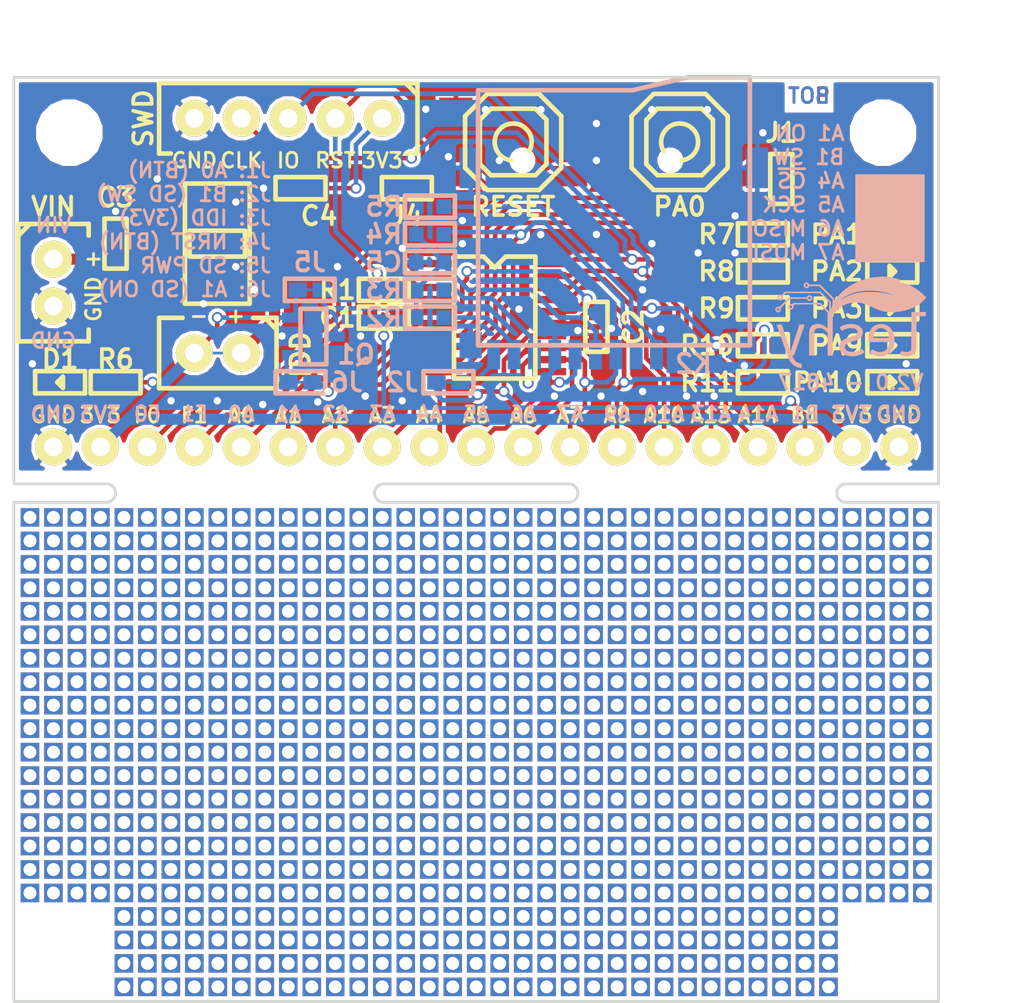
<source format=kicad_pcb>
(kicad_pcb (version 4) (host pcbnew 4.0.7)
  (layers (0 F.Cu signal) (31 B.Cu signal) (34 B.Paste user) (35 F.Paste user) (36 B.SilkS user) (37 F.SilkS user) (38 B.Mask user) (39 F.Mask user) (44 Edge.Cuts user))
  (net 0 "")
  (net 1 +3,3V)
  (net 2 GND)
  (net 3 /PF0)
  (net 4 /PF1)
  (net 5 VIN)
  (net 6 /PA0)
  (net 7 /PB1)
  (net 8 /NRST)
  (net 9 /PA13)
  (net 10 /PA14)
  (net 11 "Net-(K2-Pad1)")
  (net 12 /PA4)
  (net 13 /PA7)
  (net 14 /PA5)
  (net 15 /PA6)
  (net 16 "Net-(K2-Pad8)")
  (net 17 "Net-(D1-Pad1)")
  (net 18 /LED1)
  (net 19 "Net-(D2-Pad1)")
  (net 20 /LED2)
  (net 21 "Net-(D3-Pad1)")
  (net 22 /LED3)
  (net 23 "Net-(D4-Pad1)")
  (net 24 /LED4)
  (net 25 "Net-(D5-Pad1)")
  (net 26 /LED5)
  (net 27 "Net-(D6-Pad1)")
  (module conn:PINHEAD_1_2 (layer F.Cu) (at 41.03 44.92 180)
    (fp_text reference J3 hide)
    (fp_text value IDD (at -4.47 -0.08 450) (layer F.SilkS) (effects (font (thickness 0.2))))
    (pad 1 thru_hole circle (at -1.27 0 180) (size 1.99898 1.99898) (drill 1.00076) (layers *.Cu *.Mask F.SilkS) (net 1 +3,3V))
    (pad 2 thru_hole circle (at 1.27 0 180) (size 1.99898 1.99898) (drill 1.00076) (layers *.Cu *.Mask F.SilkS) (net 1 +3,3V))
  )
  (module conn:PAD_2x2mm (layer F.Cu) (at 51.19 77.94)
    (fp_text reference REF** hide)
    (fp_text value VAL** hide)
    (pad 1 thru_hole rect (at 0 0) (size 1 1) (drill 0.7) (layers *.Cu *.Mask))
  )
  (module conn:PAD_2x2mm (layer F.Cu) (at 48.65 77.94)
    (fp_text reference REF** hide)
    (fp_text value VAL** hide)
    (pad 1 thru_hole rect (at 0 0) (size 1 1) (drill 0.7) (layers *.Cu *.Mask))
  )
  (module conn:PAD_2x2mm (layer F.Cu) (at 49.92 77.94)
    (fp_text reference REF** hide)
    (fp_text value VAL** hide)
    (pad 1 thru_hole rect (at 0 0) (size 1 1) (drill 0.7) (layers *.Cu *.Mask))
  )
  (module conn:PAD_2x2mm (layer F.Cu) (at 49.92 79.21)
    (fp_text reference REF** hide)
    (fp_text value VAL** hide)
    (pad 1 thru_hole rect (at 0 0) (size 1 1) (drill 0.7) (layers *.Cu *.Mask))
  )
  (module conn:PAD_2x2mm (layer F.Cu) (at 51.19 79.21)
    (fp_text reference REF** hide)
    (fp_text value VAL** hide)
    (pad 1 thru_hole rect (at 0 0) (size 1 1) (drill 0.7) (layers *.Cu *.Mask))
  )
  (module conn:PAD_2x2mm (layer F.Cu) (at 48.65 79.21)
    (fp_text reference REF** hide)
    (fp_text value VAL** hide)
    (pad 1 thru_hole rect (at 0 0) (size 1 1) (drill 0.7) (layers *.Cu *.Mask))
  )
  (module conn:PAD_2x2mm (layer F.Cu) (at 43.57 77.94)
    (fp_text reference REF** hide)
    (fp_text value VAL** hide)
    (pad 1 thru_hole rect (at 0 0) (size 1 1) (drill 0.7) (layers *.Cu *.Mask))
  )
  (module conn:PAD_2x2mm (layer F.Cu) (at 47.38 77.94)
    (fp_text reference REF** hide)
    (fp_text value VAL** hide)
    (pad 1 thru_hole rect (at 0 0) (size 1 1) (drill 0.7) (layers *.Cu *.Mask))
  )
  (module conn:PAD_2x2mm (layer F.Cu) (at 46.11 79.21)
    (fp_text reference REF** hide)
    (fp_text value VAL** hide)
    (pad 1 thru_hole rect (at 0 0) (size 1 1) (drill 0.7) (layers *.Cu *.Mask))
  )
  (module conn:PAD_2x2mm (layer F.Cu) (at 46.11 77.94)
    (fp_text reference REF** hide)
    (fp_text value VAL** hide)
    (pad 1 thru_hole rect (at 0 0) (size 1 1) (drill 0.7) (layers *.Cu *.Mask))
  )
  (module conn:PAD_2x2mm (layer F.Cu) (at 44.84 77.94)
    (fp_text reference REF** hide)
    (fp_text value VAL** hide)
    (pad 1 thru_hole rect (at 0 0) (size 1 1) (drill 0.7) (layers *.Cu *.Mask))
  )
  (module conn:PAD_2x2mm (layer F.Cu) (at 47.38 79.21)
    (fp_text reference REF** hide)
    (fp_text value VAL** hide)
    (pad 1 thru_hole rect (at 0 0) (size 1 1) (drill 0.7) (layers *.Cu *.Mask))
  )
  (module conn:PAD_2x2mm (layer F.Cu) (at 43.57 79.21)
    (fp_text reference REF** hide)
    (fp_text value VAL** hide)
    (pad 1 thru_hole rect (at 0 0) (size 1 1) (drill 0.7) (layers *.Cu *.Mask))
  )
  (module conn:PAD_2x2mm (layer F.Cu) (at 44.84 79.21)
    (fp_text reference REF** hide)
    (fp_text value VAL** hide)
    (pad 1 thru_hole rect (at 0 0) (size 1 1) (drill 0.7) (layers *.Cu *.Mask))
  )
  (module conn:PAD_2x2mm (layer F.Cu) (at 58.81 79.21)
    (fp_text reference REF** hide)
    (fp_text value VAL** hide)
    (pad 1 thru_hole rect (at 0 0) (size 1 1) (drill 0.7) (layers *.Cu *.Mask))
  )
  (module conn:PAD_2x2mm (layer F.Cu) (at 60.08 77.94)
    (fp_text reference REF** hide)
    (fp_text value VAL** hide)
    (pad 1 thru_hole rect (at 0 0) (size 1 1) (drill 0.7) (layers *.Cu *.Mask))
  )
  (module conn:PAD_2x2mm (layer F.Cu) (at 57.54 77.94)
    (fp_text reference REF** hide)
    (fp_text value VAL** hide)
    (pad 1 thru_hole rect (at 0 0) (size 1 1) (drill 0.7) (layers *.Cu *.Mask))
  )
  (module conn:PAD_2x2mm (layer F.Cu) (at 60.08 79.21)
    (fp_text reference REF** hide)
    (fp_text value VAL** hide)
    (pad 1 thru_hole rect (at 0 0) (size 1 1) (drill 0.7) (layers *.Cu *.Mask))
  )
  (module conn:PAD_2x2mm (layer F.Cu) (at 57.54 79.21)
    (fp_text reference REF** hide)
    (fp_text value VAL** hide)
    (pad 1 thru_hole rect (at 0 0) (size 1 1) (drill 0.7) (layers *.Cu *.Mask))
  )
  (module conn:PAD_2x2mm (layer F.Cu) (at 58.81 77.94)
    (fp_text reference REF** hide)
    (fp_text value VAL** hide)
    (pad 1 thru_hole rect (at 0 0) (size 1 1) (drill 0.7) (layers *.Cu *.Mask))
  )
  (module conn:PAD_2x2mm (layer F.Cu) (at 56.27 77.94)
    (fp_text reference REF** hide)
    (fp_text value VAL** hide)
    (pad 1 thru_hole rect (at 0 0) (size 1 1) (drill 0.7) (layers *.Cu *.Mask))
  )
  (module conn:PAD_2x2mm (layer F.Cu) (at 55 77.94)
    (fp_text reference REF** hide)
    (fp_text value VAL** hide)
    (pad 1 thru_hole rect (at 0 0) (size 1 1) (drill 0.7) (layers *.Cu *.Mask))
  )
  (module conn:PAD_2x2mm (layer F.Cu) (at 53.73 77.94)
    (fp_text reference REF** hide)
    (fp_text value VAL** hide)
    (pad 1 thru_hole rect (at 0 0) (size 1 1) (drill 0.7) (layers *.Cu *.Mask))
  )
  (module conn:PAD_2x2mm (layer F.Cu) (at 52.46 77.94)
    (fp_text reference REF** hide)
    (fp_text value VAL** hide)
    (pad 1 thru_hole rect (at 0 0) (size 1 1) (drill 0.7) (layers *.Cu *.Mask))
  )
  (module conn:PAD_2x2mm (layer F.Cu) (at 53.73 79.21)
    (fp_text reference REF** hide)
    (fp_text value VAL** hide)
    (pad 1 thru_hole rect (at 0 0) (size 1 1) (drill 0.7) (layers *.Cu *.Mask))
  )
  (module conn:PAD_2x2mm (layer F.Cu) (at 55 79.21)
    (fp_text reference REF** hide)
    (fp_text value VAL** hide)
    (pad 1 thru_hole rect (at 0 0) (size 1 1) (drill 0.7) (layers *.Cu *.Mask))
  )
  (module conn:PAD_2x2mm (layer F.Cu) (at 56.27 79.21)
    (fp_text reference REF** hide)
    (fp_text value VAL** hide)
    (pad 1 thru_hole rect (at 0 0) (size 1 1) (drill 0.7) (layers *.Cu *.Mask))
  )
  (module conn:PAD_2x2mm (layer F.Cu) (at 52.46 79.21)
    (fp_text reference REF** hide)
    (fp_text value VAL** hide)
    (pad 1 thru_hole rect (at 0 0) (size 1 1) (drill 0.7) (layers *.Cu *.Mask))
  )
  (module conn:PAD_2x2mm (layer F.Cu) (at 71.51 77.94)
    (fp_text reference REF** hide)
    (fp_text value VAL** hide)
    (pad 1 thru_hole rect (at 0 0) (size 1 1) (drill 0.7) (layers *.Cu *.Mask))
  )
  (module conn:PAD_2x2mm (layer F.Cu) (at 72.78 79.21)
    (fp_text reference REF** hide)
    (fp_text value VAL** hide)
    (pad 1 thru_hole rect (at 0 0) (size 1 1) (drill 0.7) (layers *.Cu *.Mask))
  )
  (module conn:PAD_2x2mm (layer F.Cu) (at 71.51 79.21)
    (fp_text reference REF** hide)
    (fp_text value VAL** hide)
    (pad 1 thru_hole rect (at 0 0) (size 1 1) (drill 0.7) (layers *.Cu *.Mask))
  )
  (module conn:PAD_2x2mm (layer F.Cu) (at 72.78 77.94)
    (fp_text reference REF** hide)
    (fp_text value VAL** hide)
    (pad 1 thru_hole rect (at 0 0) (size 1 1) (drill 0.7) (layers *.Cu *.Mask))
  )
  (module conn:PAD_2x2mm (layer F.Cu) (at 74.05 77.94)
    (fp_text reference REF** hide)
    (fp_text value VAL** hide)
    (pad 1 thru_hole rect (at 0 0) (size 1 1) (drill 0.7) (layers *.Cu *.Mask))
  )
  (module conn:PAD_2x2mm (layer F.Cu) (at 74.05 79.21)
    (fp_text reference REF** hide)
    (fp_text value VAL** hide)
    (pad 1 thru_hole rect (at 0 0) (size 1 1) (drill 0.7) (layers *.Cu *.Mask))
  )
  (module conn:PAD_2x2mm (layer F.Cu) (at 62.62 79.21)
    (fp_text reference REF** hide)
    (fp_text value VAL** hide)
    (pad 1 thru_hole rect (at 0 0) (size 1 1) (drill 0.7) (layers *.Cu *.Mask))
  )
  (module conn:PAD_2x2mm (layer F.Cu) (at 61.35 77.94)
    (fp_text reference REF** hide)
    (fp_text value VAL** hide)
    (pad 1 thru_hole rect (at 0 0) (size 1 1) (drill 0.7) (layers *.Cu *.Mask))
  )
  (module conn:PAD_2x2mm (layer F.Cu) (at 61.35 79.21)
    (fp_text reference REF** hide)
    (fp_text value VAL** hide)
    (pad 1 thru_hole rect (at 0 0) (size 1 1) (drill 0.7) (layers *.Cu *.Mask))
  )
  (module conn:PAD_2x2mm (layer F.Cu) (at 62.62 77.94)
    (fp_text reference REF** hide)
    (fp_text value VAL** hide)
    (pad 1 thru_hole rect (at 0 0) (size 1 1) (drill 0.7) (layers *.Cu *.Mask))
  )
  (module conn:PAD_2x2mm (layer F.Cu) (at 63.89 79.21)
    (fp_text reference REF** hide)
    (fp_text value VAL** hide)
    (pad 1 thru_hole rect (at 0 0) (size 1 1) (drill 0.7) (layers *.Cu *.Mask))
  )
  (module conn:PAD_2x2mm (layer F.Cu) (at 65.16 79.21)
    (fp_text reference REF** hide)
    (fp_text value VAL** hide)
    (pad 1 thru_hole rect (at 0 0) (size 1 1) (drill 0.7) (layers *.Cu *.Mask))
  )
  (module conn:PAD_2x2mm (layer F.Cu) (at 63.89 77.94)
    (fp_text reference REF** hide)
    (fp_text value VAL** hide)
    (pad 1 thru_hole rect (at 0 0) (size 1 1) (drill 0.7) (layers *.Cu *.Mask))
  )
  (module conn:PAD_2x2mm (layer F.Cu) (at 66.43 79.21)
    (fp_text reference REF** hide)
    (fp_text value VAL** hide)
    (pad 1 thru_hole rect (at 0 0) (size 1 1) (drill 0.7) (layers *.Cu *.Mask))
  )
  (module conn:PAD_2x2mm (layer F.Cu) (at 67.7 77.94)
    (fp_text reference REF** hide)
    (fp_text value VAL** hide)
    (pad 1 thru_hole rect (at 0 0) (size 1 1) (drill 0.7) (layers *.Cu *.Mask))
  )
  (module conn:PAD_2x2mm (layer F.Cu) (at 67.7 79.21)
    (fp_text reference REF** hide)
    (fp_text value VAL** hide)
    (pad 1 thru_hole rect (at 0 0) (size 1 1) (drill 0.7) (layers *.Cu *.Mask))
  )
  (module conn:PAD_2x2mm (layer F.Cu) (at 66.43 77.94)
    (fp_text reference REF** hide)
    (fp_text value VAL** hide)
    (pad 1 thru_hole rect (at 0 0) (size 1 1) (drill 0.7) (layers *.Cu *.Mask))
  )
  (module conn:PAD_2x2mm (layer F.Cu) (at 65.16 77.94)
    (fp_text reference REF** hide)
    (fp_text value VAL** hide)
    (pad 1 thru_hole rect (at 0 0) (size 1 1) (drill 0.7) (layers *.Cu *.Mask))
  )
  (module conn:PAD_2x2mm (layer F.Cu) (at 68.97 79.21)
    (fp_text reference REF** hide)
    (fp_text value VAL** hide)
    (pad 1 thru_hole rect (at 0 0) (size 1 1) (drill 0.7) (layers *.Cu *.Mask))
  )
  (module conn:PAD_2x2mm (layer F.Cu) (at 70.24 77.94)
    (fp_text reference REF** hide)
    (fp_text value VAL** hide)
    (pad 1 thru_hole rect (at 0 0) (size 1 1) (drill 0.7) (layers *.Cu *.Mask))
  )
  (module conn:PAD_2x2mm (layer F.Cu) (at 70.24 79.21)
    (fp_text reference REF** hide)
    (fp_text value VAL** hide)
    (pad 1 thru_hole rect (at 0 0) (size 1 1) (drill 0.7) (layers *.Cu *.Mask))
  )
  (module conn:PAD_2x2mm (layer F.Cu) (at 68.97 77.94)
    (fp_text reference REF** hide)
    (fp_text value VAL** hide)
    (pad 1 thru_hole rect (at 0 0) (size 1 1) (drill 0.7) (layers *.Cu *.Mask))
  )
  (module conn:PAD_2x2mm (layer F.Cu) (at 37.22 77.94)
    (fp_text reference REF** hide)
    (fp_text value VAL** hide)
    (pad 1 thru_hole rect (at 0 0) (size 1 1) (drill 0.7) (layers *.Cu *.Mask))
  )
  (module conn:PAD_2x2mm (layer F.Cu) (at 37.22 79.21)
    (fp_text reference REF** hide)
    (fp_text value VAL** hide)
    (pad 1 thru_hole rect (at 0 0) (size 1 1) (drill 0.7) (layers *.Cu *.Mask))
  )
  (module conn:PAD_2x2mm (layer F.Cu) (at 35.95 79.21)
    (fp_text reference REF** hide)
    (fp_text value VAL** hide)
    (pad 1 thru_hole rect (at 0 0) (size 1 1) (drill 0.7) (layers *.Cu *.Mask))
  )
  (module conn:PAD_2x2mm (layer F.Cu) (at 41.03 79.21)
    (fp_text reference REF** hide)
    (fp_text value VAL** hide)
    (pad 1 thru_hole rect (at 0 0) (size 1 1) (drill 0.7) (layers *.Cu *.Mask))
  )
  (module conn:PAD_2x2mm (layer F.Cu) (at 41.03 77.94)
    (fp_text reference REF** hide)
    (fp_text value VAL** hide)
    (pad 1 thru_hole rect (at 0 0) (size 1 1) (drill 0.7) (layers *.Cu *.Mask))
  )
  (module conn:PAD_2x2mm (layer F.Cu) (at 39.76 79.21)
    (fp_text reference REF** hide)
    (fp_text value VAL** hide)
    (pad 1 thru_hole rect (at 0 0) (size 1 1) (drill 0.7) (layers *.Cu *.Mask))
  )
  (module conn:PAD_2x2mm (layer F.Cu) (at 38.49 79.21)
    (fp_text reference REF** hide)
    (fp_text value VAL** hide)
    (pad 1 thru_hole rect (at 0 0) (size 1 1) (drill 0.7) (layers *.Cu *.Mask))
  )
  (module conn:PAD_2x2mm (layer F.Cu) (at 38.49 77.94)
    (fp_text reference REF** hide)
    (fp_text value VAL** hide)
    (pad 1 thru_hole rect (at 0 0) (size 1 1) (drill 0.7) (layers *.Cu *.Mask))
  )
  (module conn:PAD_2x2mm (layer F.Cu) (at 39.76 77.94)
    (fp_text reference REF** hide)
    (fp_text value VAL** hide)
    (pad 1 thru_hole rect (at 0 0) (size 1 1) (drill 0.7) (layers *.Cu *.Mask))
  )
  (module conn:PAD_2x2mm (layer F.Cu) (at 42.3 77.94)
    (fp_text reference REF** hide)
    (fp_text value VAL** hide)
    (pad 1 thru_hole rect (at 0 0) (size 1 1) (drill 0.7) (layers *.Cu *.Mask))
  )
  (module conn:PAD_2x2mm (layer F.Cu) (at 42.3 79.21)
    (fp_text reference REF** hide)
    (fp_text value VAL** hide)
    (pad 1 thru_hole rect (at 0 0) (size 1 1) (drill 0.7) (layers *.Cu *.Mask))
  )
  (module conn:PAD_2x2mm (layer F.Cu) (at 35.95 77.94)
    (fp_text reference REF** hide)
    (fp_text value VAL** hide)
    (pad 1 thru_hole rect (at 0 0) (size 1 1) (drill 0.7) (layers *.Cu *.Mask))
  )
  (module conn:PAD_2x2mm (layer F.Cu) (at 53.73 71.59)
    (fp_text reference REF** hide)
    (fp_text value VAL** hide)
    (pad 1 thru_hole rect (at 0 0) (size 1 1) (drill 0.7) (layers *.Cu *.Mask))
  )
  (module conn:PAD_2x2mm (layer F.Cu) (at 55 70.32)
    (fp_text reference REF** hide)
    (fp_text value VAL** hide)
    (pad 1 thru_hole rect (at 0 0) (size 1 1) (drill 0.7) (layers *.Cu *.Mask))
  )
  (module conn:PAD_2x2mm (layer F.Cu) (at 53.73 72.86)
    (fp_text reference REF** hide)
    (fp_text value VAL** hide)
    (pad 1 thru_hole rect (at 0 0) (size 1 1) (drill 0.7) (layers *.Cu *.Mask))
  )
  (module conn:PAD_2x2mm (layer F.Cu) (at 53.73 70.32)
    (fp_text reference REF** hide)
    (fp_text value VAL** hide)
    (pad 1 thru_hole rect (at 0 0) (size 1 1) (drill 0.7) (layers *.Cu *.Mask))
  )
  (module conn:PAD_2x2mm (layer F.Cu) (at 56.27 74.13)
    (fp_text reference REF** hide)
    (fp_text value VAL** hide)
    (pad 1 thru_hole rect (at 0 0) (size 1 1) (drill 0.7) (layers *.Cu *.Mask))
  )
  (module conn:PAD_2x2mm (layer F.Cu) (at 51.19 74.13)
    (fp_text reference REF** hide)
    (fp_text value VAL** hide)
    (pad 1 thru_hole rect (at 0 0) (size 1 1) (drill 0.7) (layers *.Cu *.Mask))
  )
  (module conn:PAD_2x2mm (layer F.Cu) (at 49.92 72.86)
    (fp_text reference REF** hide)
    (fp_text value VAL** hide)
    (pad 1 thru_hole rect (at 0 0) (size 1 1) (drill 0.7) (layers *.Cu *.Mask))
  )
  (module conn:PAD_2x2mm (layer F.Cu) (at 52.46 72.86)
    (fp_text reference REF** hide)
    (fp_text value VAL** hide)
    (pad 1 thru_hole rect (at 0 0) (size 1 1) (drill 0.7) (layers *.Cu *.Mask))
  )
  (module conn:PAD_2x2mm (layer F.Cu) (at 52.46 74.13)
    (fp_text reference REF** hide)
    (fp_text value VAL** hide)
    (pad 1 thru_hole rect (at 0 0) (size 1 1) (drill 0.7) (layers *.Cu *.Mask))
  )
  (module conn:PAD_2x2mm (layer F.Cu) (at 49.92 74.13)
    (fp_text reference REF** hide)
    (fp_text value VAL** hide)
    (pad 1 thru_hole rect (at 0 0) (size 1 1) (drill 0.7) (layers *.Cu *.Mask))
  )
  (module conn:PAD_2x2mm (layer F.Cu) (at 51.19 72.86)
    (fp_text reference REF** hide)
    (fp_text value VAL** hide)
    (pad 1 thru_hole rect (at 0 0) (size 1 1) (drill 0.7) (layers *.Cu *.Mask))
  )
  (module conn:PAD_2x2mm (layer F.Cu) (at 53.73 69.05)
    (fp_text reference REF** hide)
    (fp_text value VAL** hide)
    (pad 1 thru_hole rect (at 0 0) (size 1 1) (drill 0.7) (layers *.Cu *.Mask))
  )
  (module conn:PAD_2x2mm (layer F.Cu) (at 52.46 69.05)
    (fp_text reference REF** hide)
    (fp_text value VAL** hide)
    (pad 1 thru_hole rect (at 0 0) (size 1 1) (drill 0.7) (layers *.Cu *.Mask))
  )
  (module conn:PAD_2x2mm (layer F.Cu) (at 51.19 69.05)
    (fp_text reference REF** hide)
    (fp_text value VAL** hide)
    (pad 1 thru_hole rect (at 0 0) (size 1 1) (drill 0.7) (layers *.Cu *.Mask))
  )
  (module conn:PAD_2x2mm (layer F.Cu) (at 49.92 69.05)
    (fp_text reference REF** hide)
    (fp_text value VAL** hide)
    (pad 1 thru_hole rect (at 0 0) (size 1 1) (drill 0.7) (layers *.Cu *.Mask))
  )
  (module conn:PAD_2x2mm (layer F.Cu) (at 51.19 71.59)
    (fp_text reference REF** hide)
    (fp_text value VAL** hide)
    (pad 1 thru_hole rect (at 0 0) (size 1 1) (drill 0.7) (layers *.Cu *.Mask))
  )
  (module conn:PAD_2x2mm (layer F.Cu) (at 49.92 70.32)
    (fp_text reference REF** hide)
    (fp_text value VAL** hide)
    (pad 1 thru_hole rect (at 0 0) (size 1 1) (drill 0.7) (layers *.Cu *.Mask))
  )
  (module conn:PAD_2x2mm (layer F.Cu) (at 52.46 70.32)
    (fp_text reference REF** hide)
    (fp_text value VAL** hide)
    (pad 1 thru_hole rect (at 0 0) (size 1 1) (drill 0.7) (layers *.Cu *.Mask))
  )
  (module conn:PAD_2x2mm (layer F.Cu) (at 52.46 71.59)
    (fp_text reference REF** hide)
    (fp_text value VAL** hide)
    (pad 1 thru_hole rect (at 0 0) (size 1 1) (drill 0.7) (layers *.Cu *.Mask))
  )
  (module conn:PAD_2x2mm (layer F.Cu) (at 49.92 71.59)
    (fp_text reference REF** hide)
    (fp_text value VAL** hide)
    (pad 1 thru_hole rect (at 0 0) (size 1 1) (drill 0.7) (layers *.Cu *.Mask))
  )
  (module conn:PAD_2x2mm (layer F.Cu) (at 51.19 70.32)
    (fp_text reference REF** hide)
    (fp_text value VAL** hide)
    (pad 1 thru_hole rect (at 0 0) (size 1 1) (drill 0.7) (layers *.Cu *.Mask))
  )
  (module conn:PAD_2x2mm (layer F.Cu) (at 55 69.05)
    (fp_text reference REF** hide)
    (fp_text value VAL** hide)
    (pad 1 thru_hole rect (at 0 0) (size 1 1) (drill 0.7) (layers *.Cu *.Mask))
  )
  (module conn:PAD_2x2mm (layer F.Cu) (at 56.27 69.05)
    (fp_text reference REF** hide)
    (fp_text value VAL** hide)
    (pad 1 thru_hole rect (at 0 0) (size 1 1) (drill 0.7) (layers *.Cu *.Mask))
  )
  (module conn:PAD_2x2mm (layer F.Cu) (at 57.54 76.67)
    (fp_text reference REF** hide)
    (fp_text value VAL** hide)
    (pad 1 thru_hole rect (at 0 0) (size 1 1) (drill 0.7) (layers *.Cu *.Mask))
  )
  (module conn:PAD_2x2mm (layer F.Cu) (at 55 76.67)
    (fp_text reference REF** hide)
    (fp_text value VAL** hide)
    (pad 1 thru_hole rect (at 0 0) (size 1 1) (drill 0.7) (layers *.Cu *.Mask))
  )
  (module conn:PAD_2x2mm (layer F.Cu) (at 56.27 76.67)
    (fp_text reference REF** hide)
    (fp_text value VAL** hide)
    (pad 1 thru_hole rect (at 0 0) (size 1 1) (drill 0.7) (layers *.Cu *.Mask))
  )
  (module conn:PAD_2x2mm (layer F.Cu) (at 56.27 75.4)
    (fp_text reference REF** hide)
    (fp_text value VAL** hide)
    (pad 1 thru_hole rect (at 0 0) (size 1 1) (drill 0.7) (layers *.Cu *.Mask))
  )
  (module conn:PAD_2x2mm (layer F.Cu) (at 56.27 71.59)
    (fp_text reference REF** hide)
    (fp_text value VAL** hide)
    (pad 1 thru_hole rect (at 0 0) (size 1 1) (drill 0.7) (layers *.Cu *.Mask))
  )
  (module conn:PAD_2x2mm (layer F.Cu) (at 56.27 72.86)
    (fp_text reference REF** hide)
    (fp_text value VAL** hide)
    (pad 1 thru_hole rect (at 0 0) (size 1 1) (drill 0.7) (layers *.Cu *.Mask))
  )
  (module conn:PAD_2x2mm (layer F.Cu) (at 55 71.59)
    (fp_text reference REF** hide)
    (fp_text value VAL** hide)
    (pad 1 thru_hole rect (at 0 0) (size 1 1) (drill 0.7) (layers *.Cu *.Mask))
  )
  (module conn:PAD_2x2mm (layer F.Cu) (at 56.27 70.32)
    (fp_text reference REF** hide)
    (fp_text value VAL** hide)
    (pad 1 thru_hole rect (at 0 0) (size 1 1) (drill 0.7) (layers *.Cu *.Mask))
  )
  (module conn:PAD_2x2mm (layer F.Cu) (at 55 72.86)
    (fp_text reference REF** hide)
    (fp_text value VAL** hide)
    (pad 1 thru_hole rect (at 0 0) (size 1 1) (drill 0.7) (layers *.Cu *.Mask))
  )
  (module conn:PAD_2x2mm (layer F.Cu) (at 51.19 75.4)
    (fp_text reference REF** hide)
    (fp_text value VAL** hide)
    (pad 1 thru_hole rect (at 0 0) (size 1 1) (drill 0.7) (layers *.Cu *.Mask))
  )
  (module conn:PAD_2x2mm (layer F.Cu) (at 49.92 75.4)
    (fp_text reference REF** hide)
    (fp_text value VAL** hide)
    (pad 1 thru_hole rect (at 0 0) (size 1 1) (drill 0.7) (layers *.Cu *.Mask))
  )
  (module conn:PAD_2x2mm (layer F.Cu) (at 52.46 75.4)
    (fp_text reference REF** hide)
    (fp_text value VAL** hide)
    (pad 1 thru_hole rect (at 0 0) (size 1 1) (drill 0.7) (layers *.Cu *.Mask))
  )
  (module conn:PAD_2x2mm (layer F.Cu) (at 52.46 76.67)
    (fp_text reference REF** hide)
    (fp_text value VAL** hide)
    (pad 1 thru_hole rect (at 0 0) (size 1 1) (drill 0.7) (layers *.Cu *.Mask))
  )
  (module conn:PAD_2x2mm (layer F.Cu) (at 49.92 76.67)
    (fp_text reference REF** hide)
    (fp_text value VAL** hide)
    (pad 1 thru_hole rect (at 0 0) (size 1 1) (drill 0.7) (layers *.Cu *.Mask))
  )
  (module conn:PAD_2x2mm (layer F.Cu) (at 51.19 76.67)
    (fp_text reference REF** hide)
    (fp_text value VAL** hide)
    (pad 1 thru_hole rect (at 0 0) (size 1 1) (drill 0.7) (layers *.Cu *.Mask))
  )
  (module conn:PAD_2x2mm (layer F.Cu) (at 53.73 76.67)
    (fp_text reference REF** hide)
    (fp_text value VAL** hide)
    (pad 1 thru_hole rect (at 0 0) (size 1 1) (drill 0.7) (layers *.Cu *.Mask))
  )
  (module conn:PAD_2x2mm (layer F.Cu) (at 53.73 74.13)
    (fp_text reference REF** hide)
    (fp_text value VAL** hide)
    (pad 1 thru_hole rect (at 0 0) (size 1 1) (drill 0.7) (layers *.Cu *.Mask))
  )
  (module conn:PAD_2x2mm (layer F.Cu) (at 55 74.13)
    (fp_text reference REF** hide)
    (fp_text value VAL** hide)
    (pad 1 thru_hole rect (at 0 0) (size 1 1) (drill 0.7) (layers *.Cu *.Mask))
  )
  (module conn:PAD_2x2mm (layer F.Cu) (at 55 75.4)
    (fp_text reference REF** hide)
    (fp_text value VAL** hide)
    (pad 1 thru_hole rect (at 0 0) (size 1 1) (drill 0.7) (layers *.Cu *.Mask))
  )
  (module conn:PAD_2x2mm (layer F.Cu) (at 53.73 75.4)
    (fp_text reference REF** hide)
    (fp_text value VAL** hide)
    (pad 1 thru_hole rect (at 0 0) (size 1 1) (drill 0.7) (layers *.Cu *.Mask))
  )
  (module conn:PAD_2x2mm (layer F.Cu) (at 34.68 69.05)
    (fp_text reference REF** hide)
    (fp_text value VAL** hide)
    (pad 1 thru_hole rect (at 0 0) (size 1 1) (drill 0.7) (layers *.Cu *.Mask))
  )
  (module conn:PAD_2x2mm (layer F.Cu) (at 37.22 71.59)
    (fp_text reference REF** hide)
    (fp_text value VAL** hide)
    (pad 1 thru_hole rect (at 0 0) (size 1 1) (drill 0.7) (layers *.Cu *.Mask))
  )
  (module conn:PAD_2x2mm (layer F.Cu) (at 37.22 70.32)
    (fp_text reference REF** hide)
    (fp_text value VAL** hide)
    (pad 1 thru_hole rect (at 0 0) (size 1 1) (drill 0.7) (layers *.Cu *.Mask))
  )
  (module conn:PAD_2x2mm (layer F.Cu) (at 38.49 71.59)
    (fp_text reference REF** hide)
    (fp_text value VAL** hide)
    (pad 1 thru_hole rect (at 0 0) (size 1 1) (drill 0.7) (layers *.Cu *.Mask))
  )
  (module conn:PAD_2x2mm (layer F.Cu) (at 38.49 70.32)
    (fp_text reference REF** hide)
    (fp_text value VAL** hide)
    (pad 1 thru_hole rect (at 0 0) (size 1 1) (drill 0.7) (layers *.Cu *.Mask))
  )
  (module conn:PAD_2x2mm (layer F.Cu) (at 39.76 71.59)
    (fp_text reference REF** hide)
    (fp_text value VAL** hide)
    (pad 1 thru_hole rect (at 0 0) (size 1 1) (drill 0.7) (layers *.Cu *.Mask))
  )
  (module conn:PAD_2x2mm (layer F.Cu) (at 34.68 71.59)
    (fp_text reference REF** hide)
    (fp_text value VAL** hide)
    (pad 1 thru_hole rect (at 0 0) (size 1 1) (drill 0.7) (layers *.Cu *.Mask))
  )
  (module conn:PAD_2x2mm (layer F.Cu) (at 34.68 70.32)
    (fp_text reference REF** hide)
    (fp_text value VAL** hide)
    (pad 1 thru_hole rect (at 0 0) (size 1 1) (drill 0.7) (layers *.Cu *.Mask))
  )
  (module conn:PAD_2x2mm (layer F.Cu) (at 35.95 70.32)
    (fp_text reference REF** hide)
    (fp_text value VAL** hide)
    (pad 1 thru_hole rect (at 0 0) (size 1 1) (drill 0.7) (layers *.Cu *.Mask))
  )
  (module conn:PAD_2x2mm (layer F.Cu) (at 35.95 71.59)
    (fp_text reference REF** hide)
    (fp_text value VAL** hide)
    (pad 1 thru_hole rect (at 0 0) (size 1 1) (drill 0.7) (layers *.Cu *.Mask))
  )
  (module conn:PAD_2x2mm (layer F.Cu) (at 35.95 69.05)
    (fp_text reference REF** hide)
    (fp_text value VAL** hide)
    (pad 1 thru_hole rect (at 0 0) (size 1 1) (drill 0.7) (layers *.Cu *.Mask))
  )
  (module conn:PAD_2x2mm (layer F.Cu) (at 37.22 69.05)
    (fp_text reference REF** hide)
    (fp_text value VAL** hide)
    (pad 1 thru_hole rect (at 0 0) (size 1 1) (drill 0.7) (layers *.Cu *.Mask))
  )
  (module conn:PAD_2x2mm (layer F.Cu) (at 39.76 69.05)
    (fp_text reference REF** hide)
    (fp_text value VAL** hide)
    (pad 1 thru_hole rect (at 0 0) (size 1 1) (drill 0.7) (layers *.Cu *.Mask))
  )
  (module conn:PAD_2x2mm (layer F.Cu) (at 38.49 69.05)
    (fp_text reference REF** hide)
    (fp_text value VAL** hide)
    (pad 1 thru_hole rect (at 0 0) (size 1 1) (drill 0.7) (layers *.Cu *.Mask))
  )
  (module conn:PAD_2x2mm (layer F.Cu) (at 39.76 70.32)
    (fp_text reference REF** hide)
    (fp_text value VAL** hide)
    (pad 1 thru_hole rect (at 0 0) (size 1 1) (drill 0.7) (layers *.Cu *.Mask))
  )
  (module conn:PAD_2x2mm (layer F.Cu) (at 41.03 71.59)
    (fp_text reference REF** hide)
    (fp_text value VAL** hide)
    (pad 1 thru_hole rect (at 0 0) (size 1 1) (drill 0.7) (layers *.Cu *.Mask))
  )
  (module conn:PAD_2x2mm (layer F.Cu) (at 42.3 70.32)
    (fp_text reference REF** hide)
    (fp_text value VAL** hide)
    (pad 1 thru_hole rect (at 0 0) (size 1 1) (drill 0.7) (layers *.Cu *.Mask))
  )
  (module conn:PAD_2x2mm (layer F.Cu) (at 41.03 70.32)
    (fp_text reference REF** hide)
    (fp_text value VAL** hide)
    (pad 1 thru_hole rect (at 0 0) (size 1 1) (drill 0.7) (layers *.Cu *.Mask))
  )
  (module conn:PAD_2x2mm (layer F.Cu) (at 41.03 69.05)
    (fp_text reference REF** hide)
    (fp_text value VAL** hide)
    (pad 1 thru_hole rect (at 0 0) (size 1 1) (drill 0.7) (layers *.Cu *.Mask))
  )
  (module conn:PAD_2x2mm (layer F.Cu) (at 42.3 69.05)
    (fp_text reference REF** hide)
    (fp_text value VAL** hide)
    (pad 1 thru_hole rect (at 0 0) (size 1 1) (drill 0.7) (layers *.Cu *.Mask))
  )
  (module conn:PAD_2x2mm (layer F.Cu) (at 44.84 69.05)
    (fp_text reference REF** hide)
    (fp_text value VAL** hide)
    (pad 1 thru_hole rect (at 0 0) (size 1 1) (drill 0.7) (layers *.Cu *.Mask))
  )
  (module conn:PAD_2x2mm (layer F.Cu) (at 47.38 69.05)
    (fp_text reference REF** hide)
    (fp_text value VAL** hide)
    (pad 1 thru_hole rect (at 0 0) (size 1 1) (drill 0.7) (layers *.Cu *.Mask))
  )
  (module conn:PAD_2x2mm (layer F.Cu) (at 47.38 70.32)
    (fp_text reference REF** hide)
    (fp_text value VAL** hide)
    (pad 1 thru_hole rect (at 0 0) (size 1 1) (drill 0.7) (layers *.Cu *.Mask))
  )
  (module conn:PAD_2x2mm (layer F.Cu) (at 48.65 69.05)
    (fp_text reference REF** hide)
    (fp_text value VAL** hide)
    (pad 1 thru_hole rect (at 0 0) (size 1 1) (drill 0.7) (layers *.Cu *.Mask))
  )
  (module conn:PAD_2x2mm (layer F.Cu) (at 48.65 70.32)
    (fp_text reference REF** hide)
    (fp_text value VAL** hide)
    (pad 1 thru_hole rect (at 0 0) (size 1 1) (drill 0.7) (layers *.Cu *.Mask))
  )
  (module conn:PAD_2x2mm (layer F.Cu) (at 42.3 71.59)
    (fp_text reference REF** hide)
    (fp_text value VAL** hide)
    (pad 1 thru_hole rect (at 0 0) (size 1 1) (drill 0.7) (layers *.Cu *.Mask))
  )
  (module conn:PAD_2x2mm (layer F.Cu) (at 43.57 70.32)
    (fp_text reference REF** hide)
    (fp_text value VAL** hide)
    (pad 1 thru_hole rect (at 0 0) (size 1 1) (drill 0.7) (layers *.Cu *.Mask))
  )
  (module conn:PAD_2x2mm (layer F.Cu) (at 43.57 69.05)
    (fp_text reference REF** hide)
    (fp_text value VAL** hide)
    (pad 1 thru_hole rect (at 0 0) (size 1 1) (drill 0.7) (layers *.Cu *.Mask))
  )
  (module conn:PAD_2x2mm (layer F.Cu) (at 43.57 71.59)
    (fp_text reference REF** hide)
    (fp_text value VAL** hide)
    (pad 1 thru_hole rect (at 0 0) (size 1 1) (drill 0.7) (layers *.Cu *.Mask))
  )
  (module conn:PAD_2x2mm (layer F.Cu) (at 44.84 70.32)
    (fp_text reference REF** hide)
    (fp_text value VAL** hide)
    (pad 1 thru_hole rect (at 0 0) (size 1 1) (drill 0.7) (layers *.Cu *.Mask))
  )
  (module conn:PAD_2x2mm (layer F.Cu) (at 44.84 71.59)
    (fp_text reference REF** hide)
    (fp_text value VAL** hide)
    (pad 1 thru_hole rect (at 0 0) (size 1 1) (drill 0.7) (layers *.Cu *.Mask))
  )
  (module conn:PAD_2x2mm (layer F.Cu) (at 47.38 71.59)
    (fp_text reference REF** hide)
    (fp_text value VAL** hide)
    (pad 1 thru_hole rect (at 0 0) (size 1 1) (drill 0.7) (layers *.Cu *.Mask))
  )
  (module conn:PAD_2x2mm (layer F.Cu) (at 46.11 69.05)
    (fp_text reference REF** hide)
    (fp_text value VAL** hide)
    (pad 1 thru_hole rect (at 0 0) (size 1 1) (drill 0.7) (layers *.Cu *.Mask))
  )
  (module conn:PAD_2x2mm (layer F.Cu) (at 48.65 71.59)
    (fp_text reference REF** hide)
    (fp_text value VAL** hide)
    (pad 1 thru_hole rect (at 0 0) (size 1 1) (drill 0.7) (layers *.Cu *.Mask))
  )
  (module conn:PAD_2x2mm (layer F.Cu) (at 46.11 70.32)
    (fp_text reference REF** hide)
    (fp_text value VAL** hide)
    (pad 1 thru_hole rect (at 0 0) (size 1 1) (drill 0.7) (layers *.Cu *.Mask))
  )
  (module conn:PAD_2x2mm (layer F.Cu) (at 46.11 71.59)
    (fp_text reference REF** hide)
    (fp_text value VAL** hide)
    (pad 1 thru_hole rect (at 0 0) (size 1 1) (drill 0.7) (layers *.Cu *.Mask))
  )
  (module conn:PAD_2x2mm (layer F.Cu) (at 33.41 71.59)
    (fp_text reference REF** hide)
    (fp_text value VAL** hide)
    (pad 1 thru_hole rect (at 0 0) (size 1 1) (drill 0.7) (layers *.Cu *.Mask))
  )
  (module conn:PAD_2x2mm (layer F.Cu) (at 30.87 70.32)
    (fp_text reference REF** hide)
    (fp_text value VAL** hide)
    (pad 1 thru_hole rect (at 0 0) (size 1 1) (drill 0.7) (layers *.Cu *.Mask))
  )
  (module conn:PAD_2x2mm (layer F.Cu) (at 32.14 71.59)
    (fp_text reference REF** hide)
    (fp_text value VAL** hide)
    (pad 1 thru_hole rect (at 0 0) (size 1 1) (drill 0.7) (layers *.Cu *.Mask))
  )
  (module conn:PAD_2x2mm (layer F.Cu) (at 32.14 70.32)
    (fp_text reference REF** hide)
    (fp_text value VAL** hide)
    (pad 1 thru_hole rect (at 0 0) (size 1 1) (drill 0.7) (layers *.Cu *.Mask))
  )
  (module conn:PAD_2x2mm (layer F.Cu) (at 33.41 70.32)
    (fp_text reference REF** hide)
    (fp_text value VAL** hide)
    (pad 1 thru_hole rect (at 0 0) (size 1 1) (drill 0.7) (layers *.Cu *.Mask))
  )
  (module conn:PAD_2x2mm (layer F.Cu) (at 30.87 71.59)
    (fp_text reference REF** hide)
    (fp_text value VAL** hide)
    (pad 1 thru_hole rect (at 0 0) (size 1 1) (drill 0.7) (layers *.Cu *.Mask))
  )
  (module conn:PAD_2x2mm (layer F.Cu) (at 33.41 69.05)
    (fp_text reference REF** hide)
    (fp_text value VAL** hide)
    (pad 1 thru_hole rect (at 0 0) (size 1 1) (drill 0.7) (layers *.Cu *.Mask))
  )
  (module conn:PAD_2x2mm (layer F.Cu) (at 30.87 69.05)
    (fp_text reference REF** hide)
    (fp_text value VAL** hide)
    (pad 1 thru_hole rect (at 0 0) (size 1 1) (drill 0.7) (layers *.Cu *.Mask))
  )
  (module conn:PAD_2x2mm (layer F.Cu) (at 32.14 69.05)
    (fp_text reference REF** hide)
    (fp_text value VAL** hide)
    (pad 1 thru_hole rect (at 0 0) (size 1 1) (drill 0.7) (layers *.Cu *.Mask))
  )
  (module conn:PAD_2x2mm (layer F.Cu) (at 37.22 76.67)
    (fp_text reference REF** hide)
    (fp_text value VAL** hide)
    (pad 1 thru_hole rect (at 0 0) (size 1 1) (drill 0.7) (layers *.Cu *.Mask))
  )
  (module conn:PAD_2x2mm (layer F.Cu) (at 35.95 76.67)
    (fp_text reference REF** hide)
    (fp_text value VAL** hide)
    (pad 1 thru_hole rect (at 0 0) (size 1 1) (drill 0.7) (layers *.Cu *.Mask))
  )
  (module conn:PAD_2x2mm (layer F.Cu) (at 35.95 75.4)
    (fp_text reference REF** hide)
    (fp_text value VAL** hide)
    (pad 1 thru_hole rect (at 0 0) (size 1 1) (drill 0.7) (layers *.Cu *.Mask))
  )
  (module conn:PAD_2x2mm (layer F.Cu) (at 37.22 75.4)
    (fp_text reference REF** hide)
    (fp_text value VAL** hide)
    (pad 1 thru_hole rect (at 0 0) (size 1 1) (drill 0.7) (layers *.Cu *.Mask))
  )
  (module conn:PAD_2x2mm (layer F.Cu) (at 39.76 76.67)
    (fp_text reference REF** hide)
    (fp_text value VAL** hide)
    (pad 1 thru_hole rect (at 0 0) (size 1 1) (drill 0.7) (layers *.Cu *.Mask))
  )
  (module conn:PAD_2x2mm (layer F.Cu) (at 38.49 76.67)
    (fp_text reference REF** hide)
    (fp_text value VAL** hide)
    (pad 1 thru_hole rect (at 0 0) (size 1 1) (drill 0.7) (layers *.Cu *.Mask))
  )
  (module conn:PAD_2x2mm (layer F.Cu) (at 38.49 75.4)
    (fp_text reference REF** hide)
    (fp_text value VAL** hide)
    (pad 1 thru_hole rect (at 0 0) (size 1 1) (drill 0.7) (layers *.Cu *.Mask))
  )
  (module conn:PAD_2x2mm (layer F.Cu) (at 37.22 74.13)
    (fp_text reference REF** hide)
    (fp_text value VAL** hide)
    (pad 1 thru_hole rect (at 0 0) (size 1 1) (drill 0.7) (layers *.Cu *.Mask))
  )
  (module conn:PAD_2x2mm (layer F.Cu) (at 35.95 74.13)
    (fp_text reference REF** hide)
    (fp_text value VAL** hide)
    (pad 1 thru_hole rect (at 0 0) (size 1 1) (drill 0.7) (layers *.Cu *.Mask))
  )
  (module conn:PAD_2x2mm (layer F.Cu) (at 35.95 72.86)
    (fp_text reference REF** hide)
    (fp_text value VAL** hide)
    (pad 1 thru_hole rect (at 0 0) (size 1 1) (drill 0.7) (layers *.Cu *.Mask))
  )
  (module conn:PAD_2x2mm (layer F.Cu) (at 38.49 72.86)
    (fp_text reference REF** hide)
    (fp_text value VAL** hide)
    (pad 1 thru_hole rect (at 0 0) (size 1 1) (drill 0.7) (layers *.Cu *.Mask))
  )
  (module conn:PAD_2x2mm (layer F.Cu) (at 37.22 72.86)
    (fp_text reference REF** hide)
    (fp_text value VAL** hide)
    (pad 1 thru_hole rect (at 0 0) (size 1 1) (drill 0.7) (layers *.Cu *.Mask))
  )
  (module conn:PAD_2x2mm (layer F.Cu) (at 30.87 74.13)
    (fp_text reference REF** hide)
    (fp_text value VAL** hide)
    (pad 1 thru_hole rect (at 0 0) (size 1 1) (drill 0.7) (layers *.Cu *.Mask))
  )
  (module conn:PAD_2x2mm (layer F.Cu) (at 30.87 72.86)
    (fp_text reference REF** hide)
    (fp_text value VAL** hide)
    (pad 1 thru_hole rect (at 0 0) (size 1 1) (drill 0.7) (layers *.Cu *.Mask))
  )
  (module conn:PAD_2x2mm (layer F.Cu) (at 34.68 74.13)
    (fp_text reference REF** hide)
    (fp_text value VAL** hide)
    (pad 1 thru_hole rect (at 0 0) (size 1 1) (drill 0.7) (layers *.Cu *.Mask))
  )
  (module conn:PAD_2x2mm (layer F.Cu) (at 34.68 72.86)
    (fp_text reference REF** hide)
    (fp_text value VAL** hide)
    (pad 1 thru_hole rect (at 0 0) (size 1 1) (drill 0.7) (layers *.Cu *.Mask))
  )
  (module conn:PAD_2x2mm (layer F.Cu) (at 32.14 74.13)
    (fp_text reference REF** hide)
    (fp_text value VAL** hide)
    (pad 1 thru_hole rect (at 0 0) (size 1 1) (drill 0.7) (layers *.Cu *.Mask))
  )
  (module conn:PAD_2x2mm (layer F.Cu) (at 32.14 72.86)
    (fp_text reference REF** hide)
    (fp_text value VAL** hide)
    (pad 1 thru_hole rect (at 0 0) (size 1 1) (drill 0.7) (layers *.Cu *.Mask))
  )
  (module conn:PAD_2x2mm (layer F.Cu) (at 33.41 72.86)
    (fp_text reference REF** hide)
    (fp_text value VAL** hide)
    (pad 1 thru_hole rect (at 0 0) (size 1 1) (drill 0.7) (layers *.Cu *.Mask))
  )
  (module conn:PAD_2x2mm (layer F.Cu) (at 33.41 74.13)
    (fp_text reference REF** hide)
    (fp_text value VAL** hide)
    (pad 1 thru_hole rect (at 0 0) (size 1 1) (drill 0.7) (layers *.Cu *.Mask))
  )
  (module conn:PAD_2x2mm (layer F.Cu) (at 38.49 74.13)
    (fp_text reference REF** hide)
    (fp_text value VAL** hide)
    (pad 1 thru_hole rect (at 0 0) (size 1 1) (drill 0.7) (layers *.Cu *.Mask))
  )
  (module conn:PAD_2x2mm (layer F.Cu) (at 39.76 75.4)
    (fp_text reference REF** hide)
    (fp_text value VAL** hide)
    (pad 1 thru_hole rect (at 0 0) (size 1 1) (drill 0.7) (layers *.Cu *.Mask))
  )
  (module conn:PAD_2x2mm (layer F.Cu) (at 39.76 72.86)
    (fp_text reference REF** hide)
    (fp_text value VAL** hide)
    (pad 1 thru_hole rect (at 0 0) (size 1 1) (drill 0.7) (layers *.Cu *.Mask))
  )
  (module conn:PAD_2x2mm (layer F.Cu) (at 39.76 74.13)
    (fp_text reference REF** hide)
    (fp_text value VAL** hide)
    (pad 1 thru_hole rect (at 0 0) (size 1 1) (drill 0.7) (layers *.Cu *.Mask))
  )
  (module conn:PAD_2x2mm (layer F.Cu) (at 47.38 74.13)
    (fp_text reference REF** hide)
    (fp_text value VAL** hide)
    (pad 1 thru_hole rect (at 0 0) (size 1 1) (drill 0.7) (layers *.Cu *.Mask))
  )
  (module conn:PAD_2x2mm (layer F.Cu) (at 48.65 72.86)
    (fp_text reference REF** hide)
    (fp_text value VAL** hide)
    (pad 1 thru_hole rect (at 0 0) (size 1 1) (drill 0.7) (layers *.Cu *.Mask))
  )
  (module conn:PAD_2x2mm (layer F.Cu) (at 46.11 74.13)
    (fp_text reference REF** hide)
    (fp_text value VAL** hide)
    (pad 1 thru_hole rect (at 0 0) (size 1 1) (drill 0.7) (layers *.Cu *.Mask))
  )
  (module conn:PAD_2x2mm (layer F.Cu) (at 47.38 72.86)
    (fp_text reference REF** hide)
    (fp_text value VAL** hide)
    (pad 1 thru_hole rect (at 0 0) (size 1 1) (drill 0.7) (layers *.Cu *.Mask))
  )
  (module conn:PAD_2x2mm (layer F.Cu) (at 48.65 74.13)
    (fp_text reference REF** hide)
    (fp_text value VAL** hide)
    (pad 1 thru_hole rect (at 0 0) (size 1 1) (drill 0.7) (layers *.Cu *.Mask))
  )
  (module conn:PAD_2x2mm (layer F.Cu) (at 41.03 74.13)
    (fp_text reference REF** hide)
    (fp_text value VAL** hide)
    (pad 1 thru_hole rect (at 0 0) (size 1 1) (drill 0.7) (layers *.Cu *.Mask))
  )
  (module conn:PAD_2x2mm (layer F.Cu) (at 43.57 74.13)
    (fp_text reference REF** hide)
    (fp_text value VAL** hide)
    (pad 1 thru_hole rect (at 0 0) (size 1 1) (drill 0.7) (layers *.Cu *.Mask))
  )
  (module conn:PAD_2x2mm (layer F.Cu) (at 42.3 74.13)
    (fp_text reference REF** hide)
    (fp_text value VAL** hide)
    (pad 1 thru_hole rect (at 0 0) (size 1 1) (drill 0.7) (layers *.Cu *.Mask))
  )
  (module conn:PAD_2x2mm (layer F.Cu) (at 42.3 72.86)
    (fp_text reference REF** hide)
    (fp_text value VAL** hide)
    (pad 1 thru_hole rect (at 0 0) (size 1 1) (drill 0.7) (layers *.Cu *.Mask))
  )
  (module conn:PAD_2x2mm (layer F.Cu) (at 43.57 72.86)
    (fp_text reference REF** hide)
    (fp_text value VAL** hide)
    (pad 1 thru_hole rect (at 0 0) (size 1 1) (drill 0.7) (layers *.Cu *.Mask))
  )
  (module conn:PAD_2x2mm (layer F.Cu) (at 41.03 72.86)
    (fp_text reference REF** hide)
    (fp_text value VAL** hide)
    (pad 1 thru_hole rect (at 0 0) (size 1 1) (drill 0.7) (layers *.Cu *.Mask))
  )
  (module conn:PAD_2x2mm (layer F.Cu) (at 47.38 76.67)
    (fp_text reference REF** hide)
    (fp_text value VAL** hide)
    (pad 1 thru_hole rect (at 0 0) (size 1 1) (drill 0.7) (layers *.Cu *.Mask))
  )
  (module conn:PAD_2x2mm (layer F.Cu) (at 47.38 75.4)
    (fp_text reference REF** hide)
    (fp_text value VAL** hide)
    (pad 1 thru_hole rect (at 0 0) (size 1 1) (drill 0.7) (layers *.Cu *.Mask))
  )
  (module conn:PAD_2x2mm (layer F.Cu) (at 48.65 76.67)
    (fp_text reference REF** hide)
    (fp_text value VAL** hide)
    (pad 1 thru_hole rect (at 0 0) (size 1 1) (drill 0.7) (layers *.Cu *.Mask))
  )
  (module conn:PAD_2x2mm (layer F.Cu) (at 48.65 75.4)
    (fp_text reference REF** hide)
    (fp_text value VAL** hide)
    (pad 1 thru_hole rect (at 0 0) (size 1 1) (drill 0.7) (layers *.Cu *.Mask))
  )
  (module conn:PAD_2x2mm (layer F.Cu) (at 46.11 76.67)
    (fp_text reference REF** hide)
    (fp_text value VAL** hide)
    (pad 1 thru_hole rect (at 0 0) (size 1 1) (drill 0.7) (layers *.Cu *.Mask))
  )
  (module conn:PAD_2x2mm (layer F.Cu) (at 41.03 76.67)
    (fp_text reference REF** hide)
    (fp_text value VAL** hide)
    (pad 1 thru_hole rect (at 0 0) (size 1 1) (drill 0.7) (layers *.Cu *.Mask))
  )
  (module conn:PAD_2x2mm (layer F.Cu) (at 41.03 75.4)
    (fp_text reference REF** hide)
    (fp_text value VAL** hide)
    (pad 1 thru_hole rect (at 0 0) (size 1 1) (drill 0.7) (layers *.Cu *.Mask))
  )
  (module conn:PAD_2x2mm (layer F.Cu) (at 42.3 75.4)
    (fp_text reference REF** hide)
    (fp_text value VAL** hide)
    (pad 1 thru_hole rect (at 0 0) (size 1 1) (drill 0.7) (layers *.Cu *.Mask))
  )
  (module conn:PAD_2x2mm (layer F.Cu) (at 42.3 76.67)
    (fp_text reference REF** hide)
    (fp_text value VAL** hide)
    (pad 1 thru_hole rect (at 0 0) (size 1 1) (drill 0.7) (layers *.Cu *.Mask))
  )
  (module conn:PAD_2x2mm (layer F.Cu) (at 43.57 76.67)
    (fp_text reference REF** hide)
    (fp_text value VAL** hide)
    (pad 1 thru_hole rect (at 0 0) (size 1 1) (drill 0.7) (layers *.Cu *.Mask))
  )
  (module conn:PAD_2x2mm (layer F.Cu) (at 43.57 75.4)
    (fp_text reference REF** hide)
    (fp_text value VAL** hide)
    (pad 1 thru_hole rect (at 0 0) (size 1 1) (drill 0.7) (layers *.Cu *.Mask))
  )
  (module conn:PAD_2x2mm (layer F.Cu) (at 44.84 74.13)
    (fp_text reference REF** hide)
    (fp_text value VAL** hide)
    (pad 1 thru_hole rect (at 0 0) (size 1 1) (drill 0.7) (layers *.Cu *.Mask))
  )
  (module conn:PAD_2x2mm (layer F.Cu) (at 46.11 72.86)
    (fp_text reference REF** hide)
    (fp_text value VAL** hide)
    (pad 1 thru_hole rect (at 0 0) (size 1 1) (drill 0.7) (layers *.Cu *.Mask))
  )
  (module conn:PAD_2x2mm (layer F.Cu) (at 44.84 72.86)
    (fp_text reference REF** hide)
    (fp_text value VAL** hide)
    (pad 1 thru_hole rect (at 0 0) (size 1 1) (drill 0.7) (layers *.Cu *.Mask))
  )
  (module conn:PAD_2x2mm (layer F.Cu) (at 44.84 76.67)
    (fp_text reference REF** hide)
    (fp_text value VAL** hide)
    (pad 1 thru_hole rect (at 0 0) (size 1 1) (drill 0.7) (layers *.Cu *.Mask))
  )
  (module conn:PAD_2x2mm (layer F.Cu) (at 46.11 75.4)
    (fp_text reference REF** hide)
    (fp_text value VAL** hide)
    (pad 1 thru_hole rect (at 0 0) (size 1 1) (drill 0.7) (layers *.Cu *.Mask))
  )
  (module conn:PAD_2x2mm (layer F.Cu) (at 44.84 75.4)
    (fp_text reference REF** hide)
    (fp_text value VAL** hide)
    (pad 1 thru_hole rect (at 0 0) (size 1 1) (drill 0.7) (layers *.Cu *.Mask))
  )
  (module conn:PAD_2x2mm (layer F.Cu) (at 62.62 76.67)
    (fp_text reference REF** hide)
    (fp_text value VAL** hide)
    (pad 1 thru_hole rect (at 0 0) (size 1 1) (drill 0.7) (layers *.Cu *.Mask))
  )
  (module conn:PAD_2x2mm (layer F.Cu) (at 62.62 75.4)
    (fp_text reference REF** hide)
    (fp_text value VAL** hide)
    (pad 1 thru_hole rect (at 0 0) (size 1 1) (drill 0.7) (layers *.Cu *.Mask))
  )
  (module conn:PAD_2x2mm (layer F.Cu) (at 61.35 76.67)
    (fp_text reference REF** hide)
    (fp_text value VAL** hide)
    (pad 1 thru_hole rect (at 0 0) (size 1 1) (drill 0.7) (layers *.Cu *.Mask))
  )
  (module conn:PAD_2x2mm (layer F.Cu) (at 61.35 75.4)
    (fp_text reference REF** hide)
    (fp_text value VAL** hide)
    (pad 1 thru_hole rect (at 0 0) (size 1 1) (drill 0.7) (layers *.Cu *.Mask))
  )
  (module conn:PAD_2x2mm (layer F.Cu) (at 60.08 75.4)
    (fp_text reference REF** hide)
    (fp_text value VAL** hide)
    (pad 1 thru_hole rect (at 0 0) (size 1 1) (drill 0.7) (layers *.Cu *.Mask))
  )
  (module conn:PAD_2x2mm (layer F.Cu) (at 60.08 74.13)
    (fp_text reference REF** hide)
    (fp_text value VAL** hide)
    (pad 1 thru_hole rect (at 0 0) (size 1 1) (drill 0.7) (layers *.Cu *.Mask))
  )
  (module conn:PAD_2x2mm (layer F.Cu) (at 60.08 76.67)
    (fp_text reference REF** hide)
    (fp_text value VAL** hide)
    (pad 1 thru_hole rect (at 0 0) (size 1 1) (drill 0.7) (layers *.Cu *.Mask))
  )
  (module conn:PAD_2x2mm (layer F.Cu) (at 58.81 69.05)
    (fp_text reference REF** hide)
    (fp_text value VAL** hide)
    (pad 1 thru_hole rect (at 0 0) (size 1 1) (drill 0.7) (layers *.Cu *.Mask))
  )
  (module conn:PAD_2x2mm (layer F.Cu) (at 58.81 70.32)
    (fp_text reference REF** hide)
    (fp_text value VAL** hide)
    (pad 1 thru_hole rect (at 0 0) (size 1 1) (drill 0.7) (layers *.Cu *.Mask))
  )
  (module conn:PAD_2x2mm (layer F.Cu) (at 61.35 70.32)
    (fp_text reference REF** hide)
    (fp_text value VAL** hide)
    (pad 1 thru_hole rect (at 0 0) (size 1 1) (drill 0.7) (layers *.Cu *.Mask))
  )
  (module conn:PAD_2x2mm (layer F.Cu) (at 60.08 70.32)
    (fp_text reference REF** hide)
    (fp_text value VAL** hide)
    (pad 1 thru_hole rect (at 0 0) (size 1 1) (drill 0.7) (layers *.Cu *.Mask))
  )
  (module conn:PAD_2x2mm (layer F.Cu) (at 60.08 69.05)
    (fp_text reference REF** hide)
    (fp_text value VAL** hide)
    (pad 1 thru_hole rect (at 0 0) (size 1 1) (drill 0.7) (layers *.Cu *.Mask))
  )
  (module conn:PAD_2x2mm (layer F.Cu) (at 61.35 74.13)
    (fp_text reference REF** hide)
    (fp_text value VAL** hide)
    (pad 1 thru_hole rect (at 0 0) (size 1 1) (drill 0.7) (layers *.Cu *.Mask))
  )
  (module conn:PAD_2x2mm (layer F.Cu) (at 61.35 72.86)
    (fp_text reference REF** hide)
    (fp_text value VAL** hide)
    (pad 1 thru_hole rect (at 0 0) (size 1 1) (drill 0.7) (layers *.Cu *.Mask))
  )
  (module conn:PAD_2x2mm (layer F.Cu) (at 60.08 72.86)
    (fp_text reference REF** hide)
    (fp_text value VAL** hide)
    (pad 1 thru_hole rect (at 0 0) (size 1 1) (drill 0.7) (layers *.Cu *.Mask))
  )
  (module conn:PAD_2x2mm (layer F.Cu) (at 61.35 71.59)
    (fp_text reference REF** hide)
    (fp_text value VAL** hide)
    (pad 1 thru_hole rect (at 0 0) (size 1 1) (drill 0.7) (layers *.Cu *.Mask))
  )
  (module conn:PAD_2x2mm (layer F.Cu) (at 60.08 71.59)
    (fp_text reference REF** hide)
    (fp_text value VAL** hide)
    (pad 1 thru_hole rect (at 0 0) (size 1 1) (drill 0.7) (layers *.Cu *.Mask))
  )
  (module conn:PAD_2x2mm (layer F.Cu) (at 57.54 72.86)
    (fp_text reference REF** hide)
    (fp_text value VAL** hide)
    (pad 1 thru_hole rect (at 0 0) (size 1 1) (drill 0.7) (layers *.Cu *.Mask))
  )
  (module conn:PAD_2x2mm (layer F.Cu) (at 58.81 71.59)
    (fp_text reference REF** hide)
    (fp_text value VAL** hide)
    (pad 1 thru_hole rect (at 0 0) (size 1 1) (drill 0.7) (layers *.Cu *.Mask))
  )
  (module conn:PAD_2x2mm (layer F.Cu) (at 58.81 72.86)
    (fp_text reference REF** hide)
    (fp_text value VAL** hide)
    (pad 1 thru_hole rect (at 0 0) (size 1 1) (drill 0.7) (layers *.Cu *.Mask))
  )
  (module conn:PAD_2x2mm (layer F.Cu) (at 57.54 71.59)
    (fp_text reference REF** hide)
    (fp_text value VAL** hide)
    (pad 1 thru_hole rect (at 0 0) (size 1 1) (drill 0.7) (layers *.Cu *.Mask))
  )
  (module conn:PAD_2x2mm (layer F.Cu) (at 57.54 69.05)
    (fp_text reference REF** hide)
    (fp_text value VAL** hide)
    (pad 1 thru_hole rect (at 0 0) (size 1 1) (drill 0.7) (layers *.Cu *.Mask))
  )
  (module conn:PAD_2x2mm (layer F.Cu) (at 57.54 70.32)
    (fp_text reference REF** hide)
    (fp_text value VAL** hide)
    (pad 1 thru_hole rect (at 0 0) (size 1 1) (drill 0.7) (layers *.Cu *.Mask))
  )
  (module conn:PAD_2x2mm (layer F.Cu) (at 58.81 76.67)
    (fp_text reference REF** hide)
    (fp_text value VAL** hide)
    (pad 1 thru_hole rect (at 0 0) (size 1 1) (drill 0.7) (layers *.Cu *.Mask))
  )
  (module conn:PAD_2x2mm (layer F.Cu) (at 57.54 75.4)
    (fp_text reference REF** hide)
    (fp_text value VAL** hide)
    (pad 1 thru_hole rect (at 0 0) (size 1 1) (drill 0.7) (layers *.Cu *.Mask))
  )
  (module conn:PAD_2x2mm (layer F.Cu) (at 58.81 74.13)
    (fp_text reference REF** hide)
    (fp_text value VAL** hide)
    (pad 1 thru_hole rect (at 0 0) (size 1 1) (drill 0.7) (layers *.Cu *.Mask))
  )
  (module conn:PAD_2x2mm (layer F.Cu) (at 58.81 75.4)
    (fp_text reference REF** hide)
    (fp_text value VAL** hide)
    (pad 1 thru_hole rect (at 0 0) (size 1 1) (drill 0.7) (layers *.Cu *.Mask))
  )
  (module conn:PAD_2x2mm (layer F.Cu) (at 57.54 74.13)
    (fp_text reference REF** hide)
    (fp_text value VAL** hide)
    (pad 1 thru_hole rect (at 0 0) (size 1 1) (drill 0.7) (layers *.Cu *.Mask))
  )
  (module conn:PAD_2x2mm (layer F.Cu) (at 70.24 72.86)
    (fp_text reference REF** hide)
    (fp_text value VAL** hide)
    (pad 1 thru_hole rect (at 0 0) (size 1 1) (drill 0.7) (layers *.Cu *.Mask))
  )
  (module conn:PAD_2x2mm (layer F.Cu) (at 70.24 74.13)
    (fp_text reference REF** hide)
    (fp_text value VAL** hide)
    (pad 1 thru_hole rect (at 0 0) (size 1 1) (drill 0.7) (layers *.Cu *.Mask))
  )
  (module conn:PAD_2x2mm (layer F.Cu) (at 70.24 71.59)
    (fp_text reference REF** hide)
    (fp_text value VAL** hide)
    (pad 1 thru_hole rect (at 0 0) (size 1 1) (drill 0.7) (layers *.Cu *.Mask))
  )
  (module conn:PAD_2x2mm (layer F.Cu) (at 71.51 71.59)
    (fp_text reference REF** hide)
    (fp_text value VAL** hide)
    (pad 1 thru_hole rect (at 0 0) (size 1 1) (drill 0.7) (layers *.Cu *.Mask))
  )
  (module conn:PAD_2x2mm (layer F.Cu) (at 75.32 74.13)
    (fp_text reference REF** hide)
    (fp_text value VAL** hide)
    (pad 1 thru_hole rect (at 0 0) (size 1 1) (drill 0.7) (layers *.Cu *.Mask))
  )
  (module conn:PAD_2x2mm (layer F.Cu) (at 74.05 76.67)
    (fp_text reference REF** hide)
    (fp_text value VAL** hide)
    (pad 1 thru_hole rect (at 0 0) (size 1 1) (drill 0.7) (layers *.Cu *.Mask))
  )
  (module conn:PAD_2x2mm (layer F.Cu) (at 74.05 75.4)
    (fp_text reference REF** hide)
    (fp_text value VAL** hide)
    (pad 1 thru_hole rect (at 0 0) (size 1 1) (drill 0.7) (layers *.Cu *.Mask))
  )
  (module conn:PAD_2x2mm (layer F.Cu) (at 74.05 74.13)
    (fp_text reference REF** hide)
    (fp_text value VAL** hide)
    (pad 1 thru_hole rect (at 0 0) (size 1 1) (drill 0.7) (layers *.Cu *.Mask))
  )
  (module conn:PAD_2x2mm (layer F.Cu) (at 75.32 71.59)
    (fp_text reference REF** hide)
    (fp_text value VAL** hide)
    (pad 1 thru_hole rect (at 0 0) (size 1 1) (drill 0.7) (layers *.Cu *.Mask))
  )
  (module conn:PAD_2x2mm (layer F.Cu) (at 75.32 72.86)
    (fp_text reference REF** hide)
    (fp_text value VAL** hide)
    (pad 1 thru_hole rect (at 0 0) (size 1 1) (drill 0.7) (layers *.Cu *.Mask))
  )
  (module conn:PAD_2x2mm (layer F.Cu) (at 77.86 74.13)
    (fp_text reference REF** hide)
    (fp_text value VAL** hide)
    (pad 1 thru_hole rect (at 0 0) (size 1 1) (drill 0.7) (layers *.Cu *.Mask))
  )
  (module conn:PAD_2x2mm (layer F.Cu) (at 77.86 71.59)
    (fp_text reference REF** hide)
    (fp_text value VAL** hide)
    (pad 1 thru_hole rect (at 0 0) (size 1 1) (drill 0.7) (layers *.Cu *.Mask))
  )
  (module conn:PAD_2x2mm (layer F.Cu) (at 76.59 74.13)
    (fp_text reference REF** hide)
    (fp_text value VAL** hide)
    (pad 1 thru_hole rect (at 0 0) (size 1 1) (drill 0.7) (layers *.Cu *.Mask))
  )
  (module conn:PAD_2x2mm (layer F.Cu) (at 76.59 71.59)
    (fp_text reference REF** hide)
    (fp_text value VAL** hide)
    (pad 1 thru_hole rect (at 0 0) (size 1 1) (drill 0.7) (layers *.Cu *.Mask))
  )
  (module conn:PAD_2x2mm (layer F.Cu) (at 76.59 72.86)
    (fp_text reference REF** hide)
    (fp_text value VAL** hide)
    (pad 1 thru_hole rect (at 0 0) (size 1 1) (drill 0.7) (layers *.Cu *.Mask))
  )
  (module conn:PAD_2x2mm (layer F.Cu) (at 79.13 71.59)
    (fp_text reference REF** hide)
    (fp_text value VAL** hide)
    (pad 1 thru_hole rect (at 0 0) (size 1 1) (drill 0.7) (layers *.Cu *.Mask))
  )
  (module conn:PAD_2x2mm (layer F.Cu) (at 79.13 72.86)
    (fp_text reference REF** hide)
    (fp_text value VAL** hide)
    (pad 1 thru_hole rect (at 0 0) (size 1 1) (drill 0.7) (layers *.Cu *.Mask))
  )
  (module conn:PAD_2x2mm (layer F.Cu) (at 77.86 72.86)
    (fp_text reference REF** hide)
    (fp_text value VAL** hide)
    (pad 1 thru_hole rect (at 0 0) (size 1 1) (drill 0.7) (layers *.Cu *.Mask))
  )
  (module conn:PAD_2x2mm (layer F.Cu) (at 79.13 74.13)
    (fp_text reference REF** hide)
    (fp_text value VAL** hide)
    (pad 1 thru_hole rect (at 0 0) (size 1 1) (drill 0.7) (layers *.Cu *.Mask))
  )
  (module conn:PAD_2x2mm (layer F.Cu) (at 70.24 75.4)
    (fp_text reference REF** hide)
    (fp_text value VAL** hide)
    (pad 1 thru_hole rect (at 0 0) (size 1 1) (drill 0.7) (layers *.Cu *.Mask))
  )
  (module conn:PAD_2x2mm (layer F.Cu) (at 71.51 75.4)
    (fp_text reference REF** hide)
    (fp_text value VAL** hide)
    (pad 1 thru_hole rect (at 0 0) (size 1 1) (drill 0.7) (layers *.Cu *.Mask))
  )
  (module conn:PAD_2x2mm (layer F.Cu) (at 72.78 76.67)
    (fp_text reference REF** hide)
    (fp_text value VAL** hide)
    (pad 1 thru_hole rect (at 0 0) (size 1 1) (drill 0.7) (layers *.Cu *.Mask))
  )
  (module conn:PAD_2x2mm (layer F.Cu) (at 71.51 76.67)
    (fp_text reference REF** hide)
    (fp_text value VAL** hide)
    (pad 1 thru_hole rect (at 0 0) (size 1 1) (drill 0.7) (layers *.Cu *.Mask))
  )
  (module conn:PAD_2x2mm (layer F.Cu) (at 72.78 75.4)
    (fp_text reference REF** hide)
    (fp_text value VAL** hide)
    (pad 1 thru_hole rect (at 0 0) (size 1 1) (drill 0.7) (layers *.Cu *.Mask))
  )
  (module conn:PAD_2x2mm (layer F.Cu) (at 70.24 76.67)
    (fp_text reference REF** hide)
    (fp_text value VAL** hide)
    (pad 1 thru_hole rect (at 0 0) (size 1 1) (drill 0.7) (layers *.Cu *.Mask))
  )
  (module conn:PAD_2x2mm (layer F.Cu) (at 74.05 71.59)
    (fp_text reference REF** hide)
    (fp_text value VAL** hide)
    (pad 1 thru_hole rect (at 0 0) (size 1 1) (drill 0.7) (layers *.Cu *.Mask))
  )
  (module conn:PAD_2x2mm (layer F.Cu) (at 74.05 72.86)
    (fp_text reference REF** hide)
    (fp_text value VAL** hide)
    (pad 1 thru_hole rect (at 0 0) (size 1 1) (drill 0.7) (layers *.Cu *.Mask))
  )
  (module conn:PAD_2x2mm (layer F.Cu) (at 71.51 72.86)
    (fp_text reference REF** hide)
    (fp_text value VAL** hide)
    (pad 1 thru_hole rect (at 0 0) (size 1 1) (drill 0.7) (layers *.Cu *.Mask))
  )
  (module conn:PAD_2x2mm (layer F.Cu) (at 71.51 74.13)
    (fp_text reference REF** hide)
    (fp_text value VAL** hide)
    (pad 1 thru_hole rect (at 0 0) (size 1 1) (drill 0.7) (layers *.Cu *.Mask))
  )
  (module conn:PAD_2x2mm (layer F.Cu) (at 72.78 74.13)
    (fp_text reference REF** hide)
    (fp_text value VAL** hide)
    (pad 1 thru_hole rect (at 0 0) (size 1 1) (drill 0.7) (layers *.Cu *.Mask))
  )
  (module conn:PAD_2x2mm (layer F.Cu) (at 72.78 71.59)
    (fp_text reference REF** hide)
    (fp_text value VAL** hide)
    (pad 1 thru_hole rect (at 0 0) (size 1 1) (drill 0.7) (layers *.Cu *.Mask))
  )
  (module conn:PAD_2x2mm (layer F.Cu) (at 72.78 72.86)
    (fp_text reference REF** hide)
    (fp_text value VAL** hide)
    (pad 1 thru_hole rect (at 0 0) (size 1 1) (drill 0.7) (layers *.Cu *.Mask))
  )
  (module conn:PAD_2x2mm (layer F.Cu) (at 71.51 69.05)
    (fp_text reference REF** hide)
    (fp_text value VAL** hide)
    (pad 1 thru_hole rect (at 0 0) (size 1 1) (drill 0.7) (layers *.Cu *.Mask))
  )
  (module conn:PAD_2x2mm (layer F.Cu) (at 72.78 69.05)
    (fp_text reference REF** hide)
    (fp_text value VAL** hide)
    (pad 1 thru_hole rect (at 0 0) (size 1 1) (drill 0.7) (layers *.Cu *.Mask))
  )
  (module conn:PAD_2x2mm (layer F.Cu) (at 79.13 70.32)
    (fp_text reference REF** hide)
    (fp_text value VAL** hide)
    (pad 1 thru_hole rect (at 0 0) (size 1 1) (drill 0.7) (layers *.Cu *.Mask))
  )
  (module conn:PAD_2x2mm (layer F.Cu) (at 79.13 69.05)
    (fp_text reference REF** hide)
    (fp_text value VAL** hide)
    (pad 1 thru_hole rect (at 0 0) (size 1 1) (drill 0.7) (layers *.Cu *.Mask))
  )
  (module conn:PAD_2x2mm (layer F.Cu) (at 77.86 70.32)
    (fp_text reference REF** hide)
    (fp_text value VAL** hide)
    (pad 1 thru_hole rect (at 0 0) (size 1 1) (drill 0.7) (layers *.Cu *.Mask))
  )
  (module conn:PAD_2x2mm (layer F.Cu) (at 75.32 70.32)
    (fp_text reference REF** hide)
    (fp_text value VAL** hide)
    (pad 1 thru_hole rect (at 0 0) (size 1 1) (drill 0.7) (layers *.Cu *.Mask))
  )
  (module conn:PAD_2x2mm (layer F.Cu) (at 74.05 69.05)
    (fp_text reference REF** hide)
    (fp_text value VAL** hide)
    (pad 1 thru_hole rect (at 0 0) (size 1 1) (drill 0.7) (layers *.Cu *.Mask))
  )
  (module conn:PAD_2x2mm (layer F.Cu) (at 74.05 70.32)
    (fp_text reference REF** hide)
    (fp_text value VAL** hide)
    (pad 1 thru_hole rect (at 0 0) (size 1 1) (drill 0.7) (layers *.Cu *.Mask))
  )
  (module conn:PAD_2x2mm (layer F.Cu) (at 75.32 69.05)
    (fp_text reference REF** hide)
    (fp_text value VAL** hide)
    (pad 1 thru_hole rect (at 0 0) (size 1 1) (drill 0.7) (layers *.Cu *.Mask))
  )
  (module conn:PAD_2x2mm (layer F.Cu) (at 70.24 70.32)
    (fp_text reference REF** hide)
    (fp_text value VAL** hide)
    (pad 1 thru_hole rect (at 0 0) (size 1 1) (drill 0.7) (layers *.Cu *.Mask))
  )
  (module conn:PAD_2x2mm (layer F.Cu) (at 71.51 70.32)
    (fp_text reference REF** hide)
    (fp_text value VAL** hide)
    (pad 1 thru_hole rect (at 0 0) (size 1 1) (drill 0.7) (layers *.Cu *.Mask))
  )
  (module conn:PAD_2x2mm (layer F.Cu) (at 70.24 69.05)
    (fp_text reference REF** hide)
    (fp_text value VAL** hide)
    (pad 1 thru_hole rect (at 0 0) (size 1 1) (drill 0.7) (layers *.Cu *.Mask))
  )
  (module conn:PAD_2x2mm (layer F.Cu) (at 72.78 70.32)
    (fp_text reference REF** hide)
    (fp_text value VAL** hide)
    (pad 1 thru_hole rect (at 0 0) (size 1 1) (drill 0.7) (layers *.Cu *.Mask))
  )
  (module conn:PAD_2x2mm (layer F.Cu) (at 77.86 69.05)
    (fp_text reference REF** hide)
    (fp_text value VAL** hide)
    (pad 1 thru_hole rect (at 0 0) (size 1 1) (drill 0.7) (layers *.Cu *.Mask))
  )
  (module conn:PAD_2x2mm (layer F.Cu) (at 76.59 70.32)
    (fp_text reference REF** hide)
    (fp_text value VAL** hide)
    (pad 1 thru_hole rect (at 0 0) (size 1 1) (drill 0.7) (layers *.Cu *.Mask))
  )
  (module conn:PAD_2x2mm (layer F.Cu) (at 76.59 69.05)
    (fp_text reference REF** hide)
    (fp_text value VAL** hide)
    (pad 1 thru_hole rect (at 0 0) (size 1 1) (drill 0.7) (layers *.Cu *.Mask))
  )
  (module conn:PAD_2x2mm (layer F.Cu) (at 68.97 76.67)
    (fp_text reference REF** hide)
    (fp_text value VAL** hide)
    (pad 1 thru_hole rect (at 0 0) (size 1 1) (drill 0.7) (layers *.Cu *.Mask))
  )
  (module conn:PAD_2x2mm (layer F.Cu) (at 67.7 74.13)
    (fp_text reference REF** hide)
    (fp_text value VAL** hide)
    (pad 1 thru_hole rect (at 0 0) (size 1 1) (drill 0.7) (layers *.Cu *.Mask))
  )
  (module conn:PAD_2x2mm (layer F.Cu) (at 67.7 76.67)
    (fp_text reference REF** hide)
    (fp_text value VAL** hide)
    (pad 1 thru_hole rect (at 0 0) (size 1 1) (drill 0.7) (layers *.Cu *.Mask))
  )
  (module conn:PAD_2x2mm (layer F.Cu) (at 68.97 74.13)
    (fp_text reference REF** hide)
    (fp_text value VAL** hide)
    (pad 1 thru_hole rect (at 0 0) (size 1 1) (drill 0.7) (layers *.Cu *.Mask))
  )
  (module conn:PAD_2x2mm (layer F.Cu) (at 67.7 75.4)
    (fp_text reference REF** hide)
    (fp_text value VAL** hide)
    (pad 1 thru_hole rect (at 0 0) (size 1 1) (drill 0.7) (layers *.Cu *.Mask))
  )
  (module conn:PAD_2x2mm (layer F.Cu) (at 68.97 75.4)
    (fp_text reference REF** hide)
    (fp_text value VAL** hide)
    (pad 1 thru_hole rect (at 0 0) (size 1 1) (drill 0.7) (layers *.Cu *.Mask))
  )
  (module conn:PAD_2x2mm (layer F.Cu) (at 63.89 76.67)
    (fp_text reference REF** hide)
    (fp_text value VAL** hide)
    (pad 1 thru_hole rect (at 0 0) (size 1 1) (drill 0.7) (layers *.Cu *.Mask))
  )
  (module conn:PAD_2x2mm (layer F.Cu) (at 63.89 75.4)
    (fp_text reference REF** hide)
    (fp_text value VAL** hide)
    (pad 1 thru_hole rect (at 0 0) (size 1 1) (drill 0.7) (layers *.Cu *.Mask))
  )
  (module conn:PAD_2x2mm (layer F.Cu) (at 65.16 76.67)
    (fp_text reference REF** hide)
    (fp_text value VAL** hide)
    (pad 1 thru_hole rect (at 0 0) (size 1 1) (drill 0.7) (layers *.Cu *.Mask))
  )
  (module conn:PAD_2x2mm (layer F.Cu) (at 66.43 74.13)
    (fp_text reference REF** hide)
    (fp_text value VAL** hide)
    (pad 1 thru_hole rect (at 0 0) (size 1 1) (drill 0.7) (layers *.Cu *.Mask))
  )
  (module conn:PAD_2x2mm (layer F.Cu) (at 66.43 75.4)
    (fp_text reference REF** hide)
    (fp_text value VAL** hide)
    (pad 1 thru_hole rect (at 0 0) (size 1 1) (drill 0.7) (layers *.Cu *.Mask))
  )
  (module conn:PAD_2x2mm (layer F.Cu) (at 65.16 75.4)
    (fp_text reference REF** hide)
    (fp_text value VAL** hide)
    (pad 1 thru_hole rect (at 0 0) (size 1 1) (drill 0.7) (layers *.Cu *.Mask))
  )
  (module conn:PAD_2x2mm (layer F.Cu) (at 66.43 76.67)
    (fp_text reference REF** hide)
    (fp_text value VAL** hide)
    (pad 1 thru_hole rect (at 0 0) (size 1 1) (drill 0.7) (layers *.Cu *.Mask))
  )
  (module conn:PAD_2x2mm (layer F.Cu) (at 65.16 74.13)
    (fp_text reference REF** hide)
    (fp_text value VAL** hide)
    (pad 1 thru_hole rect (at 0 0) (size 1 1) (drill 0.7) (layers *.Cu *.Mask))
  )
  (module conn:PAD_2x2mm (layer F.Cu) (at 65.16 69.05)
    (fp_text reference REF** hide)
    (fp_text value VAL** hide)
    (pad 1 thru_hole rect (at 0 0) (size 1 1) (drill 0.7) (layers *.Cu *.Mask))
  )
  (module conn:PAD_2x2mm (layer F.Cu) (at 66.43 69.05)
    (fp_text reference REF** hide)
    (fp_text value VAL** hide)
    (pad 1 thru_hole rect (at 0 0) (size 1 1) (drill 0.7) (layers *.Cu *.Mask))
  )
  (module conn:PAD_2x2mm (layer F.Cu) (at 63.89 70.32)
    (fp_text reference REF** hide)
    (fp_text value VAL** hide)
    (pad 1 thru_hole rect (at 0 0) (size 1 1) (drill 0.7) (layers *.Cu *.Mask))
  )
  (module conn:PAD_2x2mm (layer F.Cu) (at 61.35 69.05)
    (fp_text reference REF** hide)
    (fp_text value VAL** hide)
    (pad 1 thru_hole rect (at 0 0) (size 1 1) (drill 0.7) (layers *.Cu *.Mask))
  )
  (module conn:PAD_2x2mm (layer F.Cu) (at 62.62 70.32)
    (fp_text reference REF** hide)
    (fp_text value VAL** hide)
    (pad 1 thru_hole rect (at 0 0) (size 1 1) (drill 0.7) (layers *.Cu *.Mask))
  )
  (module conn:PAD_2x2mm (layer F.Cu) (at 62.62 69.05)
    (fp_text reference REF** hide)
    (fp_text value VAL** hide)
    (pad 1 thru_hole rect (at 0 0) (size 1 1) (drill 0.7) (layers *.Cu *.Mask))
  )
  (module conn:PAD_2x2mm (layer F.Cu) (at 63.89 74.13)
    (fp_text reference REF** hide)
    (fp_text value VAL** hide)
    (pad 1 thru_hole rect (at 0 0) (size 1 1) (drill 0.7) (layers *.Cu *.Mask))
  )
  (module conn:PAD_2x2mm (layer F.Cu) (at 63.89 71.59)
    (fp_text reference REF** hide)
    (fp_text value VAL** hide)
    (pad 1 thru_hole rect (at 0 0) (size 1 1) (drill 0.7) (layers *.Cu *.Mask))
  )
  (module conn:PAD_2x2mm (layer F.Cu) (at 63.89 72.86)
    (fp_text reference REF** hide)
    (fp_text value VAL** hide)
    (pad 1 thru_hole rect (at 0 0) (size 1 1) (drill 0.7) (layers *.Cu *.Mask))
  )
  (module conn:PAD_2x2mm (layer F.Cu) (at 62.62 72.86)
    (fp_text reference REF** hide)
    (fp_text value VAL** hide)
    (pad 1 thru_hole rect (at 0 0) (size 1 1) (drill 0.7) (layers *.Cu *.Mask))
  )
  (module conn:PAD_2x2mm (layer F.Cu) (at 62.62 71.59)
    (fp_text reference REF** hide)
    (fp_text value VAL** hide)
    (pad 1 thru_hole rect (at 0 0) (size 1 1) (drill 0.7) (layers *.Cu *.Mask))
  )
  (module conn:PAD_2x2mm (layer F.Cu) (at 62.62 74.13)
    (fp_text reference REF** hide)
    (fp_text value VAL** hide)
    (pad 1 thru_hole rect (at 0 0) (size 1 1) (drill 0.7) (layers *.Cu *.Mask))
  )
  (module conn:PAD_2x2mm (layer F.Cu) (at 67.7 71.59)
    (fp_text reference REF** hide)
    (fp_text value VAL** hide)
    (pad 1 thru_hole rect (at 0 0) (size 1 1) (drill 0.7) (layers *.Cu *.Mask))
  )
  (module conn:PAD_2x2mm (layer F.Cu) (at 65.16 71.59)
    (fp_text reference REF** hide)
    (fp_text value VAL** hide)
    (pad 1 thru_hole rect (at 0 0) (size 1 1) (drill 0.7) (layers *.Cu *.Mask))
  )
  (module conn:PAD_2x2mm (layer F.Cu) (at 65.16 72.86)
    (fp_text reference REF** hide)
    (fp_text value VAL** hide)
    (pad 1 thru_hole rect (at 0 0) (size 1 1) (drill 0.7) (layers *.Cu *.Mask))
  )
  (module conn:PAD_2x2mm (layer F.Cu) (at 67.7 70.32)
    (fp_text reference REF** hide)
    (fp_text value VAL** hide)
    (pad 1 thru_hole rect (at 0 0) (size 1 1) (drill 0.7) (layers *.Cu *.Mask))
  )
  (module conn:PAD_2x2mm (layer F.Cu) (at 66.43 71.59)
    (fp_text reference REF** hide)
    (fp_text value VAL** hide)
    (pad 1 thru_hole rect (at 0 0) (size 1 1) (drill 0.7) (layers *.Cu *.Mask))
  )
  (module conn:PAD_2x2mm (layer F.Cu) (at 65.16 70.32)
    (fp_text reference REF** hide)
    (fp_text value VAL** hide)
    (pad 1 thru_hole rect (at 0 0) (size 1 1) (drill 0.7) (layers *.Cu *.Mask))
  )
  (module conn:PAD_2x2mm (layer F.Cu) (at 67.7 72.86)
    (fp_text reference REF** hide)
    (fp_text value VAL** hide)
    (pad 1 thru_hole rect (at 0 0) (size 1 1) (drill 0.7) (layers *.Cu *.Mask))
  )
  (module conn:PAD_2x2mm (layer F.Cu) (at 68.97 71.59)
    (fp_text reference REF** hide)
    (fp_text value VAL** hide)
    (pad 1 thru_hole rect (at 0 0) (size 1 1) (drill 0.7) (layers *.Cu *.Mask))
  )
  (module conn:PAD_2x2mm (layer F.Cu) (at 68.97 72.86)
    (fp_text reference REF** hide)
    (fp_text value VAL** hide)
    (pad 1 thru_hole rect (at 0 0) (size 1 1) (drill 0.7) (layers *.Cu *.Mask))
  )
  (module conn:PAD_2x2mm (layer F.Cu) (at 66.43 70.32)
    (fp_text reference REF** hide)
    (fp_text value VAL** hide)
    (pad 1 thru_hole rect (at 0 0) (size 1 1) (drill 0.7) (layers *.Cu *.Mask))
  )
  (module conn:PAD_2x2mm (layer F.Cu) (at 66.43 72.86)
    (fp_text reference REF** hide)
    (fp_text value VAL** hide)
    (pad 1 thru_hole rect (at 0 0) (size 1 1) (drill 0.7) (layers *.Cu *.Mask))
  )
  (module conn:PAD_2x2mm (layer F.Cu) (at 68.97 70.32)
    (fp_text reference REF** hide)
    (fp_text value VAL** hide)
    (pad 1 thru_hole rect (at 0 0) (size 1 1) (drill 0.7) (layers *.Cu *.Mask))
  )
  (module conn:PAD_2x2mm (layer F.Cu) (at 67.7 69.05)
    (fp_text reference REF** hide)
    (fp_text value VAL** hide)
    (pad 1 thru_hole rect (at 0 0) (size 1 1) (drill 0.7) (layers *.Cu *.Mask))
  )
  (module conn:PAD_2x2mm (layer F.Cu) (at 68.97 69.05)
    (fp_text reference REF** hide)
    (fp_text value VAL** hide)
    (pad 1 thru_hole rect (at 0 0) (size 1 1) (drill 0.7) (layers *.Cu *.Mask))
  )
  (module conn:PAD_2x2mm (layer F.Cu) (at 63.89 69.05)
    (fp_text reference REF** hide)
    (fp_text value VAL** hide)
    (pad 1 thru_hole rect (at 0 0) (size 1 1) (drill 0.7) (layers *.Cu *.Mask))
  )
  (module conn:PAD_2x2mm (layer F.Cu) (at 41.03 67.78)
    (fp_text reference REF** hide)
    (fp_text value VAL** hide)
    (pad 1 thru_hole rect (at 0 0) (size 1 1) (drill 0.7) (layers *.Cu *.Mask))
  )
  (module conn:PAD_2x2mm (layer F.Cu) (at 41.03 65.24)
    (fp_text reference REF** hide)
    (fp_text value VAL** hide)
    (pad 1 thru_hole rect (at 0 0) (size 1 1) (drill 0.7) (layers *.Cu *.Mask))
  )
  (module conn:PAD_2x2mm (layer F.Cu) (at 41.03 62.7)
    (fp_text reference REF** hide)
    (fp_text value VAL** hide)
    (pad 1 thru_hole rect (at 0 0) (size 1 1) (drill 0.7) (layers *.Cu *.Mask))
  )
  (module conn:PAD_2x2mm (layer F.Cu) (at 41.03 60.16)
    (fp_text reference REF** hide)
    (fp_text value VAL** hide)
    (pad 1 thru_hole rect (at 0 0) (size 1 1) (drill 0.7) (layers *.Cu *.Mask))
  )
  (module conn:PAD_2x2mm (layer F.Cu) (at 41.03 66.51)
    (fp_text reference REF** hide)
    (fp_text value VAL** hide)
    (pad 1 thru_hole rect (at 0 0) (size 1 1) (drill 0.7) (layers *.Cu *.Mask))
  )
  (module conn:PAD_2x2mm (layer F.Cu) (at 41.03 63.97)
    (fp_text reference REF** hide)
    (fp_text value VAL** hide)
    (pad 1 thru_hole rect (at 0 0) (size 1 1) (drill 0.7) (layers *.Cu *.Mask))
  )
  (module conn:PAD_2x2mm (layer F.Cu) (at 41.03 61.43)
    (fp_text reference REF** hide)
    (fp_text value VAL** hide)
    (pad 1 thru_hole rect (at 0 0) (size 1 1) (drill 0.7) (layers *.Cu *.Mask))
  )
  (module conn:PAD_2x2mm (layer F.Cu) (at 41.03 58.89)
    (fp_text reference REF** hide)
    (fp_text value VAL** hide)
    (pad 1 thru_hole rect (at 0 0) (size 1 1) (drill 0.7) (layers *.Cu *.Mask))
  )
  (module conn:PAD_2x2mm (layer F.Cu) (at 42.3 66.51)
    (fp_text reference REF** hide)
    (fp_text value VAL** hide)
    (pad 1 thru_hole rect (at 0 0) (size 1 1) (drill 0.7) (layers *.Cu *.Mask))
  )
  (module conn:PAD_2x2mm (layer F.Cu) (at 42.3 63.97)
    (fp_text reference REF** hide)
    (fp_text value VAL** hide)
    (pad 1 thru_hole rect (at 0 0) (size 1 1) (drill 0.7) (layers *.Cu *.Mask))
  )
  (module conn:PAD_2x2mm (layer F.Cu) (at 42.3 61.43)
    (fp_text reference REF** hide)
    (fp_text value VAL** hide)
    (pad 1 thru_hole rect (at 0 0) (size 1 1) (drill 0.7) (layers *.Cu *.Mask))
  )
  (module conn:PAD_2x2mm (layer F.Cu) (at 42.3 58.89)
    (fp_text reference REF** hide)
    (fp_text value VAL** hide)
    (pad 1 thru_hole rect (at 0 0) (size 1 1) (drill 0.7) (layers *.Cu *.Mask))
  )
  (module conn:PAD_2x2mm (layer F.Cu) (at 42.3 67.78)
    (fp_text reference REF** hide)
    (fp_text value VAL** hide)
    (pad 1 thru_hole rect (at 0 0) (size 1 1) (drill 0.7) (layers *.Cu *.Mask))
  )
  (module conn:PAD_2x2mm (layer F.Cu) (at 42.3 65.24)
    (fp_text reference REF** hide)
    (fp_text value VAL** hide)
    (pad 1 thru_hole rect (at 0 0) (size 1 1) (drill 0.7) (layers *.Cu *.Mask))
  )
  (module conn:PAD_2x2mm (layer F.Cu) (at 42.3 62.7)
    (fp_text reference REF** hide)
    (fp_text value VAL** hide)
    (pad 1 thru_hole rect (at 0 0) (size 1 1) (drill 0.7) (layers *.Cu *.Mask))
  )
  (module conn:PAD_2x2mm (layer F.Cu) (at 42.3 60.16)
    (fp_text reference REF** hide)
    (fp_text value VAL** hide)
    (pad 1 thru_hole rect (at 0 0) (size 1 1) (drill 0.7) (layers *.Cu *.Mask))
  )
  (module conn:PAD_2x2mm (layer F.Cu) (at 43.57 67.78)
    (fp_text reference REF** hide)
    (fp_text value VAL** hide)
    (pad 1 thru_hole rect (at 0 0) (size 1 1) (drill 0.7) (layers *.Cu *.Mask))
  )
  (module conn:PAD_2x2mm (layer F.Cu) (at 43.57 65.24)
    (fp_text reference REF** hide)
    (fp_text value VAL** hide)
    (pad 1 thru_hole rect (at 0 0) (size 1 1) (drill 0.7) (layers *.Cu *.Mask))
  )
  (module conn:PAD_2x2mm (layer F.Cu) (at 43.57 62.7)
    (fp_text reference REF** hide)
    (fp_text value VAL** hide)
    (pad 1 thru_hole rect (at 0 0) (size 1 1) (drill 0.7) (layers *.Cu *.Mask))
  )
  (module conn:PAD_2x2mm (layer F.Cu) (at 43.57 60.16)
    (fp_text reference REF** hide)
    (fp_text value VAL** hide)
    (pad 1 thru_hole rect (at 0 0) (size 1 1) (drill 0.7) (layers *.Cu *.Mask))
  )
  (module conn:PAD_2x2mm (layer F.Cu) (at 43.57 66.51)
    (fp_text reference REF** hide)
    (fp_text value VAL** hide)
    (pad 1 thru_hole rect (at 0 0) (size 1 1) (drill 0.7) (layers *.Cu *.Mask))
  )
  (module conn:PAD_2x2mm (layer F.Cu) (at 43.57 63.97)
    (fp_text reference REF** hide)
    (fp_text value VAL** hide)
    (pad 1 thru_hole rect (at 0 0) (size 1 1) (drill 0.7) (layers *.Cu *.Mask))
  )
  (module conn:PAD_2x2mm (layer F.Cu) (at 43.57 61.43)
    (fp_text reference REF** hide)
    (fp_text value VAL** hide)
    (pad 1 thru_hole rect (at 0 0) (size 1 1) (drill 0.7) (layers *.Cu *.Mask))
  )
  (module conn:PAD_2x2mm (layer F.Cu) (at 43.57 58.89)
    (fp_text reference REF** hide)
    (fp_text value VAL** hide)
    (pad 1 thru_hole rect (at 0 0) (size 1 1) (drill 0.7) (layers *.Cu *.Mask))
  )
  (module conn:PAD_2x2mm (layer F.Cu) (at 34.68 67.78)
    (fp_text reference REF** hide)
    (fp_text value VAL** hide)
    (pad 1 thru_hole rect (at 0 0) (size 1 1) (drill 0.7) (layers *.Cu *.Mask))
  )
  (module conn:PAD_2x2mm (layer F.Cu) (at 34.68 65.24)
    (fp_text reference REF** hide)
    (fp_text value VAL** hide)
    (pad 1 thru_hole rect (at 0 0) (size 1 1) (drill 0.7) (layers *.Cu *.Mask))
  )
  (module conn:PAD_2x2mm (layer F.Cu) (at 34.68 62.7)
    (fp_text reference REF** hide)
    (fp_text value VAL** hide)
    (pad 1 thru_hole rect (at 0 0) (size 1 1) (drill 0.7) (layers *.Cu *.Mask))
  )
  (module conn:PAD_2x2mm (layer F.Cu) (at 34.68 60.16)
    (fp_text reference REF** hide)
    (fp_text value VAL** hide)
    (pad 1 thru_hole rect (at 0 0) (size 1 1) (drill 0.7) (layers *.Cu *.Mask))
  )
  (module conn:PAD_2x2mm (layer F.Cu) (at 33.41 67.78)
    (fp_text reference REF** hide)
    (fp_text value VAL** hide)
    (pad 1 thru_hole rect (at 0 0) (size 1 1) (drill 0.7) (layers *.Cu *.Mask))
  )
  (module conn:PAD_2x2mm (layer F.Cu) (at 33.41 65.24)
    (fp_text reference REF** hide)
    (fp_text value VAL** hide)
    (pad 1 thru_hole rect (at 0 0) (size 1 1) (drill 0.7) (layers *.Cu *.Mask))
  )
  (module conn:PAD_2x2mm (layer F.Cu) (at 33.41 62.7)
    (fp_text reference REF** hide)
    (fp_text value VAL** hide)
    (pad 1 thru_hole rect (at 0 0) (size 1 1) (drill 0.7) (layers *.Cu *.Mask))
  )
  (module conn:PAD_2x2mm (layer F.Cu) (at 33.41 60.16)
    (fp_text reference REF** hide)
    (fp_text value VAL** hide)
    (pad 1 thru_hole rect (at 0 0) (size 1 1) (drill 0.7) (layers *.Cu *.Mask))
  )
  (module conn:PAD_2x2mm (layer F.Cu) (at 32.14 67.78)
    (fp_text reference REF** hide)
    (fp_text value VAL** hide)
    (pad 1 thru_hole rect (at 0 0) (size 1 1) (drill 0.7) (layers *.Cu *.Mask))
  )
  (module conn:PAD_2x2mm (layer F.Cu) (at 32.14 65.24)
    (fp_text reference REF** hide)
    (fp_text value VAL** hide)
    (pad 1 thru_hole rect (at 0 0) (size 1 1) (drill 0.7) (layers *.Cu *.Mask))
  )
  (module conn:PAD_2x2mm (layer F.Cu) (at 32.14 62.7)
    (fp_text reference REF** hide)
    (fp_text value VAL** hide)
    (pad 1 thru_hole rect (at 0 0) (size 1 1) (drill 0.7) (layers *.Cu *.Mask))
  )
  (module conn:PAD_2x2mm (layer F.Cu) (at 32.14 60.16)
    (fp_text reference REF** hide)
    (fp_text value VAL** hide)
    (pad 1 thru_hole rect (at 0 0) (size 1 1) (drill 0.7) (layers *.Cu *.Mask))
  )
  (module conn:PAD_2x2mm (layer F.Cu) (at 34.68 66.51)
    (fp_text reference REF** hide)
    (fp_text value VAL** hide)
    (pad 1 thru_hole rect (at 0 0) (size 1 1) (drill 0.7) (layers *.Cu *.Mask))
  )
  (module conn:PAD_2x2mm (layer F.Cu) (at 34.68 63.97)
    (fp_text reference REF** hide)
    (fp_text value VAL** hide)
    (pad 1 thru_hole rect (at 0 0) (size 1 1) (drill 0.7) (layers *.Cu *.Mask))
  )
  (module conn:PAD_2x2mm (layer F.Cu) (at 34.68 61.43)
    (fp_text reference REF** hide)
    (fp_text value VAL** hide)
    (pad 1 thru_hole rect (at 0 0) (size 1 1) (drill 0.7) (layers *.Cu *.Mask))
  )
  (module conn:PAD_2x2mm (layer F.Cu) (at 34.68 58.89)
    (fp_text reference REF** hide)
    (fp_text value VAL** hide)
    (pad 1 thru_hole rect (at 0 0) (size 1 1) (drill 0.7) (layers *.Cu *.Mask))
  )
  (module conn:PAD_2x2mm (layer F.Cu) (at 32.14 66.51)
    (fp_text reference REF** hide)
    (fp_text value VAL** hide)
    (pad 1 thru_hole rect (at 0 0) (size 1 1) (drill 0.7) (layers *.Cu *.Mask))
  )
  (module conn:PAD_2x2mm (layer F.Cu) (at 32.14 63.97)
    (fp_text reference REF** hide)
    (fp_text value VAL** hide)
    (pad 1 thru_hole rect (at 0 0) (size 1 1) (drill 0.7) (layers *.Cu *.Mask))
  )
  (module conn:PAD_2x2mm (layer F.Cu) (at 32.14 61.43)
    (fp_text reference REF** hide)
    (fp_text value VAL** hide)
    (pad 1 thru_hole rect (at 0 0) (size 1 1) (drill 0.7) (layers *.Cu *.Mask))
  )
  (module conn:PAD_2x2mm (layer F.Cu) (at 32.14 58.89)
    (fp_text reference REF** hide)
    (fp_text value VAL** hide)
    (pad 1 thru_hole rect (at 0 0) (size 1 1) (drill 0.7) (layers *.Cu *.Mask))
  )
  (module conn:PAD_2x2mm (layer F.Cu) (at 33.41 66.51)
    (fp_text reference REF** hide)
    (fp_text value VAL** hide)
    (pad 1 thru_hole rect (at 0 0) (size 1 1) (drill 0.7) (layers *.Cu *.Mask))
  )
  (module conn:PAD_2x2mm (layer F.Cu) (at 33.41 63.97)
    (fp_text reference REF** hide)
    (fp_text value VAL** hide)
    (pad 1 thru_hole rect (at 0 0) (size 1 1) (drill 0.7) (layers *.Cu *.Mask))
  )
  (module conn:PAD_2x2mm (layer F.Cu) (at 33.41 61.43)
    (fp_text reference REF** hide)
    (fp_text value VAL** hide)
    (pad 1 thru_hole rect (at 0 0) (size 1 1) (drill 0.7) (layers *.Cu *.Mask))
  )
  (module conn:PAD_2x2mm (layer F.Cu) (at 33.41 58.89)
    (fp_text reference REF** hide)
    (fp_text value VAL** hide)
    (pad 1 thru_hole rect (at 0 0) (size 1 1) (drill 0.7) (layers *.Cu *.Mask))
  )
  (module conn:PAD_2x2mm (layer F.Cu) (at 37.22 67.78)
    (fp_text reference REF** hide)
    (fp_text value VAL** hide)
    (pad 1 thru_hole rect (at 0 0) (size 1 1) (drill 0.7) (layers *.Cu *.Mask))
  )
  (module conn:PAD_2x2mm (layer F.Cu) (at 37.22 65.24)
    (fp_text reference REF** hide)
    (fp_text value VAL** hide)
    (pad 1 thru_hole rect (at 0 0) (size 1 1) (drill 0.7) (layers *.Cu *.Mask))
  )
  (module conn:PAD_2x2mm (layer F.Cu) (at 37.22 62.7)
    (fp_text reference REF** hide)
    (fp_text value VAL** hide)
    (pad 1 thru_hole rect (at 0 0) (size 1 1) (drill 0.7) (layers *.Cu *.Mask))
  )
  (module conn:PAD_2x2mm (layer F.Cu) (at 37.22 60.16)
    (fp_text reference REF** hide)
    (fp_text value VAL** hide)
    (pad 1 thru_hole rect (at 0 0) (size 1 1) (drill 0.7) (layers *.Cu *.Mask))
  )
  (module conn:PAD_2x2mm (layer F.Cu) (at 37.22 66.51)
    (fp_text reference REF** hide)
    (fp_text value VAL** hide)
    (pad 1 thru_hole rect (at 0 0) (size 1 1) (drill 0.7) (layers *.Cu *.Mask))
  )
  (module conn:PAD_2x2mm (layer F.Cu) (at 37.22 63.97)
    (fp_text reference REF** hide)
    (fp_text value VAL** hide)
    (pad 1 thru_hole rect (at 0 0) (size 1 1) (drill 0.7) (layers *.Cu *.Mask))
  )
  (module conn:PAD_2x2mm (layer F.Cu) (at 37.22 61.43)
    (fp_text reference REF** hide)
    (fp_text value VAL** hide)
    (pad 1 thru_hole rect (at 0 0) (size 1 1) (drill 0.7) (layers *.Cu *.Mask))
  )
  (module conn:PAD_2x2mm (layer F.Cu) (at 37.22 58.89)
    (fp_text reference REF** hide)
    (fp_text value VAL** hide)
    (pad 1 thru_hole rect (at 0 0) (size 1 1) (drill 0.7) (layers *.Cu *.Mask))
  )
  (module conn:PAD_2x2mm (layer F.Cu) (at 35.95 66.51)
    (fp_text reference REF** hide)
    (fp_text value VAL** hide)
    (pad 1 thru_hole rect (at 0 0) (size 1 1) (drill 0.7) (layers *.Cu *.Mask))
  )
  (module conn:PAD_2x2mm (layer F.Cu) (at 35.95 63.97)
    (fp_text reference REF** hide)
    (fp_text value VAL** hide)
    (pad 1 thru_hole rect (at 0 0) (size 1 1) (drill 0.7) (layers *.Cu *.Mask))
  )
  (module conn:PAD_2x2mm (layer F.Cu) (at 35.95 61.43)
    (fp_text reference REF** hide)
    (fp_text value VAL** hide)
    (pad 1 thru_hole rect (at 0 0) (size 1 1) (drill 0.7) (layers *.Cu *.Mask))
  )
  (module conn:PAD_2x2mm (layer F.Cu) (at 35.95 58.89)
    (fp_text reference REF** hide)
    (fp_text value VAL** hide)
    (pad 1 thru_hole rect (at 0 0) (size 1 1) (drill 0.7) (layers *.Cu *.Mask))
  )
  (module conn:PAD_2x2mm (layer F.Cu) (at 35.95 67.78)
    (fp_text reference REF** hide)
    (fp_text value VAL** hide)
    (pad 1 thru_hole rect (at 0 0) (size 1 1) (drill 0.7) (layers *.Cu *.Mask))
  )
  (module conn:PAD_2x2mm (layer F.Cu) (at 35.95 65.24)
    (fp_text reference REF** hide)
    (fp_text value VAL** hide)
    (pad 1 thru_hole rect (at 0 0) (size 1 1) (drill 0.7) (layers *.Cu *.Mask))
  )
  (module conn:PAD_2x2mm (layer F.Cu) (at 35.95 62.7)
    (fp_text reference REF** hide)
    (fp_text value VAL** hide)
    (pad 1 thru_hole rect (at 0 0) (size 1 1) (drill 0.7) (layers *.Cu *.Mask))
  )
  (module conn:PAD_2x2mm (layer F.Cu) (at 35.95 60.16)
    (fp_text reference REF** hide)
    (fp_text value VAL** hide)
    (pad 1 thru_hole rect (at 0 0) (size 1 1) (drill 0.7) (layers *.Cu *.Mask))
  )
  (module conn:PAD_2x2mm (layer F.Cu) (at 39.76 67.78)
    (fp_text reference REF** hide)
    (fp_text value VAL** hide)
    (pad 1 thru_hole rect (at 0 0) (size 1 1) (drill 0.7) (layers *.Cu *.Mask))
  )
  (module conn:PAD_2x2mm (layer F.Cu) (at 39.76 65.24)
    (fp_text reference REF** hide)
    (fp_text value VAL** hide)
    (pad 1 thru_hole rect (at 0 0) (size 1 1) (drill 0.7) (layers *.Cu *.Mask))
  )
  (module conn:PAD_2x2mm (layer F.Cu) (at 39.76 62.7)
    (fp_text reference REF** hide)
    (fp_text value VAL** hide)
    (pad 1 thru_hole rect (at 0 0) (size 1 1) (drill 0.7) (layers *.Cu *.Mask))
  )
  (module conn:PAD_2x2mm (layer F.Cu) (at 39.76 60.16)
    (fp_text reference REF** hide)
    (fp_text value VAL** hide)
    (pad 1 thru_hole rect (at 0 0) (size 1 1) (drill 0.7) (layers *.Cu *.Mask))
  )
  (module conn:PAD_2x2mm (layer F.Cu) (at 39.76 66.51)
    (fp_text reference REF** hide)
    (fp_text value VAL** hide)
    (pad 1 thru_hole rect (at 0 0) (size 1 1) (drill 0.7) (layers *.Cu *.Mask))
  )
  (module conn:PAD_2x2mm (layer F.Cu) (at 39.76 63.97)
    (fp_text reference REF** hide)
    (fp_text value VAL** hide)
    (pad 1 thru_hole rect (at 0 0) (size 1 1) (drill 0.7) (layers *.Cu *.Mask))
  )
  (module conn:PAD_2x2mm (layer F.Cu) (at 39.76 61.43)
    (fp_text reference REF** hide)
    (fp_text value VAL** hide)
    (pad 1 thru_hole rect (at 0 0) (size 1 1) (drill 0.7) (layers *.Cu *.Mask))
  )
  (module conn:PAD_2x2mm (layer F.Cu) (at 39.76 58.89)
    (fp_text reference REF** hide)
    (fp_text value VAL** hide)
    (pad 1 thru_hole rect (at 0 0) (size 1 1) (drill 0.7) (layers *.Cu *.Mask))
  )
  (module conn:PAD_2x2mm (layer F.Cu) (at 38.49 67.78)
    (fp_text reference REF** hide)
    (fp_text value VAL** hide)
    (pad 1 thru_hole rect (at 0 0) (size 1 1) (drill 0.7) (layers *.Cu *.Mask))
  )
  (module conn:PAD_2x2mm (layer F.Cu) (at 38.49 65.24)
    (fp_text reference REF** hide)
    (fp_text value VAL** hide)
    (pad 1 thru_hole rect (at 0 0) (size 1 1) (drill 0.7) (layers *.Cu *.Mask))
  )
  (module conn:PAD_2x2mm (layer F.Cu) (at 38.49 62.7)
    (fp_text reference REF** hide)
    (fp_text value VAL** hide)
    (pad 1 thru_hole rect (at 0 0) (size 1 1) (drill 0.7) (layers *.Cu *.Mask))
  )
  (module conn:PAD_2x2mm (layer F.Cu) (at 38.49 60.16)
    (fp_text reference REF** hide)
    (fp_text value VAL** hide)
    (pad 1 thru_hole rect (at 0 0) (size 1 1) (drill 0.7) (layers *.Cu *.Mask))
  )
  (module conn:PAD_2x2mm (layer F.Cu) (at 38.49 66.51)
    (fp_text reference REF** hide)
    (fp_text value VAL** hide)
    (pad 1 thru_hole rect (at 0 0) (size 1 1) (drill 0.7) (layers *.Cu *.Mask))
  )
  (module conn:PAD_2x2mm (layer F.Cu) (at 38.49 63.97)
    (fp_text reference REF** hide)
    (fp_text value VAL** hide)
    (pad 1 thru_hole rect (at 0 0) (size 1 1) (drill 0.7) (layers *.Cu *.Mask))
  )
  (module conn:PAD_2x2mm (layer F.Cu) (at 38.49 61.43)
    (fp_text reference REF** hide)
    (fp_text value VAL** hide)
    (pad 1 thru_hole rect (at 0 0) (size 1 1) (drill 0.7) (layers *.Cu *.Mask))
  )
  (module conn:PAD_2x2mm (layer F.Cu) (at 38.49 58.89)
    (fp_text reference REF** hide)
    (fp_text value VAL** hide)
    (pad 1 thru_hole rect (at 0 0) (size 1 1) (drill 0.7) (layers *.Cu *.Mask))
  )
  (module conn:PAD_2x2mm (layer F.Cu) (at 47.38 67.78)
    (fp_text reference REF** hide)
    (fp_text value VAL** hide)
    (pad 1 thru_hole rect (at 0 0) (size 1 1) (drill 0.7) (layers *.Cu *.Mask))
  )
  (module conn:PAD_2x2mm (layer F.Cu) (at 47.38 65.24)
    (fp_text reference REF** hide)
    (fp_text value VAL** hide)
    (pad 1 thru_hole rect (at 0 0) (size 1 1) (drill 0.7) (layers *.Cu *.Mask))
  )
  (module conn:PAD_2x2mm (layer F.Cu) (at 47.38 62.7)
    (fp_text reference REF** hide)
    (fp_text value VAL** hide)
    (pad 1 thru_hole rect (at 0 0) (size 1 1) (drill 0.7) (layers *.Cu *.Mask))
  )
  (module conn:PAD_2x2mm (layer F.Cu) (at 47.38 60.16)
    (fp_text reference REF** hide)
    (fp_text value VAL** hide)
    (pad 1 thru_hole rect (at 0 0) (size 1 1) (drill 0.7) (layers *.Cu *.Mask))
  )
  (module conn:PAD_2x2mm (layer F.Cu) (at 47.38 66.51)
    (fp_text reference REF** hide)
    (fp_text value VAL** hide)
    (pad 1 thru_hole rect (at 0 0) (size 1 1) (drill 0.7) (layers *.Cu *.Mask))
  )
  (module conn:PAD_2x2mm (layer F.Cu) (at 47.38 63.97)
    (fp_text reference REF** hide)
    (fp_text value VAL** hide)
    (pad 1 thru_hole rect (at 0 0) (size 1 1) (drill 0.7) (layers *.Cu *.Mask))
  )
  (module conn:PAD_2x2mm (layer F.Cu) (at 47.38 61.43)
    (fp_text reference REF** hide)
    (fp_text value VAL** hide)
    (pad 1 thru_hole rect (at 0 0) (size 1 1) (drill 0.7) (layers *.Cu *.Mask))
  )
  (module conn:PAD_2x2mm (layer F.Cu) (at 47.38 58.89)
    (fp_text reference REF** hide)
    (fp_text value VAL** hide)
    (pad 1 thru_hole rect (at 0 0) (size 1 1) (drill 0.7) (layers *.Cu *.Mask))
  )
  (module conn:PAD_2x2mm (layer F.Cu) (at 48.65 67.78)
    (fp_text reference REF** hide)
    (fp_text value VAL** hide)
    (pad 1 thru_hole rect (at 0 0) (size 1 1) (drill 0.7) (layers *.Cu *.Mask))
  )
  (module conn:PAD_2x2mm (layer F.Cu) (at 48.65 65.24)
    (fp_text reference REF** hide)
    (fp_text value VAL** hide)
    (pad 1 thru_hole rect (at 0 0) (size 1 1) (drill 0.7) (layers *.Cu *.Mask))
  )
  (module conn:PAD_2x2mm (layer F.Cu) (at 48.65 62.7)
    (fp_text reference REF** hide)
    (fp_text value VAL** hide)
    (pad 1 thru_hole rect (at 0 0) (size 1 1) (drill 0.7) (layers *.Cu *.Mask))
  )
  (module conn:PAD_2x2mm (layer F.Cu) (at 48.65 60.16)
    (fp_text reference REF** hide)
    (fp_text value VAL** hide)
    (pad 1 thru_hole rect (at 0 0) (size 1 1) (drill 0.7) (layers *.Cu *.Mask))
  )
  (module conn:PAD_2x2mm (layer F.Cu) (at 48.65 66.51)
    (fp_text reference REF** hide)
    (fp_text value VAL** hide)
    (pad 1 thru_hole rect (at 0 0) (size 1 1) (drill 0.7) (layers *.Cu *.Mask))
  )
  (module conn:PAD_2x2mm (layer F.Cu) (at 48.65 63.97)
    (fp_text reference REF** hide)
    (fp_text value VAL** hide)
    (pad 1 thru_hole rect (at 0 0) (size 1 1) (drill 0.7) (layers *.Cu *.Mask))
  )
  (module conn:PAD_2x2mm (layer F.Cu) (at 48.65 61.43)
    (fp_text reference REF** hide)
    (fp_text value VAL** hide)
    (pad 1 thru_hole rect (at 0 0) (size 1 1) (drill 0.7) (layers *.Cu *.Mask))
  )
  (module conn:PAD_2x2mm (layer F.Cu) (at 48.65 58.89)
    (fp_text reference REF** hide)
    (fp_text value VAL** hide)
    (pad 1 thru_hole rect (at 0 0) (size 1 1) (drill 0.7) (layers *.Cu *.Mask))
  )
  (module conn:PAD_2x2mm (layer F.Cu) (at 46.11 67.78)
    (fp_text reference REF** hide)
    (fp_text value VAL** hide)
    (pad 1 thru_hole rect (at 0 0) (size 1 1) (drill 0.7) (layers *.Cu *.Mask))
  )
  (module conn:PAD_2x2mm (layer F.Cu) (at 46.11 65.24)
    (fp_text reference REF** hide)
    (fp_text value VAL** hide)
    (pad 1 thru_hole rect (at 0 0) (size 1 1) (drill 0.7) (layers *.Cu *.Mask))
  )
  (module conn:PAD_2x2mm (layer F.Cu) (at 46.11 62.7)
    (fp_text reference REF** hide)
    (fp_text value VAL** hide)
    (pad 1 thru_hole rect (at 0 0) (size 1 1) (drill 0.7) (layers *.Cu *.Mask))
  )
  (module conn:PAD_2x2mm (layer F.Cu) (at 46.11 60.16)
    (fp_text reference REF** hide)
    (fp_text value VAL** hide)
    (pad 1 thru_hole rect (at 0 0) (size 1 1) (drill 0.7) (layers *.Cu *.Mask))
  )
  (module conn:PAD_2x2mm (layer F.Cu) (at 44.84 66.51)
    (fp_text reference REF** hide)
    (fp_text value VAL** hide)
    (pad 1 thru_hole rect (at 0 0) (size 1 1) (drill 0.7) (layers *.Cu *.Mask))
  )
  (module conn:PAD_2x2mm (layer F.Cu) (at 44.84 63.97)
    (fp_text reference REF** hide)
    (fp_text value VAL** hide)
    (pad 1 thru_hole rect (at 0 0) (size 1 1) (drill 0.7) (layers *.Cu *.Mask))
  )
  (module conn:PAD_2x2mm (layer F.Cu) (at 44.84 61.43)
    (fp_text reference REF** hide)
    (fp_text value VAL** hide)
    (pad 1 thru_hole rect (at 0 0) (size 1 1) (drill 0.7) (layers *.Cu *.Mask))
  )
  (module conn:PAD_2x2mm (layer F.Cu) (at 44.84 58.89)
    (fp_text reference REF** hide)
    (fp_text value VAL** hide)
    (pad 1 thru_hole rect (at 0 0) (size 1 1) (drill 0.7) (layers *.Cu *.Mask))
  )
  (module conn:PAD_2x2mm (layer F.Cu) (at 44.84 67.78)
    (fp_text reference REF** hide)
    (fp_text value VAL** hide)
    (pad 1 thru_hole rect (at 0 0) (size 1 1) (drill 0.7) (layers *.Cu *.Mask))
  )
  (module conn:PAD_2x2mm (layer F.Cu) (at 44.84 65.24)
    (fp_text reference REF** hide)
    (fp_text value VAL** hide)
    (pad 1 thru_hole rect (at 0 0) (size 1 1) (drill 0.7) (layers *.Cu *.Mask))
  )
  (module conn:PAD_2x2mm (layer F.Cu) (at 44.84 62.7)
    (fp_text reference REF** hide)
    (fp_text value VAL** hide)
    (pad 1 thru_hole rect (at 0 0) (size 1 1) (drill 0.7) (layers *.Cu *.Mask))
  )
  (module conn:PAD_2x2mm (layer F.Cu) (at 44.84 60.16)
    (fp_text reference REF** hide)
    (fp_text value VAL** hide)
    (pad 1 thru_hole rect (at 0 0) (size 1 1) (drill 0.7) (layers *.Cu *.Mask))
  )
  (module conn:PAD_2x2mm (layer F.Cu) (at 46.11 66.51)
    (fp_text reference REF** hide)
    (fp_text value VAL** hide)
    (pad 1 thru_hole rect (at 0 0) (size 1 1) (drill 0.7) (layers *.Cu *.Mask))
  )
  (module conn:PAD_2x2mm (layer F.Cu) (at 46.11 63.97)
    (fp_text reference REF** hide)
    (fp_text value VAL** hide)
    (pad 1 thru_hole rect (at 0 0) (size 1 1) (drill 0.7) (layers *.Cu *.Mask))
  )
  (module conn:PAD_2x2mm (layer F.Cu) (at 46.11 61.43)
    (fp_text reference REF** hide)
    (fp_text value VAL** hide)
    (pad 1 thru_hole rect (at 0 0) (size 1 1) (drill 0.7) (layers *.Cu *.Mask))
  )
  (module conn:PAD_2x2mm (layer F.Cu) (at 46.11 58.89)
    (fp_text reference REF** hide)
    (fp_text value VAL** hide)
    (pad 1 thru_hole rect (at 0 0) (size 1 1) (drill 0.7) (layers *.Cu *.Mask))
  )
  (module conn:PAD_2x2mm (layer F.Cu) (at 75.32 67.78)
    (fp_text reference REF** hide)
    (fp_text value VAL** hide)
    (pad 1 thru_hole rect (at 0 0) (size 1 1) (drill 0.7) (layers *.Cu *.Mask))
  )
  (module conn:PAD_2x2mm (layer F.Cu) (at 75.32 65.24)
    (fp_text reference REF** hide)
    (fp_text value VAL** hide)
    (pad 1 thru_hole rect (at 0 0) (size 1 1) (drill 0.7) (layers *.Cu *.Mask))
  )
  (module conn:PAD_2x2mm (layer F.Cu) (at 75.32 62.7)
    (fp_text reference REF** hide)
    (fp_text value VAL** hide)
    (pad 1 thru_hole rect (at 0 0) (size 1 1) (drill 0.7) (layers *.Cu *.Mask))
  )
  (module conn:PAD_2x2mm (layer F.Cu) (at 75.32 60.16)
    (fp_text reference REF** hide)
    (fp_text value VAL** hide)
    (pad 1 thru_hole rect (at 0 0) (size 1 1) (drill 0.7) (layers *.Cu *.Mask))
  )
  (module conn:PAD_2x2mm (layer F.Cu) (at 77.86 67.78)
    (fp_text reference REF** hide)
    (fp_text value VAL** hide)
    (pad 1 thru_hole rect (at 0 0) (size 1 1) (drill 0.7) (layers *.Cu *.Mask))
  )
  (module conn:PAD_2x2mm (layer F.Cu) (at 77.86 65.24)
    (fp_text reference REF** hide)
    (fp_text value VAL** hide)
    (pad 1 thru_hole rect (at 0 0) (size 1 1) (drill 0.7) (layers *.Cu *.Mask))
  )
  (module conn:PAD_2x2mm (layer F.Cu) (at 77.86 62.7)
    (fp_text reference REF** hide)
    (fp_text value VAL** hide)
    (pad 1 thru_hole rect (at 0 0) (size 1 1) (drill 0.7) (layers *.Cu *.Mask))
  )
  (module conn:PAD_2x2mm (layer F.Cu) (at 77.86 60.16)
    (fp_text reference REF** hide)
    (fp_text value VAL** hide)
    (pad 1 thru_hole rect (at 0 0) (size 1 1) (drill 0.7) (layers *.Cu *.Mask))
  )
  (module conn:PAD_2x2mm (layer F.Cu) (at 76.59 67.78)
    (fp_text reference REF** hide)
    (fp_text value VAL** hide)
    (pad 1 thru_hole rect (at 0 0) (size 1 1) (drill 0.7) (layers *.Cu *.Mask))
  )
  (module conn:PAD_2x2mm (layer F.Cu) (at 76.59 65.24)
    (fp_text reference REF** hide)
    (fp_text value VAL** hide)
    (pad 1 thru_hole rect (at 0 0) (size 1 1) (drill 0.7) (layers *.Cu *.Mask))
  )
  (module conn:PAD_2x2mm (layer F.Cu) (at 76.59 62.7)
    (fp_text reference REF** hide)
    (fp_text value VAL** hide)
    (pad 1 thru_hole rect (at 0 0) (size 1 1) (drill 0.7) (layers *.Cu *.Mask))
  )
  (module conn:PAD_2x2mm (layer F.Cu) (at 76.59 60.16)
    (fp_text reference REF** hide)
    (fp_text value VAL** hide)
    (pad 1 thru_hole rect (at 0 0) (size 1 1) (drill 0.7) (layers *.Cu *.Mask))
  )
  (module conn:PAD_2x2mm (layer F.Cu) (at 79.13 67.78)
    (fp_text reference REF** hide)
    (fp_text value VAL** hide)
    (pad 1 thru_hole rect (at 0 0) (size 1 1) (drill 0.7) (layers *.Cu *.Mask))
  )
  (module conn:PAD_2x2mm (layer F.Cu) (at 79.13 65.24)
    (fp_text reference REF** hide)
    (fp_text value VAL** hide)
    (pad 1 thru_hole rect (at 0 0) (size 1 1) (drill 0.7) (layers *.Cu *.Mask))
  )
  (module conn:PAD_2x2mm (layer F.Cu) (at 79.13 62.7)
    (fp_text reference REF** hide)
    (fp_text value VAL** hide)
    (pad 1 thru_hole rect (at 0 0) (size 1 1) (drill 0.7) (layers *.Cu *.Mask))
  )
  (module conn:PAD_2x2mm (layer F.Cu) (at 79.13 60.16)
    (fp_text reference REF** hide)
    (fp_text value VAL** hide)
    (pad 1 thru_hole rect (at 0 0) (size 1 1) (drill 0.7) (layers *.Cu *.Mask))
  )
  (module conn:PAD_2x2mm (layer F.Cu) (at 74.05 67.78)
    (fp_text reference REF** hide)
    (fp_text value VAL** hide)
    (pad 1 thru_hole rect (at 0 0) (size 1 1) (drill 0.7) (layers *.Cu *.Mask))
  )
  (module conn:PAD_2x2mm (layer F.Cu) (at 74.05 65.24)
    (fp_text reference REF** hide)
    (fp_text value VAL** hide)
    (pad 1 thru_hole rect (at 0 0) (size 1 1) (drill 0.7) (layers *.Cu *.Mask))
  )
  (module conn:PAD_2x2mm (layer F.Cu) (at 74.05 62.7)
    (fp_text reference REF** hide)
    (fp_text value VAL** hide)
    (pad 1 thru_hole rect (at 0 0) (size 1 1) (drill 0.7) (layers *.Cu *.Mask))
  )
  (module conn:PAD_2x2mm (layer F.Cu) (at 74.05 60.16)
    (fp_text reference REF** hide)
    (fp_text value VAL** hide)
    (pad 1 thru_hole rect (at 0 0) (size 1 1) (drill 0.7) (layers *.Cu *.Mask))
  )
  (module conn:PAD_2x2mm (layer F.Cu) (at 79.13 66.51)
    (fp_text reference REF** hide)
    (fp_text value VAL** hide)
    (pad 1 thru_hole rect (at 0 0) (size 1 1) (drill 0.7) (layers *.Cu *.Mask))
  )
  (module conn:PAD_2x2mm (layer F.Cu) (at 79.13 63.97)
    (fp_text reference REF** hide)
    (fp_text value VAL** hide)
    (pad 1 thru_hole rect (at 0 0) (size 1 1) (drill 0.7) (layers *.Cu *.Mask))
  )
  (module conn:PAD_2x2mm (layer F.Cu) (at 79.13 61.43)
    (fp_text reference REF** hide)
    (fp_text value VAL** hide)
    (pad 1 thru_hole rect (at 0 0) (size 1 1) (drill 0.7) (layers *.Cu *.Mask))
  )
  (module conn:PAD_2x2mm (layer F.Cu) (at 79.13 58.89)
    (fp_text reference REF** hide)
    (fp_text value VAL** hide)
    (pad 1 thru_hole rect (at 0 0) (size 1 1) (drill 0.7) (layers *.Cu *.Mask))
  )
  (module conn:PAD_2x2mm (layer F.Cu) (at 75.32 66.51)
    (fp_text reference REF** hide)
    (fp_text value VAL** hide)
    (pad 1 thru_hole rect (at 0 0) (size 1 1) (drill 0.7) (layers *.Cu *.Mask))
  )
  (module conn:PAD_2x2mm (layer F.Cu) (at 75.32 63.97)
    (fp_text reference REF** hide)
    (fp_text value VAL** hide)
    (pad 1 thru_hole rect (at 0 0) (size 1 1) (drill 0.7) (layers *.Cu *.Mask))
  )
  (module conn:PAD_2x2mm (layer F.Cu) (at 75.32 61.43)
    (fp_text reference REF** hide)
    (fp_text value VAL** hide)
    (pad 1 thru_hole rect (at 0 0) (size 1 1) (drill 0.7) (layers *.Cu *.Mask))
  )
  (module conn:PAD_2x2mm (layer F.Cu) (at 75.32 58.89)
    (fp_text reference REF** hide)
    (fp_text value VAL** hide)
    (pad 1 thru_hole rect (at 0 0) (size 1 1) (drill 0.7) (layers *.Cu *.Mask))
  )
  (module conn:PAD_2x2mm (layer F.Cu) (at 74.05 66.51)
    (fp_text reference REF** hide)
    (fp_text value VAL** hide)
    (pad 1 thru_hole rect (at 0 0) (size 1 1) (drill 0.7) (layers *.Cu *.Mask))
  )
  (module conn:PAD_2x2mm (layer F.Cu) (at 74.05 63.97)
    (fp_text reference REF** hide)
    (fp_text value VAL** hide)
    (pad 1 thru_hole rect (at 0 0) (size 1 1) (drill 0.7) (layers *.Cu *.Mask))
  )
  (module conn:PAD_2x2mm (layer F.Cu) (at 74.05 61.43)
    (fp_text reference REF** hide)
    (fp_text value VAL** hide)
    (pad 1 thru_hole rect (at 0 0) (size 1 1) (drill 0.7) (layers *.Cu *.Mask))
  )
  (module conn:PAD_2x2mm (layer F.Cu) (at 74.05 58.89)
    (fp_text reference REF** hide)
    (fp_text value VAL** hide)
    (pad 1 thru_hole rect (at 0 0) (size 1 1) (drill 0.7) (layers *.Cu *.Mask))
  )
  (module conn:PAD_2x2mm (layer F.Cu) (at 76.59 66.51)
    (fp_text reference REF** hide)
    (fp_text value VAL** hide)
    (pad 1 thru_hole rect (at 0 0) (size 1 1) (drill 0.7) (layers *.Cu *.Mask))
  )
  (module conn:PAD_2x2mm (layer F.Cu) (at 76.59 63.97)
    (fp_text reference REF** hide)
    (fp_text value VAL** hide)
    (pad 1 thru_hole rect (at 0 0) (size 1 1) (drill 0.7) (layers *.Cu *.Mask))
  )
  (module conn:PAD_2x2mm (layer F.Cu) (at 76.59 61.43)
    (fp_text reference REF** hide)
    (fp_text value VAL** hide)
    (pad 1 thru_hole rect (at 0 0) (size 1 1) (drill 0.7) (layers *.Cu *.Mask))
  )
  (module conn:PAD_2x2mm (layer F.Cu) (at 76.59 58.89)
    (fp_text reference REF** hide)
    (fp_text value VAL** hide)
    (pad 1 thru_hole rect (at 0 0) (size 1 1) (drill 0.7) (layers *.Cu *.Mask))
  )
  (module conn:PAD_2x2mm (layer F.Cu) (at 77.86 66.51)
    (fp_text reference REF** hide)
    (fp_text value VAL** hide)
    (pad 1 thru_hole rect (at 0 0) (size 1 1) (drill 0.7) (layers *.Cu *.Mask))
  )
  (module conn:PAD_2x2mm (layer F.Cu) (at 77.86 63.97)
    (fp_text reference REF** hide)
    (fp_text value VAL** hide)
    (pad 1 thru_hole rect (at 0 0) (size 1 1) (drill 0.7) (layers *.Cu *.Mask))
  )
  (module conn:PAD_2x2mm (layer F.Cu) (at 77.86 61.43)
    (fp_text reference REF** hide)
    (fp_text value VAL** hide)
    (pad 1 thru_hole rect (at 0 0) (size 1 1) (drill 0.7) (layers *.Cu *.Mask))
  )
  (module conn:PAD_2x2mm (layer F.Cu) (at 77.86 58.89)
    (fp_text reference REF** hide)
    (fp_text value VAL** hide)
    (pad 1 thru_hole rect (at 0 0) (size 1 1) (drill 0.7) (layers *.Cu *.Mask))
  )
  (module conn:PAD_2x2mm (layer F.Cu) (at 68.97 67.78)
    (fp_text reference REF** hide)
    (fp_text value VAL** hide)
    (pad 1 thru_hole rect (at 0 0) (size 1 1) (drill 0.7) (layers *.Cu *.Mask))
  )
  (module conn:PAD_2x2mm (layer F.Cu) (at 68.97 65.24)
    (fp_text reference REF** hide)
    (fp_text value VAL** hide)
    (pad 1 thru_hole rect (at 0 0) (size 1 1) (drill 0.7) (layers *.Cu *.Mask))
  )
  (module conn:PAD_2x2mm (layer F.Cu) (at 68.97 62.7)
    (fp_text reference REF** hide)
    (fp_text value VAL** hide)
    (pad 1 thru_hole rect (at 0 0) (size 1 1) (drill 0.7) (layers *.Cu *.Mask))
  )
  (module conn:PAD_2x2mm (layer F.Cu) (at 68.97 60.16)
    (fp_text reference REF** hide)
    (fp_text value VAL** hide)
    (pad 1 thru_hole rect (at 0 0) (size 1 1) (drill 0.7) (layers *.Cu *.Mask))
  )
  (module conn:PAD_2x2mm (layer F.Cu) (at 70.24 66.51)
    (fp_text reference REF** hide)
    (fp_text value VAL** hide)
    (pad 1 thru_hole rect (at 0 0) (size 1 1) (drill 0.7) (layers *.Cu *.Mask))
  )
  (module conn:PAD_2x2mm (layer F.Cu) (at 70.24 63.97)
    (fp_text reference REF** hide)
    (fp_text value VAL** hide)
    (pad 1 thru_hole rect (at 0 0) (size 1 1) (drill 0.7) (layers *.Cu *.Mask))
  )
  (module conn:PAD_2x2mm (layer F.Cu) (at 70.24 61.43)
    (fp_text reference REF** hide)
    (fp_text value VAL** hide)
    (pad 1 thru_hole rect (at 0 0) (size 1 1) (drill 0.7) (layers *.Cu *.Mask))
  )
  (module conn:PAD_2x2mm (layer F.Cu) (at 70.24 58.89)
    (fp_text reference REF** hide)
    (fp_text value VAL** hide)
    (pad 1 thru_hole rect (at 0 0) (size 1 1) (drill 0.7) (layers *.Cu *.Mask))
  )
  (module conn:PAD_2x2mm (layer F.Cu) (at 67.7 67.78)
    (fp_text reference REF** hide)
    (fp_text value VAL** hide)
    (pad 1 thru_hole rect (at 0 0) (size 1 1) (drill 0.7) (layers *.Cu *.Mask))
  )
  (module conn:PAD_2x2mm (layer F.Cu) (at 67.7 65.24)
    (fp_text reference REF** hide)
    (fp_text value VAL** hide)
    (pad 1 thru_hole rect (at 0 0) (size 1 1) (drill 0.7) (layers *.Cu *.Mask))
  )
  (module conn:PAD_2x2mm (layer F.Cu) (at 67.7 62.7)
    (fp_text reference REF** hide)
    (fp_text value VAL** hide)
    (pad 1 thru_hole rect (at 0 0) (size 1 1) (drill 0.7) (layers *.Cu *.Mask))
  )
  (module conn:PAD_2x2mm (layer F.Cu) (at 67.7 60.16)
    (fp_text reference REF** hide)
    (fp_text value VAL** hide)
    (pad 1 thru_hole rect (at 0 0) (size 1 1) (drill 0.7) (layers *.Cu *.Mask))
  )
  (module conn:PAD_2x2mm (layer F.Cu) (at 67.7 66.51)
    (fp_text reference REF** hide)
    (fp_text value VAL** hide)
    (pad 1 thru_hole rect (at 0 0) (size 1 1) (drill 0.7) (layers *.Cu *.Mask))
  )
  (module conn:PAD_2x2mm (layer F.Cu) (at 67.7 63.97)
    (fp_text reference REF** hide)
    (fp_text value VAL** hide)
    (pad 1 thru_hole rect (at 0 0) (size 1 1) (drill 0.7) (layers *.Cu *.Mask))
  )
  (module conn:PAD_2x2mm (layer F.Cu) (at 67.7 61.43)
    (fp_text reference REF** hide)
    (fp_text value VAL** hide)
    (pad 1 thru_hole rect (at 0 0) (size 1 1) (drill 0.7) (layers *.Cu *.Mask))
  )
  (module conn:PAD_2x2mm (layer F.Cu) (at 67.7 58.89)
    (fp_text reference REF** hide)
    (fp_text value VAL** hide)
    (pad 1 thru_hole rect (at 0 0) (size 1 1) (drill 0.7) (layers *.Cu *.Mask))
  )
  (module conn:PAD_2x2mm (layer F.Cu) (at 70.24 67.78)
    (fp_text reference REF** hide)
    (fp_text value VAL** hide)
    (pad 1 thru_hole rect (at 0 0) (size 1 1) (drill 0.7) (layers *.Cu *.Mask))
  )
  (module conn:PAD_2x2mm (layer F.Cu) (at 70.24 65.24)
    (fp_text reference REF** hide)
    (fp_text value VAL** hide)
    (pad 1 thru_hole rect (at 0 0) (size 1 1) (drill 0.7) (layers *.Cu *.Mask))
  )
  (module conn:PAD_2x2mm (layer F.Cu) (at 70.24 62.7)
    (fp_text reference REF** hide)
    (fp_text value VAL** hide)
    (pad 1 thru_hole rect (at 0 0) (size 1 1) (drill 0.7) (layers *.Cu *.Mask))
  )
  (module conn:PAD_2x2mm (layer F.Cu) (at 70.24 60.16)
    (fp_text reference REF** hide)
    (fp_text value VAL** hide)
    (pad 1 thru_hole rect (at 0 0) (size 1 1) (drill 0.7) (layers *.Cu *.Mask))
  )
  (module conn:PAD_2x2mm (layer F.Cu) (at 68.97 66.51)
    (fp_text reference REF** hide)
    (fp_text value VAL** hide)
    (pad 1 thru_hole rect (at 0 0) (size 1 1) (drill 0.7) (layers *.Cu *.Mask))
  )
  (module conn:PAD_2x2mm (layer F.Cu) (at 68.97 63.97)
    (fp_text reference REF** hide)
    (fp_text value VAL** hide)
    (pad 1 thru_hole rect (at 0 0) (size 1 1) (drill 0.7) (layers *.Cu *.Mask))
  )
  (module conn:PAD_2x2mm (layer F.Cu) (at 68.97 61.43)
    (fp_text reference REF** hide)
    (fp_text value VAL** hide)
    (pad 1 thru_hole rect (at 0 0) (size 1 1) (drill 0.7) (layers *.Cu *.Mask))
  )
  (module conn:PAD_2x2mm (layer F.Cu) (at 68.97 58.89)
    (fp_text reference REF** hide)
    (fp_text value VAL** hide)
    (pad 1 thru_hole rect (at 0 0) (size 1 1) (drill 0.7) (layers *.Cu *.Mask))
  )
  (module conn:PAD_2x2mm (layer F.Cu) (at 72.78 67.78)
    (fp_text reference REF** hide)
    (fp_text value VAL** hide)
    (pad 1 thru_hole rect (at 0 0) (size 1 1) (drill 0.7) (layers *.Cu *.Mask))
  )
  (module conn:PAD_2x2mm (layer F.Cu) (at 72.78 65.24)
    (fp_text reference REF** hide)
    (fp_text value VAL** hide)
    (pad 1 thru_hole rect (at 0 0) (size 1 1) (drill 0.7) (layers *.Cu *.Mask))
  )
  (module conn:PAD_2x2mm (layer F.Cu) (at 72.78 62.7)
    (fp_text reference REF** hide)
    (fp_text value VAL** hide)
    (pad 1 thru_hole rect (at 0 0) (size 1 1) (drill 0.7) (layers *.Cu *.Mask))
  )
  (module conn:PAD_2x2mm (layer F.Cu) (at 72.78 60.16)
    (fp_text reference REF** hide)
    (fp_text value VAL** hide)
    (pad 1 thru_hole rect (at 0 0) (size 1 1) (drill 0.7) (layers *.Cu *.Mask))
  )
  (module conn:PAD_2x2mm (layer F.Cu) (at 71.51 67.78)
    (fp_text reference REF** hide)
    (fp_text value VAL** hide)
    (pad 1 thru_hole rect (at 0 0) (size 1 1) (drill 0.7) (layers *.Cu *.Mask))
  )
  (module conn:PAD_2x2mm (layer F.Cu) (at 71.51 65.24)
    (fp_text reference REF** hide)
    (fp_text value VAL** hide)
    (pad 1 thru_hole rect (at 0 0) (size 1 1) (drill 0.7) (layers *.Cu *.Mask))
  )
  (module conn:PAD_2x2mm (layer F.Cu) (at 71.51 62.7)
    (fp_text reference REF** hide)
    (fp_text value VAL** hide)
    (pad 1 thru_hole rect (at 0 0) (size 1 1) (drill 0.7) (layers *.Cu *.Mask))
  )
  (module conn:PAD_2x2mm (layer F.Cu) (at 71.51 60.16)
    (fp_text reference REF** hide)
    (fp_text value VAL** hide)
    (pad 1 thru_hole rect (at 0 0) (size 1 1) (drill 0.7) (layers *.Cu *.Mask))
  )
  (module conn:PAD_2x2mm (layer F.Cu) (at 72.78 66.51)
    (fp_text reference REF** hide)
    (fp_text value VAL** hide)
    (pad 1 thru_hole rect (at 0 0) (size 1 1) (drill 0.7) (layers *.Cu *.Mask))
  )
  (module conn:PAD_2x2mm (layer F.Cu) (at 72.78 63.97)
    (fp_text reference REF** hide)
    (fp_text value VAL** hide)
    (pad 1 thru_hole rect (at 0 0) (size 1 1) (drill 0.7) (layers *.Cu *.Mask))
  )
  (module conn:PAD_2x2mm (layer F.Cu) (at 72.78 61.43)
    (fp_text reference REF** hide)
    (fp_text value VAL** hide)
    (pad 1 thru_hole rect (at 0 0) (size 1 1) (drill 0.7) (layers *.Cu *.Mask))
  )
  (module conn:PAD_2x2mm (layer F.Cu) (at 72.78 58.89)
    (fp_text reference REF** hide)
    (fp_text value VAL** hide)
    (pad 1 thru_hole rect (at 0 0) (size 1 1) (drill 0.7) (layers *.Cu *.Mask))
  )
  (module conn:PAD_2x2mm (layer F.Cu) (at 71.51 66.51)
    (fp_text reference REF** hide)
    (fp_text value VAL** hide)
    (pad 1 thru_hole rect (at 0 0) (size 1 1) (drill 0.7) (layers *.Cu *.Mask))
  )
  (module conn:PAD_2x2mm (layer F.Cu) (at 71.51 63.97)
    (fp_text reference REF** hide)
    (fp_text value VAL** hide)
    (pad 1 thru_hole rect (at 0 0) (size 1 1) (drill 0.7) (layers *.Cu *.Mask))
  )
  (module conn:PAD_2x2mm (layer F.Cu) (at 71.51 61.43)
    (fp_text reference REF** hide)
    (fp_text value VAL** hide)
    (pad 1 thru_hole rect (at 0 0) (size 1 1) (drill 0.7) (layers *.Cu *.Mask))
  )
  (module conn:PAD_2x2mm (layer F.Cu) (at 71.51 58.89)
    (fp_text reference REF** hide)
    (fp_text value VAL** hide)
    (pad 1 thru_hole rect (at 0 0) (size 1 1) (drill 0.7) (layers *.Cu *.Mask))
  )
  (module conn:PAD_2x2mm (layer F.Cu) (at 63.89 67.78)
    (fp_text reference REF** hide)
    (fp_text value VAL** hide)
    (pad 1 thru_hole rect (at 0 0) (size 1 1) (drill 0.7) (layers *.Cu *.Mask))
  )
  (module conn:PAD_2x2mm (layer F.Cu) (at 63.89 65.24)
    (fp_text reference REF** hide)
    (fp_text value VAL** hide)
    (pad 1 thru_hole rect (at 0 0) (size 1 1) (drill 0.7) (layers *.Cu *.Mask))
  )
  (module conn:PAD_2x2mm (layer F.Cu) (at 63.89 62.7)
    (fp_text reference REF** hide)
    (fp_text value VAL** hide)
    (pad 1 thru_hole rect (at 0 0) (size 1 1) (drill 0.7) (layers *.Cu *.Mask))
  )
  (module conn:PAD_2x2mm (layer F.Cu) (at 63.89 60.16)
    (fp_text reference REF** hide)
    (fp_text value VAL** hide)
    (pad 1 thru_hole rect (at 0 0) (size 1 1) (drill 0.7) (layers *.Cu *.Mask))
  )
  (module conn:PAD_2x2mm (layer F.Cu) (at 65.16 67.78)
    (fp_text reference REF** hide)
    (fp_text value VAL** hide)
    (pad 1 thru_hole rect (at 0 0) (size 1 1) (drill 0.7) (layers *.Cu *.Mask))
  )
  (module conn:PAD_2x2mm (layer F.Cu) (at 65.16 65.24)
    (fp_text reference REF** hide)
    (fp_text value VAL** hide)
    (pad 1 thru_hole rect (at 0 0) (size 1 1) (drill 0.7) (layers *.Cu *.Mask))
  )
  (module conn:PAD_2x2mm (layer F.Cu) (at 65.16 62.7)
    (fp_text reference REF** hide)
    (fp_text value VAL** hide)
    (pad 1 thru_hole rect (at 0 0) (size 1 1) (drill 0.7) (layers *.Cu *.Mask))
  )
  (module conn:PAD_2x2mm (layer F.Cu) (at 65.16 60.16)
    (fp_text reference REF** hide)
    (fp_text value VAL** hide)
    (pad 1 thru_hole rect (at 0 0) (size 1 1) (drill 0.7) (layers *.Cu *.Mask))
  )
  (module conn:PAD_2x2mm (layer F.Cu) (at 65.16 66.51)
    (fp_text reference REF** hide)
    (fp_text value VAL** hide)
    (pad 1 thru_hole rect (at 0 0) (size 1 1) (drill 0.7) (layers *.Cu *.Mask))
  )
  (module conn:PAD_2x2mm (layer F.Cu) (at 65.16 63.97)
    (fp_text reference REF** hide)
    (fp_text value VAL** hide)
    (pad 1 thru_hole rect (at 0 0) (size 1 1) (drill 0.7) (layers *.Cu *.Mask))
  )
  (module conn:PAD_2x2mm (layer F.Cu) (at 65.16 61.43)
    (fp_text reference REF** hide)
    (fp_text value VAL** hide)
    (pad 1 thru_hole rect (at 0 0) (size 1 1) (drill 0.7) (layers *.Cu *.Mask))
  )
  (module conn:PAD_2x2mm (layer F.Cu) (at 65.16 58.89)
    (fp_text reference REF** hide)
    (fp_text value VAL** hide)
    (pad 1 thru_hole rect (at 0 0) (size 1 1) (drill 0.7) (layers *.Cu *.Mask))
  )
  (module conn:PAD_2x2mm (layer F.Cu) (at 66.43 67.78)
    (fp_text reference REF** hide)
    (fp_text value VAL** hide)
    (pad 1 thru_hole rect (at 0 0) (size 1 1) (drill 0.7) (layers *.Cu *.Mask))
  )
  (module conn:PAD_2x2mm (layer F.Cu) (at 66.43 65.24)
    (fp_text reference REF** hide)
    (fp_text value VAL** hide)
    (pad 1 thru_hole rect (at 0 0) (size 1 1) (drill 0.7) (layers *.Cu *.Mask))
  )
  (module conn:PAD_2x2mm (layer F.Cu) (at 66.43 62.7)
    (fp_text reference REF** hide)
    (fp_text value VAL** hide)
    (pad 1 thru_hole rect (at 0 0) (size 1 1) (drill 0.7) (layers *.Cu *.Mask))
  )
  (module conn:PAD_2x2mm (layer F.Cu) (at 66.43 60.16)
    (fp_text reference REF** hide)
    (fp_text value VAL** hide)
    (pad 1 thru_hole rect (at 0 0) (size 1 1) (drill 0.7) (layers *.Cu *.Mask))
  )
  (module conn:PAD_2x2mm (layer F.Cu) (at 63.89 66.51)
    (fp_text reference REF** hide)
    (fp_text value VAL** hide)
    (pad 1 thru_hole rect (at 0 0) (size 1 1) (drill 0.7) (layers *.Cu *.Mask))
  )
  (module conn:PAD_2x2mm (layer F.Cu) (at 63.89 63.97)
    (fp_text reference REF** hide)
    (fp_text value VAL** hide)
    (pad 1 thru_hole rect (at 0 0) (size 1 1) (drill 0.7) (layers *.Cu *.Mask))
  )
  (module conn:PAD_2x2mm (layer F.Cu) (at 63.89 61.43)
    (fp_text reference REF** hide)
    (fp_text value VAL** hide)
    (pad 1 thru_hole rect (at 0 0) (size 1 1) (drill 0.7) (layers *.Cu *.Mask))
  )
  (module conn:PAD_2x2mm (layer F.Cu) (at 63.89 58.89)
    (fp_text reference REF** hide)
    (fp_text value VAL** hide)
    (pad 1 thru_hole rect (at 0 0) (size 1 1) (drill 0.7) (layers *.Cu *.Mask))
  )
  (module conn:PAD_2x2mm (layer F.Cu) (at 66.43 66.51)
    (fp_text reference REF** hide)
    (fp_text value VAL** hide)
    (pad 1 thru_hole rect (at 0 0) (size 1 1) (drill 0.7) (layers *.Cu *.Mask))
  )
  (module conn:PAD_2x2mm (layer F.Cu) (at 66.43 63.97)
    (fp_text reference REF** hide)
    (fp_text value VAL** hide)
    (pad 1 thru_hole rect (at 0 0) (size 1 1) (drill 0.7) (layers *.Cu *.Mask))
  )
  (module conn:PAD_2x2mm (layer F.Cu) (at 66.43 61.43)
    (fp_text reference REF** hide)
    (fp_text value VAL** hide)
    (pad 1 thru_hole rect (at 0 0) (size 1 1) (drill 0.7) (layers *.Cu *.Mask))
  )
  (module conn:PAD_2x2mm (layer F.Cu) (at 66.43 58.89)
    (fp_text reference REF** hide)
    (fp_text value VAL** hide)
    (pad 1 thru_hole rect (at 0 0) (size 1 1) (drill 0.7) (layers *.Cu *.Mask))
  )
  (module conn:PAD_2x2mm (layer F.Cu) (at 61.35 67.78)
    (fp_text reference REF** hide)
    (fp_text value VAL** hide)
    (pad 1 thru_hole rect (at 0 0) (size 1 1) (drill 0.7) (layers *.Cu *.Mask))
  )
  (module conn:PAD_2x2mm (layer F.Cu) (at 61.35 65.24)
    (fp_text reference REF** hide)
    (fp_text value VAL** hide)
    (pad 1 thru_hole rect (at 0 0) (size 1 1) (drill 0.7) (layers *.Cu *.Mask))
  )
  (module conn:PAD_2x2mm (layer F.Cu) (at 61.35 62.7)
    (fp_text reference REF** hide)
    (fp_text value VAL** hide)
    (pad 1 thru_hole rect (at 0 0) (size 1 1) (drill 0.7) (layers *.Cu *.Mask))
  )
  (module conn:PAD_2x2mm (layer F.Cu) (at 61.35 60.16)
    (fp_text reference REF** hide)
    (fp_text value VAL** hide)
    (pad 1 thru_hole rect (at 0 0) (size 1 1) (drill 0.7) (layers *.Cu *.Mask))
  )
  (module conn:PAD_2x2mm (layer F.Cu) (at 62.62 66.51)
    (fp_text reference REF** hide)
    (fp_text value VAL** hide)
    (pad 1 thru_hole rect (at 0 0) (size 1 1) (drill 0.7) (layers *.Cu *.Mask))
  )
  (module conn:PAD_2x2mm (layer F.Cu) (at 62.62 63.97)
    (fp_text reference REF** hide)
    (fp_text value VAL** hide)
    (pad 1 thru_hole rect (at 0 0) (size 1 1) (drill 0.7) (layers *.Cu *.Mask))
  )
  (module conn:PAD_2x2mm (layer F.Cu) (at 62.62 61.43)
    (fp_text reference REF** hide)
    (fp_text value VAL** hide)
    (pad 1 thru_hole rect (at 0 0) (size 1 1) (drill 0.7) (layers *.Cu *.Mask))
  )
  (module conn:PAD_2x2mm (layer F.Cu) (at 62.62 58.89)
    (fp_text reference REF** hide)
    (fp_text value VAL** hide)
    (pad 1 thru_hole rect (at 0 0) (size 1 1) (drill 0.7) (layers *.Cu *.Mask))
  )
  (module conn:PAD_2x2mm (layer F.Cu) (at 62.62 67.78)
    (fp_text reference REF** hide)
    (fp_text value VAL** hide)
    (pad 1 thru_hole rect (at 0 0) (size 1 1) (drill 0.7) (layers *.Cu *.Mask))
  )
  (module conn:PAD_2x2mm (layer F.Cu) (at 62.62 65.24)
    (fp_text reference REF** hide)
    (fp_text value VAL** hide)
    (pad 1 thru_hole rect (at 0 0) (size 1 1) (drill 0.7) (layers *.Cu *.Mask))
  )
  (module conn:PAD_2x2mm (layer F.Cu) (at 62.62 62.7)
    (fp_text reference REF** hide)
    (fp_text value VAL** hide)
    (pad 1 thru_hole rect (at 0 0) (size 1 1) (drill 0.7) (layers *.Cu *.Mask))
  )
  (module conn:PAD_2x2mm (layer F.Cu) (at 62.62 60.16)
    (fp_text reference REF** hide)
    (fp_text value VAL** hide)
    (pad 1 thru_hole rect (at 0 0) (size 1 1) (drill 0.7) (layers *.Cu *.Mask))
  )
  (module conn:PAD_2x2mm (layer F.Cu) (at 61.35 66.51)
    (fp_text reference REF** hide)
    (fp_text value VAL** hide)
    (pad 1 thru_hole rect (at 0 0) (size 1 1) (drill 0.7) (layers *.Cu *.Mask))
  )
  (module conn:PAD_2x2mm (layer F.Cu) (at 61.35 63.97)
    (fp_text reference REF** hide)
    (fp_text value VAL** hide)
    (pad 1 thru_hole rect (at 0 0) (size 1 1) (drill 0.7) (layers *.Cu *.Mask))
  )
  (module conn:PAD_2x2mm (layer F.Cu) (at 61.35 61.43)
    (fp_text reference REF** hide)
    (fp_text value VAL** hide)
    (pad 1 thru_hole rect (at 0 0) (size 1 1) (drill 0.7) (layers *.Cu *.Mask))
  )
  (module conn:PAD_2x2mm (layer F.Cu) (at 61.35 58.89)
    (fp_text reference REF** hide)
    (fp_text value VAL** hide)
    (pad 1 thru_hole rect (at 0 0) (size 1 1) (drill 0.7) (layers *.Cu *.Mask))
  )
  (module conn:PAD_2x2mm (layer F.Cu) (at 60.08 66.51)
    (fp_text reference REF** hide)
    (fp_text value VAL** hide)
    (pad 1 thru_hole rect (at 0 0) (size 1 1) (drill 0.7) (layers *.Cu *.Mask))
  )
  (module conn:PAD_2x2mm (layer F.Cu) (at 60.08 63.97)
    (fp_text reference REF** hide)
    (fp_text value VAL** hide)
    (pad 1 thru_hole rect (at 0 0) (size 1 1) (drill 0.7) (layers *.Cu *.Mask))
  )
  (module conn:PAD_2x2mm (layer F.Cu) (at 60.08 61.43)
    (fp_text reference REF** hide)
    (fp_text value VAL** hide)
    (pad 1 thru_hole rect (at 0 0) (size 1 1) (drill 0.7) (layers *.Cu *.Mask))
  )
  (module conn:PAD_2x2mm (layer F.Cu) (at 60.08 58.89)
    (fp_text reference REF** hide)
    (fp_text value VAL** hide)
    (pad 1 thru_hole rect (at 0 0) (size 1 1) (drill 0.7) (layers *.Cu *.Mask))
  )
  (module conn:PAD_2x2mm (layer F.Cu) (at 60.08 67.78)
    (fp_text reference REF** hide)
    (fp_text value VAL** hide)
    (pad 1 thru_hole rect (at 0 0) (size 1 1) (drill 0.7) (layers *.Cu *.Mask))
  )
  (module conn:PAD_2x2mm (layer F.Cu) (at 60.08 65.24)
    (fp_text reference REF** hide)
    (fp_text value VAL** hide)
    (pad 1 thru_hole rect (at 0 0) (size 1 1) (drill 0.7) (layers *.Cu *.Mask))
  )
  (module conn:PAD_2x2mm (layer F.Cu) (at 60.08 62.7)
    (fp_text reference REF** hide)
    (fp_text value VAL** hide)
    (pad 1 thru_hole rect (at 0 0) (size 1 1) (drill 0.7) (layers *.Cu *.Mask))
  )
  (module conn:PAD_2x2mm (layer F.Cu) (at 60.08 60.16)
    (fp_text reference REF** hide)
    (fp_text value VAL** hide)
    (pad 1 thru_hole rect (at 0 0) (size 1 1) (drill 0.7) (layers *.Cu *.Mask))
  )
  (module conn:PAD_2x2mm (layer F.Cu) (at 58.81 67.78)
    (fp_text reference REF** hide)
    (fp_text value VAL** hide)
    (pad 1 thru_hole rect (at 0 0) (size 1 1) (drill 0.7) (layers *.Cu *.Mask))
  )
  (module conn:PAD_2x2mm (layer F.Cu) (at 58.81 65.24)
    (fp_text reference REF** hide)
    (fp_text value VAL** hide)
    (pad 1 thru_hole rect (at 0 0) (size 1 1) (drill 0.7) (layers *.Cu *.Mask))
  )
  (module conn:PAD_2x2mm (layer F.Cu) (at 58.81 62.7)
    (fp_text reference REF** hide)
    (fp_text value VAL** hide)
    (pad 1 thru_hole rect (at 0 0) (size 1 1) (drill 0.7) (layers *.Cu *.Mask))
  )
  (module conn:PAD_2x2mm (layer F.Cu) (at 58.81 60.16)
    (fp_text reference REF** hide)
    (fp_text value VAL** hide)
    (pad 1 thru_hole rect (at 0 0) (size 1 1) (drill 0.7) (layers *.Cu *.Mask))
  )
  (module conn:PAD_2x2mm (layer F.Cu) (at 58.81 66.51)
    (fp_text reference REF** hide)
    (fp_text value VAL** hide)
    (pad 1 thru_hole rect (at 0 0) (size 1 1) (drill 0.7) (layers *.Cu *.Mask))
  )
  (module conn:PAD_2x2mm (layer F.Cu) (at 58.81 63.97)
    (fp_text reference REF** hide)
    (fp_text value VAL** hide)
    (pad 1 thru_hole rect (at 0 0) (size 1 1) (drill 0.7) (layers *.Cu *.Mask))
  )
  (module conn:PAD_2x2mm (layer F.Cu) (at 58.81 61.43)
    (fp_text reference REF** hide)
    (fp_text value VAL** hide)
    (pad 1 thru_hole rect (at 0 0) (size 1 1) (drill 0.7) (layers *.Cu *.Mask))
  )
  (module conn:PAD_2x2mm (layer F.Cu) (at 58.81 58.89)
    (fp_text reference REF** hide)
    (fp_text value VAL** hide)
    (pad 1 thru_hole rect (at 0 0) (size 1 1) (drill 0.7) (layers *.Cu *.Mask))
  )
  (module conn:PAD_2x2mm (layer F.Cu) (at 53.73 67.78)
    (fp_text reference REF** hide)
    (fp_text value VAL** hide)
    (pad 1 thru_hole rect (at 0 0) (size 1 1) (drill 0.7) (layers *.Cu *.Mask))
  )
  (module conn:PAD_2x2mm (layer F.Cu) (at 53.73 65.24)
    (fp_text reference REF** hide)
    (fp_text value VAL** hide)
    (pad 1 thru_hole rect (at 0 0) (size 1 1) (drill 0.7) (layers *.Cu *.Mask))
  )
  (module conn:PAD_2x2mm (layer F.Cu) (at 53.73 62.7)
    (fp_text reference REF** hide)
    (fp_text value VAL** hide)
    (pad 1 thru_hole rect (at 0 0) (size 1 1) (drill 0.7) (layers *.Cu *.Mask))
  )
  (module conn:PAD_2x2mm (layer F.Cu) (at 53.73 60.16)
    (fp_text reference REF** hide)
    (fp_text value VAL** hide)
    (pad 1 thru_hole rect (at 0 0) (size 1 1) (drill 0.7) (layers *.Cu *.Mask))
  )
  (module conn:PAD_2x2mm (layer F.Cu) (at 53.73 66.51)
    (fp_text reference REF** hide)
    (fp_text value VAL** hide)
    (pad 1 thru_hole rect (at 0 0) (size 1 1) (drill 0.7) (layers *.Cu *.Mask))
  )
  (module conn:PAD_2x2mm (layer F.Cu) (at 53.73 63.97)
    (fp_text reference REF** hide)
    (fp_text value VAL** hide)
    (pad 1 thru_hole rect (at 0 0) (size 1 1) (drill 0.7) (layers *.Cu *.Mask))
  )
  (module conn:PAD_2x2mm (layer F.Cu) (at 53.73 61.43)
    (fp_text reference REF** hide)
    (fp_text value VAL** hide)
    (pad 1 thru_hole rect (at 0 0) (size 1 1) (drill 0.7) (layers *.Cu *.Mask))
  )
  (module conn:PAD_2x2mm (layer F.Cu) (at 53.73 58.89)
    (fp_text reference REF** hide)
    (fp_text value VAL** hide)
    (pad 1 thru_hole rect (at 0 0) (size 1 1) (drill 0.7) (layers *.Cu *.Mask))
  )
  (module conn:PAD_2x2mm (layer F.Cu) (at 51.19 67.78)
    (fp_text reference REF** hide)
    (fp_text value VAL** hide)
    (pad 1 thru_hole rect (at 0 0) (size 1 1) (drill 0.7) (layers *.Cu *.Mask))
  )
  (module conn:PAD_2x2mm (layer F.Cu) (at 51.19 65.24)
    (fp_text reference REF** hide)
    (fp_text value VAL** hide)
    (pad 1 thru_hole rect (at 0 0) (size 1 1) (drill 0.7) (layers *.Cu *.Mask))
  )
  (module conn:PAD_2x2mm (layer F.Cu) (at 51.19 62.7)
    (fp_text reference REF** hide)
    (fp_text value VAL** hide)
    (pad 1 thru_hole rect (at 0 0) (size 1 1) (drill 0.7) (layers *.Cu *.Mask))
  )
  (module conn:PAD_2x2mm (layer F.Cu) (at 51.19 60.16)
    (fp_text reference REF** hide)
    (fp_text value VAL** hide)
    (pad 1 thru_hole rect (at 0 0) (size 1 1) (drill 0.7) (layers *.Cu *.Mask))
  )
  (module conn:PAD_2x2mm (layer F.Cu) (at 51.19 66.51)
    (fp_text reference REF** hide)
    (fp_text value VAL** hide)
    (pad 1 thru_hole rect (at 0 0) (size 1 1) (drill 0.7) (layers *.Cu *.Mask))
  )
  (module conn:PAD_2x2mm (layer F.Cu) (at 51.19 63.97)
    (fp_text reference REF** hide)
    (fp_text value VAL** hide)
    (pad 1 thru_hole rect (at 0 0) (size 1 1) (drill 0.7) (layers *.Cu *.Mask))
  )
  (module conn:PAD_2x2mm (layer F.Cu) (at 51.19 61.43)
    (fp_text reference REF** hide)
    (fp_text value VAL** hide)
    (pad 1 thru_hole rect (at 0 0) (size 1 1) (drill 0.7) (layers *.Cu *.Mask))
  )
  (module conn:PAD_2x2mm (layer F.Cu) (at 51.19 58.89)
    (fp_text reference REF** hide)
    (fp_text value VAL** hide)
    (pad 1 thru_hole rect (at 0 0) (size 1 1) (drill 0.7) (layers *.Cu *.Mask))
  )
  (module conn:PAD_2x2mm (layer F.Cu) (at 49.92 66.51)
    (fp_text reference REF** hide)
    (fp_text value VAL** hide)
    (pad 1 thru_hole rect (at 0 0) (size 1 1) (drill 0.7) (layers *.Cu *.Mask))
  )
  (module conn:PAD_2x2mm (layer F.Cu) (at 49.92 63.97)
    (fp_text reference REF** hide)
    (fp_text value VAL** hide)
    (pad 1 thru_hole rect (at 0 0) (size 1 1) (drill 0.7) (layers *.Cu *.Mask))
  )
  (module conn:PAD_2x2mm (layer F.Cu) (at 49.92 61.43)
    (fp_text reference REF** hide)
    (fp_text value VAL** hide)
    (pad 1 thru_hole rect (at 0 0) (size 1 1) (drill 0.7) (layers *.Cu *.Mask))
  )
  (module conn:PAD_2x2mm (layer F.Cu) (at 49.92 58.89)
    (fp_text reference REF** hide)
    (fp_text value VAL** hide)
    (pad 1 thru_hole rect (at 0 0) (size 1 1) (drill 0.7) (layers *.Cu *.Mask))
  )
  (module conn:PAD_2x2mm (layer F.Cu) (at 52.46 66.51)
    (fp_text reference REF** hide)
    (fp_text value VAL** hide)
    (pad 1 thru_hole rect (at 0 0) (size 1 1) (drill 0.7) (layers *.Cu *.Mask))
  )
  (module conn:PAD_2x2mm (layer F.Cu) (at 52.46 63.97)
    (fp_text reference REF** hide)
    (fp_text value VAL** hide)
    (pad 1 thru_hole rect (at 0 0) (size 1 1) (drill 0.7) (layers *.Cu *.Mask))
  )
  (module conn:PAD_2x2mm (layer F.Cu) (at 52.46 61.43)
    (fp_text reference REF** hide)
    (fp_text value VAL** hide)
    (pad 1 thru_hole rect (at 0 0) (size 1 1) (drill 0.7) (layers *.Cu *.Mask))
  )
  (module conn:PAD_2x2mm (layer F.Cu) (at 52.46 58.89)
    (fp_text reference REF** hide)
    (fp_text value VAL** hide)
    (pad 1 thru_hole rect (at 0 0) (size 1 1) (drill 0.7) (layers *.Cu *.Mask))
  )
  (module conn:PAD_2x2mm (layer F.Cu) (at 52.46 67.78)
    (fp_text reference REF** hide)
    (fp_text value VAL** hide)
    (pad 1 thru_hole rect (at 0 0) (size 1 1) (drill 0.7) (layers *.Cu *.Mask))
  )
  (module conn:PAD_2x2mm (layer F.Cu) (at 52.46 65.24)
    (fp_text reference REF** hide)
    (fp_text value VAL** hide)
    (pad 1 thru_hole rect (at 0 0) (size 1 1) (drill 0.7) (layers *.Cu *.Mask))
  )
  (module conn:PAD_2x2mm (layer F.Cu) (at 52.46 62.7)
    (fp_text reference REF** hide)
    (fp_text value VAL** hide)
    (pad 1 thru_hole rect (at 0 0) (size 1 1) (drill 0.7) (layers *.Cu *.Mask))
  )
  (module conn:PAD_2x2mm (layer F.Cu) (at 52.46 60.16)
    (fp_text reference REF** hide)
    (fp_text value VAL** hide)
    (pad 1 thru_hole rect (at 0 0) (size 1 1) (drill 0.7) (layers *.Cu *.Mask))
  )
  (module conn:PAD_2x2mm (layer F.Cu) (at 49.92 67.78)
    (fp_text reference REF** hide)
    (fp_text value VAL** hide)
    (pad 1 thru_hole rect (at 0 0) (size 1 1) (drill 0.7) (layers *.Cu *.Mask))
  )
  (module conn:PAD_2x2mm (layer F.Cu) (at 49.92 65.24)
    (fp_text reference REF** hide)
    (fp_text value VAL** hide)
    (pad 1 thru_hole rect (at 0 0) (size 1 1) (drill 0.7) (layers *.Cu *.Mask))
  )
  (module conn:PAD_2x2mm (layer F.Cu) (at 49.92 62.7)
    (fp_text reference REF** hide)
    (fp_text value VAL** hide)
    (pad 1 thru_hole rect (at 0 0) (size 1 1) (drill 0.7) (layers *.Cu *.Mask))
  )
  (module conn:PAD_2x2mm (layer F.Cu) (at 49.92 60.16)
    (fp_text reference REF** hide)
    (fp_text value VAL** hide)
    (pad 1 thru_hole rect (at 0 0) (size 1 1) (drill 0.7) (layers *.Cu *.Mask))
  )
  (module conn:PAD_2x2mm (layer F.Cu) (at 30.87 67.78)
    (fp_text reference REF** hide)
    (fp_text value VAL** hide)
    (pad 1 thru_hole rect (at 0 0) (size 1 1) (drill 0.7) (layers *.Cu *.Mask))
  )
  (module conn:PAD_2x2mm (layer F.Cu) (at 30.87 65.24)
    (fp_text reference REF** hide)
    (fp_text value VAL** hide)
    (pad 1 thru_hole rect (at 0 0) (size 1 1) (drill 0.7) (layers *.Cu *.Mask))
  )
  (module conn:PAD_2x2mm (layer F.Cu) (at 30.87 62.7)
    (fp_text reference REF** hide)
    (fp_text value VAL** hide)
    (pad 1 thru_hole rect (at 0 0) (size 1 1) (drill 0.7) (layers *.Cu *.Mask))
  )
  (module conn:PAD_2x2mm (layer F.Cu) (at 30.87 60.16)
    (fp_text reference REF** hide)
    (fp_text value VAL** hide)
    (pad 1 thru_hole rect (at 0 0) (size 1 1) (drill 0.7) (layers *.Cu *.Mask))
  )
  (module conn:PAD_2x2mm (layer F.Cu) (at 30.87 66.51)
    (fp_text reference REF** hide)
    (fp_text value VAL** hide)
    (pad 1 thru_hole rect (at 0 0) (size 1 1) (drill 0.7) (layers *.Cu *.Mask))
  )
  (module conn:PAD_2x2mm (layer F.Cu) (at 30.87 63.97)
    (fp_text reference REF** hide)
    (fp_text value VAL** hide)
    (pad 1 thru_hole rect (at 0 0) (size 1 1) (drill 0.7) (layers *.Cu *.Mask))
  )
  (module conn:PAD_2x2mm (layer F.Cu) (at 30.87 61.43)
    (fp_text reference REF** hide)
    (fp_text value VAL** hide)
    (pad 1 thru_hole rect (at 0 0) (size 1 1) (drill 0.7) (layers *.Cu *.Mask))
  )
  (module conn:PAD_2x2mm (layer F.Cu) (at 30.87 58.89)
    (fp_text reference REF** hide)
    (fp_text value VAL** hide)
    (pad 1 thru_hole rect (at 0 0) (size 1 1) (drill 0.7) (layers *.Cu *.Mask))
  )
  (module conn:PAD_2x2mm (layer F.Cu) (at 57.54 67.78)
    (fp_text reference REF** hide)
    (fp_text value VAL** hide)
    (pad 1 thru_hole rect (at 0 0) (size 1 1) (drill 0.7) (layers *.Cu *.Mask))
  )
  (module conn:PAD_2x2mm (layer F.Cu) (at 57.54 65.24)
    (fp_text reference REF** hide)
    (fp_text value VAL** hide)
    (pad 1 thru_hole rect (at 0 0) (size 1 1) (drill 0.7) (layers *.Cu *.Mask))
  )
  (module conn:PAD_2x2mm (layer F.Cu) (at 57.54 62.7)
    (fp_text reference REF** hide)
    (fp_text value VAL** hide)
    (pad 1 thru_hole rect (at 0 0) (size 1 1) (drill 0.7) (layers *.Cu *.Mask))
  )
  (module conn:PAD_2x2mm (layer F.Cu) (at 57.54 60.16)
    (fp_text reference REF** hide)
    (fp_text value VAL** hide)
    (pad 1 thru_hole rect (at 0 0) (size 1 1) (drill 0.7) (layers *.Cu *.Mask))
  )
  (module conn:PAD_2x2mm (layer F.Cu) (at 56.27 67.78)
    (fp_text reference REF** hide)
    (fp_text value VAL** hide)
    (pad 1 thru_hole rect (at 0 0) (size 1 1) (drill 0.7) (layers *.Cu *.Mask))
  )
  (module conn:PAD_2x2mm (layer F.Cu) (at 56.27 65.24)
    (fp_text reference REF** hide)
    (fp_text value VAL** hide)
    (pad 1 thru_hole rect (at 0 0) (size 1 1) (drill 0.7) (layers *.Cu *.Mask))
  )
  (module conn:PAD_2x2mm (layer F.Cu) (at 56.27 62.7)
    (fp_text reference REF** hide)
    (fp_text value VAL** hide)
    (pad 1 thru_hole rect (at 0 0) (size 1 1) (drill 0.7) (layers *.Cu *.Mask))
  )
  (module conn:PAD_2x2mm (layer F.Cu) (at 56.27 60.16)
    (fp_text reference REF** hide)
    (fp_text value VAL** hide)
    (pad 1 thru_hole rect (at 0 0) (size 1 1) (drill 0.7) (layers *.Cu *.Mask))
  )
  (module conn:PAD_2x2mm (layer F.Cu) (at 56.27 66.51)
    (fp_text reference REF** hide)
    (fp_text value VAL** hide)
    (pad 1 thru_hole rect (at 0 0) (size 1 1) (drill 0.7) (layers *.Cu *.Mask))
  )
  (module conn:PAD_2x2mm (layer F.Cu) (at 56.27 63.97)
    (fp_text reference REF** hide)
    (fp_text value VAL** hide)
    (pad 1 thru_hole rect (at 0 0) (size 1 1) (drill 0.7) (layers *.Cu *.Mask))
  )
  (module conn:PAD_2x2mm (layer F.Cu) (at 56.27 61.43)
    (fp_text reference REF** hide)
    (fp_text value VAL** hide)
    (pad 1 thru_hole rect (at 0 0) (size 1 1) (drill 0.7) (layers *.Cu *.Mask))
  )
  (module conn:PAD_2x2mm (layer F.Cu) (at 56.27 58.89)
    (fp_text reference REF** hide)
    (fp_text value VAL** hide)
    (pad 1 thru_hole rect (at 0 0) (size 1 1) (drill 0.7) (layers *.Cu *.Mask))
  )
  (module conn:PAD_2x2mm (layer F.Cu) (at 55 67.78)
    (fp_text reference REF** hide)
    (fp_text value VAL** hide)
    (pad 1 thru_hole rect (at 0 0) (size 1 1) (drill 0.7) (layers *.Cu *.Mask))
  )
  (module conn:PAD_2x2mm (layer F.Cu) (at 55 65.24)
    (fp_text reference REF** hide)
    (fp_text value VAL** hide)
    (pad 1 thru_hole rect (at 0 0) (size 1 1) (drill 0.7) (layers *.Cu *.Mask))
  )
  (module conn:PAD_2x2mm (layer F.Cu) (at 55 62.7)
    (fp_text reference REF** hide)
    (fp_text value VAL** hide)
    (pad 1 thru_hole rect (at 0 0) (size 1 1) (drill 0.7) (layers *.Cu *.Mask))
  )
  (module conn:PAD_2x2mm (layer F.Cu) (at 55 60.16)
    (fp_text reference REF** hide)
    (fp_text value VAL** hide)
    (pad 1 thru_hole rect (at 0 0) (size 1 1) (drill 0.7) (layers *.Cu *.Mask))
  )
  (module conn:PAD_2x2mm (layer F.Cu) (at 55 66.51)
    (fp_text reference REF** hide)
    (fp_text value VAL** hide)
    (pad 1 thru_hole rect (at 0 0) (size 1 1) (drill 0.7) (layers *.Cu *.Mask))
  )
  (module conn:PAD_2x2mm (layer F.Cu) (at 55 63.97)
    (fp_text reference REF** hide)
    (fp_text value VAL** hide)
    (pad 1 thru_hole rect (at 0 0) (size 1 1) (drill 0.7) (layers *.Cu *.Mask))
  )
  (module conn:PAD_2x2mm (layer F.Cu) (at 55 61.43)
    (fp_text reference REF** hide)
    (fp_text value VAL** hide)
    (pad 1 thru_hole rect (at 0 0) (size 1 1) (drill 0.7) (layers *.Cu *.Mask))
  )
  (module conn:PAD_2x2mm (layer F.Cu) (at 55 58.89)
    (fp_text reference REF** hide)
    (fp_text value VAL** hide)
    (pad 1 thru_hole rect (at 0 0) (size 1 1) (drill 0.7) (layers *.Cu *.Mask))
  )
  (module conn:PAD_2x2mm (layer F.Cu) (at 57.54 66.51)
    (fp_text reference REF** hide)
    (fp_text value VAL** hide)
    (pad 1 thru_hole rect (at 0 0) (size 1 1) (drill 0.7) (layers *.Cu *.Mask))
  )
  (module conn:PAD_2x2mm (layer F.Cu) (at 57.54 63.97)
    (fp_text reference REF** hide)
    (fp_text value VAL** hide)
    (pad 1 thru_hole rect (at 0 0) (size 1 1) (drill 0.7) (layers *.Cu *.Mask))
  )
  (module conn:PAD_2x2mm (layer F.Cu) (at 57.54 61.43)
    (fp_text reference REF** hide)
    (fp_text value VAL** hide)
    (pad 1 thru_hole rect (at 0 0) (size 1 1) (drill 0.7) (layers *.Cu *.Mask))
  )
  (module conn:PAD_2x2mm (layer F.Cu) (at 57.54 58.89)
    (fp_text reference REF** hide)
    (fp_text value VAL** hide)
    (pad 1 thru_hole rect (at 0 0) (size 1 1) (drill 0.7) (layers *.Cu *.Mask))
  )
  (module conn:PAD_2x2mm (layer F.Cu) (at 41.03 57.62)
    (fp_text reference REF** hide)
    (fp_text value VAL** hide)
    (pad 1 thru_hole rect (at 0 0) (size 1 1) (drill 0.7) (layers *.Cu *.Mask))
  )
  (module conn:PAD_2x2mm (layer F.Cu) (at 41.03 56.35)
    (fp_text reference REF** hide)
    (fp_text value VAL** hide)
    (pad 1 thru_hole rect (at 0 0) (size 1 1) (drill 0.7) (layers *.Cu *.Mask))
  )
  (module conn:PAD_2x2mm (layer F.Cu) (at 42.3 56.35)
    (fp_text reference REF** hide)
    (fp_text value VAL** hide)
    (pad 1 thru_hole rect (at 0 0) (size 1 1) (drill 0.7) (layers *.Cu *.Mask))
  )
  (module conn:PAD_2x2mm (layer F.Cu) (at 42.3 57.62)
    (fp_text reference REF** hide)
    (fp_text value VAL** hide)
    (pad 1 thru_hole rect (at 0 0) (size 1 1) (drill 0.7) (layers *.Cu *.Mask))
  )
  (module conn:PAD_2x2mm (layer F.Cu) (at 43.57 57.62)
    (fp_text reference REF** hide)
    (fp_text value VAL** hide)
    (pad 1 thru_hole rect (at 0 0) (size 1 1) (drill 0.7) (layers *.Cu *.Mask))
  )
  (module conn:PAD_2x2mm (layer F.Cu) (at 43.57 56.35)
    (fp_text reference REF** hide)
    (fp_text value VAL** hide)
    (pad 1 thru_hole rect (at 0 0) (size 1 1) (drill 0.7) (layers *.Cu *.Mask))
  )
  (module conn:PAD_2x2mm (layer F.Cu) (at 34.68 57.62)
    (fp_text reference REF** hide)
    (fp_text value VAL** hide)
    (pad 1 thru_hole rect (at 0 0) (size 1 1) (drill 0.7) (layers *.Cu *.Mask))
  )
  (module conn:PAD_2x2mm (layer F.Cu) (at 33.41 57.62)
    (fp_text reference REF** hide)
    (fp_text value VAL** hide)
    (pad 1 thru_hole rect (at 0 0) (size 1 1) (drill 0.7) (layers *.Cu *.Mask))
  )
  (module conn:PAD_2x2mm (layer F.Cu) (at 32.14 57.62)
    (fp_text reference REF** hide)
    (fp_text value VAL** hide)
    (pad 1 thru_hole rect (at 0 0) (size 1 1) (drill 0.7) (layers *.Cu *.Mask))
  )
  (module conn:PAD_2x2mm (layer F.Cu) (at 34.68 56.35)
    (fp_text reference REF** hide)
    (fp_text value VAL** hide)
    (pad 1 thru_hole rect (at 0 0) (size 1 1) (drill 0.7) (layers *.Cu *.Mask))
  )
  (module conn:PAD_2x2mm (layer F.Cu) (at 32.14 56.35)
    (fp_text reference REF** hide)
    (fp_text value VAL** hide)
    (pad 1 thru_hole rect (at 0 0) (size 1 1) (drill 0.7) (layers *.Cu *.Mask))
  )
  (module conn:PAD_2x2mm (layer F.Cu) (at 33.41 56.35)
    (fp_text reference REF** hide)
    (fp_text value VAL** hide)
    (pad 1 thru_hole rect (at 0 0) (size 1 1) (drill 0.7) (layers *.Cu *.Mask))
  )
  (module conn:PAD_2x2mm (layer F.Cu) (at 37.22 57.62)
    (fp_text reference REF** hide)
    (fp_text value VAL** hide)
    (pad 1 thru_hole rect (at 0 0) (size 1 1) (drill 0.7) (layers *.Cu *.Mask))
  )
  (module conn:PAD_2x2mm (layer F.Cu) (at 37.22 56.35)
    (fp_text reference REF** hide)
    (fp_text value VAL** hide)
    (pad 1 thru_hole rect (at 0 0) (size 1 1) (drill 0.7) (layers *.Cu *.Mask))
  )
  (module conn:PAD_2x2mm (layer F.Cu) (at 35.95 56.35)
    (fp_text reference REF** hide)
    (fp_text value VAL** hide)
    (pad 1 thru_hole rect (at 0 0) (size 1 1) (drill 0.7) (layers *.Cu *.Mask))
  )
  (module conn:PAD_2x2mm (layer F.Cu) (at 35.95 57.62)
    (fp_text reference REF** hide)
    (fp_text value VAL** hide)
    (pad 1 thru_hole rect (at 0 0) (size 1 1) (drill 0.7) (layers *.Cu *.Mask))
  )
  (module conn:PAD_2x2mm (layer F.Cu) (at 39.76 57.62)
    (fp_text reference REF** hide)
    (fp_text value VAL** hide)
    (pad 1 thru_hole rect (at 0 0) (size 1 1) (drill 0.7) (layers *.Cu *.Mask))
  )
  (module conn:PAD_2x2mm (layer F.Cu) (at 39.76 56.35)
    (fp_text reference REF** hide)
    (fp_text value VAL** hide)
    (pad 1 thru_hole rect (at 0 0) (size 1 1) (drill 0.7) (layers *.Cu *.Mask))
  )
  (module conn:PAD_2x2mm (layer F.Cu) (at 38.49 57.62)
    (fp_text reference REF** hide)
    (fp_text value VAL** hide)
    (pad 1 thru_hole rect (at 0 0) (size 1 1) (drill 0.7) (layers *.Cu *.Mask))
  )
  (module conn:PAD_2x2mm (layer F.Cu) (at 38.49 56.35)
    (fp_text reference REF** hide)
    (fp_text value VAL** hide)
    (pad 1 thru_hole rect (at 0 0) (size 1 1) (drill 0.7) (layers *.Cu *.Mask))
  )
  (module conn:PAD_2x2mm (layer F.Cu) (at 47.38 57.62)
    (fp_text reference REF** hide)
    (fp_text value VAL** hide)
    (pad 1 thru_hole rect (at 0 0) (size 1 1) (drill 0.7) (layers *.Cu *.Mask))
  )
  (module conn:PAD_2x2mm (layer F.Cu) (at 47.38 56.35)
    (fp_text reference REF** hide)
    (fp_text value VAL** hide)
    (pad 1 thru_hole rect (at 0 0) (size 1 1) (drill 0.7) (layers *.Cu *.Mask))
  )
  (module conn:PAD_2x2mm (layer F.Cu) (at 48.65 57.62)
    (fp_text reference REF** hide)
    (fp_text value VAL** hide)
    (pad 1 thru_hole rect (at 0 0) (size 1 1) (drill 0.7) (layers *.Cu *.Mask))
  )
  (module conn:PAD_2x2mm (layer F.Cu) (at 48.65 56.35)
    (fp_text reference REF** hide)
    (fp_text value VAL** hide)
    (pad 1 thru_hole rect (at 0 0) (size 1 1) (drill 0.7) (layers *.Cu *.Mask))
  )
  (module conn:PAD_2x2mm (layer F.Cu) (at 46.11 57.62)
    (fp_text reference REF** hide)
    (fp_text value VAL** hide)
    (pad 1 thru_hole rect (at 0 0) (size 1 1) (drill 0.7) (layers *.Cu *.Mask))
  )
  (module conn:PAD_2x2mm (layer F.Cu) (at 44.84 56.35)
    (fp_text reference REF** hide)
    (fp_text value VAL** hide)
    (pad 1 thru_hole rect (at 0 0) (size 1 1) (drill 0.7) (layers *.Cu *.Mask))
  )
  (module conn:PAD_2x2mm (layer F.Cu) (at 44.84 57.62)
    (fp_text reference REF** hide)
    (fp_text value VAL** hide)
    (pad 1 thru_hole rect (at 0 0) (size 1 1) (drill 0.7) (layers *.Cu *.Mask))
  )
  (module conn:PAD_2x2mm (layer F.Cu) (at 46.11 56.35)
    (fp_text reference REF** hide)
    (fp_text value VAL** hide)
    (pad 1 thru_hole rect (at 0 0) (size 1 1) (drill 0.7) (layers *.Cu *.Mask))
  )
  (module conn:PAD_2x2mm (layer F.Cu) (at 75.32 57.62)
    (fp_text reference REF** hide)
    (fp_text value VAL** hide)
    (pad 1 thru_hole rect (at 0 0) (size 1 1) (drill 0.7) (layers *.Cu *.Mask))
  )
  (module conn:PAD_2x2mm (layer F.Cu) (at 77.86 57.62)
    (fp_text reference REF** hide)
    (fp_text value VAL** hide)
    (pad 1 thru_hole rect (at 0 0) (size 1 1) (drill 0.7) (layers *.Cu *.Mask))
  )
  (module conn:PAD_2x2mm (layer F.Cu) (at 76.59 57.62)
    (fp_text reference REF** hide)
    (fp_text value VAL** hide)
    (pad 1 thru_hole rect (at 0 0) (size 1 1) (drill 0.7) (layers *.Cu *.Mask))
  )
  (module conn:PAD_2x2mm (layer F.Cu) (at 79.13 57.62)
    (fp_text reference REF** hide)
    (fp_text value VAL** hide)
    (pad 1 thru_hole rect (at 0 0) (size 1 1) (drill 0.7) (layers *.Cu *.Mask))
  )
  (module conn:PAD_2x2mm (layer F.Cu) (at 74.05 57.62)
    (fp_text reference REF** hide)
    (fp_text value VAL** hide)
    (pad 1 thru_hole rect (at 0 0) (size 1 1) (drill 0.7) (layers *.Cu *.Mask))
  )
  (module conn:PAD_2x2mm (layer F.Cu) (at 79.13 56.35)
    (fp_text reference REF** hide)
    (fp_text value VAL** hide)
    (pad 1 thru_hole rect (at 0 0) (size 1 1) (drill 0.7) (layers *.Cu *.Mask))
  )
  (module conn:PAD_2x2mm (layer F.Cu) (at 75.32 56.35)
    (fp_text reference REF** hide)
    (fp_text value VAL** hide)
    (pad 1 thru_hole rect (at 0 0) (size 1 1) (drill 0.7) (layers *.Cu *.Mask))
  )
  (module conn:PAD_2x2mm (layer F.Cu) (at 74.05 56.35)
    (fp_text reference REF** hide)
    (fp_text value VAL** hide)
    (pad 1 thru_hole rect (at 0 0) (size 1 1) (drill 0.7) (layers *.Cu *.Mask))
  )
  (module conn:PAD_2x2mm (layer F.Cu) (at 76.59 56.35)
    (fp_text reference REF** hide)
    (fp_text value VAL** hide)
    (pad 1 thru_hole rect (at 0 0) (size 1 1) (drill 0.7) (layers *.Cu *.Mask))
  )
  (module conn:PAD_2x2mm (layer F.Cu) (at 77.86 56.35)
    (fp_text reference REF** hide)
    (fp_text value VAL** hide)
    (pad 1 thru_hole rect (at 0 0) (size 1 1) (drill 0.7) (layers *.Cu *.Mask))
  )
  (module conn:PAD_2x2mm (layer F.Cu) (at 68.97 57.62)
    (fp_text reference REF** hide)
    (fp_text value VAL** hide)
    (pad 1 thru_hole rect (at 0 0) (size 1 1) (drill 0.7) (layers *.Cu *.Mask))
  )
  (module conn:PAD_2x2mm (layer F.Cu) (at 70.24 56.35)
    (fp_text reference REF** hide)
    (fp_text value VAL** hide)
    (pad 1 thru_hole rect (at 0 0) (size 1 1) (drill 0.7) (layers *.Cu *.Mask))
  )
  (module conn:PAD_2x2mm (layer F.Cu) (at 67.7 57.62)
    (fp_text reference REF** hide)
    (fp_text value VAL** hide)
    (pad 1 thru_hole rect (at 0 0) (size 1 1) (drill 0.7) (layers *.Cu *.Mask))
  )
  (module conn:PAD_2x2mm (layer F.Cu) (at 67.7 56.35)
    (fp_text reference REF** hide)
    (fp_text value VAL** hide)
    (pad 1 thru_hole rect (at 0 0) (size 1 1) (drill 0.7) (layers *.Cu *.Mask))
  )
  (module conn:PAD_2x2mm (layer F.Cu) (at 70.24 57.62)
    (fp_text reference REF** hide)
    (fp_text value VAL** hide)
    (pad 1 thru_hole rect (at 0 0) (size 1 1) (drill 0.7) (layers *.Cu *.Mask))
  )
  (module conn:PAD_2x2mm (layer F.Cu) (at 68.97 56.35)
    (fp_text reference REF** hide)
    (fp_text value VAL** hide)
    (pad 1 thru_hole rect (at 0 0) (size 1 1) (drill 0.7) (layers *.Cu *.Mask))
  )
  (module conn:PAD_2x2mm (layer F.Cu) (at 72.78 57.62)
    (fp_text reference REF** hide)
    (fp_text value VAL** hide)
    (pad 1 thru_hole rect (at 0 0) (size 1 1) (drill 0.7) (layers *.Cu *.Mask))
  )
  (module conn:PAD_2x2mm (layer F.Cu) (at 71.51 57.62)
    (fp_text reference REF** hide)
    (fp_text value VAL** hide)
    (pad 1 thru_hole rect (at 0 0) (size 1 1) (drill 0.7) (layers *.Cu *.Mask))
  )
  (module conn:PAD_2x2mm (layer F.Cu) (at 72.78 56.35)
    (fp_text reference REF** hide)
    (fp_text value VAL** hide)
    (pad 1 thru_hole rect (at 0 0) (size 1 1) (drill 0.7) (layers *.Cu *.Mask))
  )
  (module conn:PAD_2x2mm (layer F.Cu) (at 71.51 56.35)
    (fp_text reference REF** hide)
    (fp_text value VAL** hide)
    (pad 1 thru_hole rect (at 0 0) (size 1 1) (drill 0.7) (layers *.Cu *.Mask))
  )
  (module conn:PAD_2x2mm (layer F.Cu) (at 63.89 57.62)
    (fp_text reference REF** hide)
    (fp_text value VAL** hide)
    (pad 1 thru_hole rect (at 0 0) (size 1 1) (drill 0.7) (layers *.Cu *.Mask))
  )
  (module conn:PAD_2x2mm (layer F.Cu) (at 65.16 57.62)
    (fp_text reference REF** hide)
    (fp_text value VAL** hide)
    (pad 1 thru_hole rect (at 0 0) (size 1 1) (drill 0.7) (layers *.Cu *.Mask))
  )
  (module conn:PAD_2x2mm (layer F.Cu) (at 65.16 56.35)
    (fp_text reference REF** hide)
    (fp_text value VAL** hide)
    (pad 1 thru_hole rect (at 0 0) (size 1 1) (drill 0.7) (layers *.Cu *.Mask))
  )
  (module conn:PAD_2x2mm (layer F.Cu) (at 66.43 57.62)
    (fp_text reference REF** hide)
    (fp_text value VAL** hide)
    (pad 1 thru_hole rect (at 0 0) (size 1 1) (drill 0.7) (layers *.Cu *.Mask))
  )
  (module conn:PAD_2x2mm (layer F.Cu) (at 63.89 56.35)
    (fp_text reference REF** hide)
    (fp_text value VAL** hide)
    (pad 1 thru_hole rect (at 0 0) (size 1 1) (drill 0.7) (layers *.Cu *.Mask))
  )
  (module conn:PAD_2x2mm (layer F.Cu) (at 66.43 56.35)
    (fp_text reference REF** hide)
    (fp_text value VAL** hide)
    (pad 1 thru_hole rect (at 0 0) (size 1 1) (drill 0.7) (layers *.Cu *.Mask))
  )
  (module conn:PAD_2x2mm (layer F.Cu) (at 61.35 57.62)
    (fp_text reference REF** hide)
    (fp_text value VAL** hide)
    (pad 1 thru_hole rect (at 0 0) (size 1 1) (drill 0.7) (layers *.Cu *.Mask))
  )
  (module conn:PAD_2x2mm (layer F.Cu) (at 62.62 56.35)
    (fp_text reference REF** hide)
    (fp_text value VAL** hide)
    (pad 1 thru_hole rect (at 0 0) (size 1 1) (drill 0.7) (layers *.Cu *.Mask))
  )
  (module conn:PAD_2x2mm (layer F.Cu) (at 62.62 57.62)
    (fp_text reference REF** hide)
    (fp_text value VAL** hide)
    (pad 1 thru_hole rect (at 0 0) (size 1 1) (drill 0.7) (layers *.Cu *.Mask))
  )
  (module conn:PAD_2x2mm (layer F.Cu) (at 61.35 56.35)
    (fp_text reference REF** hide)
    (fp_text value VAL** hide)
    (pad 1 thru_hole rect (at 0 0) (size 1 1) (drill 0.7) (layers *.Cu *.Mask))
  )
  (module conn:PAD_2x2mm (layer F.Cu) (at 60.08 56.35)
    (fp_text reference REF** hide)
    (fp_text value VAL** hide)
    (pad 1 thru_hole rect (at 0 0) (size 1 1) (drill 0.7) (layers *.Cu *.Mask))
  )
  (module conn:PAD_2x2mm (layer F.Cu) (at 60.08 57.62)
    (fp_text reference REF** hide)
    (fp_text value VAL** hide)
    (pad 1 thru_hole rect (at 0 0) (size 1 1) (drill 0.7) (layers *.Cu *.Mask))
  )
  (module conn:PAD_2x2mm (layer F.Cu) (at 58.81 57.62)
    (fp_text reference REF** hide)
    (fp_text value VAL** hide)
    (pad 1 thru_hole rect (at 0 0) (size 1 1) (drill 0.7) (layers *.Cu *.Mask))
  )
  (module conn:PAD_2x2mm (layer F.Cu) (at 58.81 56.35)
    (fp_text reference REF** hide)
    (fp_text value VAL** hide)
    (pad 1 thru_hole rect (at 0 0) (size 1 1) (drill 0.7) (layers *.Cu *.Mask))
  )
  (module conn:PAD_2x2mm (layer F.Cu) (at 53.73 57.62)
    (fp_text reference REF** hide)
    (fp_text value VAL** hide)
    (pad 1 thru_hole rect (at 0 0) (size 1 1) (drill 0.7) (layers *.Cu *.Mask))
  )
  (module conn:PAD_2x2mm (layer F.Cu) (at 53.73 56.35)
    (fp_text reference REF** hide)
    (fp_text value VAL** hide)
    (pad 1 thru_hole rect (at 0 0) (size 1 1) (drill 0.7) (layers *.Cu *.Mask))
  )
  (module conn:PAD_2x2mm (layer F.Cu) (at 51.19 57.62)
    (fp_text reference REF** hide)
    (fp_text value VAL** hide)
    (pad 1 thru_hole rect (at 0 0) (size 1 1) (drill 0.7) (layers *.Cu *.Mask))
  )
  (module conn:PAD_2x2mm (layer F.Cu) (at 51.19 56.35)
    (fp_text reference REF** hide)
    (fp_text value VAL** hide)
    (pad 1 thru_hole rect (at 0 0) (size 1 1) (drill 0.7) (layers *.Cu *.Mask))
  )
  (module conn:PAD_2x2mm (layer F.Cu) (at 49.92 56.35)
    (fp_text reference REF** hide)
    (fp_text value VAL** hide)
    (pad 1 thru_hole rect (at 0 0) (size 1 1) (drill 0.7) (layers *.Cu *.Mask))
  )
  (module conn:PAD_2x2mm (layer F.Cu) (at 52.46 56.35)
    (fp_text reference REF** hide)
    (fp_text value VAL** hide)
    (pad 1 thru_hole rect (at 0 0) (size 1 1) (drill 0.7) (layers *.Cu *.Mask))
  )
  (module conn:PAD_2x2mm (layer F.Cu) (at 52.46 57.62)
    (fp_text reference REF** hide)
    (fp_text value VAL** hide)
    (pad 1 thru_hole rect (at 0 0) (size 1 1) (drill 0.7) (layers *.Cu *.Mask))
  )
  (module conn:PAD_2x2mm (layer F.Cu) (at 49.92 57.62)
    (fp_text reference REF** hide)
    (fp_text value VAL** hide)
    (pad 1 thru_hole rect (at 0 0) (size 1 1) (drill 0.7) (layers *.Cu *.Mask))
  )
  (module conn:PAD_2x2mm (layer F.Cu) (at 30.87 57.62)
    (fp_text reference REF** hide)
    (fp_text value VAL** hide)
    (pad 1 thru_hole rect (at 0 0) (size 1 1) (drill 0.7) (layers *.Cu *.Mask))
  )
  (module conn:PAD_2x2mm (layer F.Cu) (at 30.87 56.35)
    (fp_text reference REF** hide)
    (fp_text value VAL** hide)
    (pad 1 thru_hole rect (at 0 0) (size 1 1) (drill 0.7) (layers *.Cu *.Mask))
  )
  (module conn:PAD_2x2mm (layer F.Cu) (at 57.54 57.62)
    (fp_text reference REF** hide)
    (fp_text value VAL** hide)
    (pad 1 thru_hole rect (at 0 0) (size 1 1) (drill 0.7) (layers *.Cu *.Mask))
  )
  (module conn:PAD_2x2mm (layer F.Cu) (at 56.27 57.62)
    (fp_text reference REF** hide)
    (fp_text value VAL** hide)
    (pad 1 thru_hole rect (at 0 0) (size 1 1) (drill 0.7) (layers *.Cu *.Mask))
  )
  (module conn:PAD_2x2mm (layer F.Cu) (at 56.27 56.35)
    (fp_text reference REF** hide)
    (fp_text value VAL** hide)
    (pad 1 thru_hole rect (at 0 0) (size 1 1) (drill 0.7) (layers *.Cu *.Mask))
  )
  (module conn:PAD_2x2mm (layer F.Cu) (at 55 57.62)
    (fp_text reference REF** hide)
    (fp_text value VAL** hide)
    (pad 1 thru_hole rect (at 0 0) (size 1 1) (drill 0.7) (layers *.Cu *.Mask))
  )
  (module conn:PAD_2x2mm (layer F.Cu) (at 55 56.35)
    (fp_text reference REF** hide)
    (fp_text value VAL** hide)
    (pad 1 thru_hole rect (at 0 0) (size 1 1) (drill 0.7) (layers *.Cu *.Mask))
  )
  (module conn:PAD_2x2mm (layer F.Cu) (at 57.54 56.35)
    (fp_text reference REF** hide)
    (fp_text value VAL** hide)
    (pad 1 thru_hole rect (at 0 0) (size 1 1) (drill 0.7) (layers *.Cu *.Mask))
  )
  (module conn:PAD_2x2mm (layer F.Cu) (at 37.22 55.08)
    (fp_text reference REF** hide)
    (fp_text value VAL** hide)
    (pad 1 thru_hole rect (at 0 0) (size 1 1) (drill 0.7) (layers *.Cu *.Mask))
  )
  (module conn:PAD_2x2mm (layer F.Cu) (at 38.49 55.08)
    (fp_text reference REF** hide)
    (fp_text value VAL** hide)
    (pad 1 thru_hole rect (at 0 0) (size 1 1) (drill 0.7) (layers *.Cu *.Mask))
  )
  (module conn:PAD_2x2mm (layer F.Cu) (at 39.76 55.08)
    (fp_text reference REF** hide)
    (fp_text value VAL** hide)
    (pad 1 thru_hole rect (at 0 0) (size 1 1) (drill 0.7) (layers *.Cu *.Mask))
  )
  (module conn:PAD_2x2mm (layer F.Cu) (at 48.65 55.08)
    (fp_text reference REF** hide)
    (fp_text value VAL** hide)
    (pad 1 thru_hole rect (at 0 0) (size 1 1) (drill 0.7) (layers *.Cu *.Mask))
  )
  (module conn:PAD_2x2mm (layer F.Cu) (at 47.38 55.08)
    (fp_text reference REF** hide)
    (fp_text value VAL** hide)
    (pad 1 thru_hole rect (at 0 0) (size 1 1) (drill 0.7) (layers *.Cu *.Mask))
  )
  (module conn:PAD_2x2mm (layer F.Cu) (at 46.11 55.08)
    (fp_text reference REF** hide)
    (fp_text value VAL** hide)
    (pad 1 thru_hole rect (at 0 0) (size 1 1) (drill 0.7) (layers *.Cu *.Mask))
  )
  (module conn:PAD_2x2mm (layer F.Cu) (at 44.84 55.08)
    (fp_text reference REF** hide)
    (fp_text value VAL** hide)
    (pad 1 thru_hole rect (at 0 0) (size 1 1) (drill 0.7) (layers *.Cu *.Mask))
  )
  (module conn:PAD_2x2mm (layer F.Cu) (at 43.57 55.08)
    (fp_text reference REF** hide)
    (fp_text value VAL** hide)
    (pad 1 thru_hole rect (at 0 0) (size 1 1) (drill 0.7) (layers *.Cu *.Mask))
  )
  (module conn:PAD_2x2mm (layer F.Cu) (at 41.03 55.08)
    (fp_text reference REF** hide)
    (fp_text value VAL** hide)
    (pad 1 thru_hole rect (at 0 0) (size 1 1) (drill 0.7) (layers *.Cu *.Mask))
  )
  (module conn:PAD_2x2mm (layer F.Cu) (at 42.3 55.08)
    (fp_text reference REF** hide)
    (fp_text value VAL** hide)
    (pad 1 thru_hole rect (at 0 0) (size 1 1) (drill 0.7) (layers *.Cu *.Mask))
  )
  (module conn:PAD_2x2mm (layer F.Cu) (at 79.13 55.08)
    (fp_text reference REF** hide)
    (fp_text value VAL** hide)
    (pad 1 thru_hole rect (at 0 0) (size 1 1) (drill 0.7) (layers *.Cu *.Mask))
  )
  (module conn:PAD_2x2mm (layer F.Cu) (at 75.32 55.08)
    (fp_text reference REF** hide)
    (fp_text value VAL** hide)
    (pad 1 thru_hole rect (at 0 0) (size 1 1) (drill 0.7) (layers *.Cu *.Mask))
  )
  (module conn:PAD_2x2mm (layer F.Cu) (at 76.59 55.08)
    (fp_text reference REF** hide)
    (fp_text value VAL** hide)
    (pad 1 thru_hole rect (at 0 0) (size 1 1) (drill 0.7) (layers *.Cu *.Mask))
  )
  (module conn:PAD_2x2mm (layer F.Cu) (at 74.05 55.08)
    (fp_text reference REF** hide)
    (fp_text value VAL** hide)
    (pad 1 thru_hole rect (at 0 0) (size 1 1) (drill 0.7) (layers *.Cu *.Mask))
  )
  (module conn:PAD_2x2mm (layer F.Cu) (at 77.86 55.08)
    (fp_text reference REF** hide)
    (fp_text value VAL** hide)
    (pad 1 thru_hole rect (at 0 0) (size 1 1) (drill 0.7) (layers *.Cu *.Mask))
  )
  (module conn:PAD_2x2mm (layer F.Cu) (at 66.43 55.08)
    (fp_text reference REF** hide)
    (fp_text value VAL** hide)
    (pad 1 thru_hole rect (at 0 0) (size 1 1) (drill 0.7) (layers *.Cu *.Mask))
  )
  (module conn:PAD_2x2mm (layer F.Cu) (at 63.89 55.08)
    (fp_text reference REF** hide)
    (fp_text value VAL** hide)
    (pad 1 thru_hole rect (at 0 0) (size 1 1) (drill 0.7) (layers *.Cu *.Mask))
  )
  (module conn:PAD_2x2mm (layer F.Cu) (at 65.16 55.08)
    (fp_text reference REF** hide)
    (fp_text value VAL** hide)
    (pad 1 thru_hole rect (at 0 0) (size 1 1) (drill 0.7) (layers *.Cu *.Mask))
  )
  (module conn:PAD_2x2mm (layer F.Cu) (at 71.51 55.08)
    (fp_text reference REF** hide)
    (fp_text value VAL** hide)
    (pad 1 thru_hole rect (at 0 0) (size 1 1) (drill 0.7) (layers *.Cu *.Mask))
  )
  (module conn:PAD_2x2mm (layer F.Cu) (at 72.78 55.08)
    (fp_text reference REF** hide)
    (fp_text value VAL** hide)
    (pad 1 thru_hole rect (at 0 0) (size 1 1) (drill 0.7) (layers *.Cu *.Mask))
  )
  (module conn:PAD_2x2mm (layer F.Cu) (at 70.24 55.08)
    (fp_text reference REF** hide)
    (fp_text value VAL** hide)
    (pad 1 thru_hole rect (at 0 0) (size 1 1) (drill 0.7) (layers *.Cu *.Mask))
  )
  (module conn:PAD_2x2mm (layer F.Cu) (at 68.97 55.08)
    (fp_text reference REF** hide)
    (fp_text value VAL** hide)
    (pad 1 thru_hole rect (at 0 0) (size 1 1) (drill 0.7) (layers *.Cu *.Mask))
  )
  (module conn:PAD_2x2mm (layer F.Cu) (at 67.7 55.08)
    (fp_text reference REF** hide)
    (fp_text value VAL** hide)
    (pad 1 thru_hole rect (at 0 0) (size 1 1) (drill 0.7) (layers *.Cu *.Mask))
  )
  (module conn:PAD_2x2mm (layer F.Cu) (at 61.35 55.08)
    (fp_text reference REF** hide)
    (fp_text value VAL** hide)
    (pad 1 thru_hole rect (at 0 0) (size 1 1) (drill 0.7) (layers *.Cu *.Mask))
  )
  (module conn:PAD_2x2mm (layer F.Cu) (at 62.62 55.08)
    (fp_text reference REF** hide)
    (fp_text value VAL** hide)
    (pad 1 thru_hole rect (at 0 0) (size 1 1) (drill 0.7) (layers *.Cu *.Mask))
  )
  (module conn:PAD_2x2mm (layer F.Cu) (at 52.46 55.08)
    (fp_text reference REF** hide)
    (fp_text value VAL** hide)
    (pad 1 thru_hole rect (at 0 0) (size 1 1) (drill 0.7) (layers *.Cu *.Mask))
  )
  (module conn:PAD_2x2mm (layer F.Cu) (at 56.27 55.08)
    (fp_text reference REF** hide)
    (fp_text value VAL** hide)
    (pad 1 thru_hole rect (at 0 0) (size 1 1) (drill 0.7) (layers *.Cu *.Mask))
  )
  (module conn:PAD_2x2mm (layer F.Cu) (at 53.73 55.08)
    (fp_text reference REF** hide)
    (fp_text value VAL** hide)
    (pad 1 thru_hole rect (at 0 0) (size 1 1) (drill 0.7) (layers *.Cu *.Mask))
  )
  (module conn:PAD_2x2mm (layer F.Cu) (at 55 55.08)
    (fp_text reference REF** hide)
    (fp_text value VAL** hide)
    (pad 1 thru_hole rect (at 0 0) (size 1 1) (drill 0.7) (layers *.Cu *.Mask))
  )
  (module conn:PAD_2x2mm (layer F.Cu) (at 49.92 55.08)
    (fp_text reference REF** hide)
    (fp_text value VAL** hide)
    (pad 1 thru_hole rect (at 0 0) (size 1 1) (drill 0.7) (layers *.Cu *.Mask))
  )
  (module conn:PAD_2x2mm (layer F.Cu) (at 51.19 55.08)
    (fp_text reference REF** hide)
    (fp_text value VAL** hide)
    (pad 1 thru_hole rect (at 0 0) (size 1 1) (drill 0.7) (layers *.Cu *.Mask))
  )
  (module conn:PAD_2x2mm (layer F.Cu) (at 57.54 55.08)
    (fp_text reference REF** hide)
    (fp_text value VAL** hide)
    (pad 1 thru_hole rect (at 0 0) (size 1 1) (drill 0.7) (layers *.Cu *.Mask))
  )
  (module conn:PAD_2x2mm (layer F.Cu) (at 58.81 55.08)
    (fp_text reference REF** hide)
    (fp_text value VAL** hide)
    (pad 1 thru_hole rect (at 0 0) (size 1 1) (drill 0.7) (layers *.Cu *.Mask))
  )
  (module conn:PAD_2x2mm (layer F.Cu) (at 60.08 55.08)
    (fp_text reference REF** hide)
    (fp_text value VAL** hide)
    (pad 1 thru_hole rect (at 0 0) (size 1 1) (drill 0.7) (layers *.Cu *.Mask))
  )
  (module conn:PAD_2x2mm (layer F.Cu) (at 35.95 55.08)
    (fp_text reference REF** hide)
    (fp_text value VAL** hide)
    (pad 1 thru_hole rect (at 0 0) (size 1 1) (drill 0.7) (layers *.Cu *.Mask))
  )
  (module conn:PAD_2x2mm (layer F.Cu) (at 34.68 55.08)
    (fp_text reference REF** hide)
    (fp_text value VAL** hide)
    (pad 1 thru_hole rect (at 0 0) (size 1 1) (drill 0.7) (layers *.Cu *.Mask))
  )
  (module conn:PAD_2x2mm (layer F.Cu) (at 32.14 55.08)
    (fp_text reference REF** hide)
    (fp_text value VAL** hide)
    (pad 1 thru_hole rect (at 0 0) (size 1 1) (drill 0.7) (layers *.Cu *.Mask))
  )
  (module conn:PAD_2x2mm (layer F.Cu) (at 30.87 55.08)
    (fp_text reference REF** hide)
    (fp_text value VAL** hide)
    (pad 1 thru_hole rect (at 0 0) (size 1 1) (drill 0.7) (layers *.Cu *.Mask))
  )
  (module conn:PAD_2x2mm (layer F.Cu) (at 33.41 55.08)
    (fp_text reference REF** hide)
    (fp_text value VAL** hide)
    (pad 1 thru_hole rect (at 0 0) (size 1 1) (drill 0.7) (layers *.Cu *.Mask))
  )
  (module conn:PAD_2x2mm (layer F.Cu) (at 79.13 53.81)
    (fp_text reference REF** hide)
    (fp_text value VAL** hide)
    (pad 1 thru_hole rect (at 0 0) (size 1 1) (drill 0.7) (layers *.Cu *.Mask))
  )
  (module conn:PAD_2x2mm (layer F.Cu) (at 72.78 53.81)
    (fp_text reference REF** hide)
    (fp_text value VAL** hide)
    (pad 1 thru_hole rect (at 0 0) (size 1 1) (drill 0.7) (layers *.Cu *.Mask))
  )
  (module conn:PAD_2x2mm (layer F.Cu) (at 71.51 53.81)
    (fp_text reference REF** hide)
    (fp_text value VAL** hide)
    (pad 1 thru_hole rect (at 0 0) (size 1 1) (drill 0.7) (layers *.Cu *.Mask))
  )
  (module conn:PAD_2x2mm (layer F.Cu) (at 77.86 53.81)
    (fp_text reference REF** hide)
    (fp_text value VAL** hide)
    (pad 1 thru_hole rect (at 0 0) (size 1 1) (drill 0.7) (layers *.Cu *.Mask))
  )
  (module conn:PAD_2x2mm (layer F.Cu) (at 74.05 53.81)
    (fp_text reference REF** hide)
    (fp_text value VAL** hide)
    (pad 1 thru_hole rect (at 0 0) (size 1 1) (drill 0.7) (layers *.Cu *.Mask))
  )
  (module conn:PAD_2x2mm (layer F.Cu) (at 75.32 53.81)
    (fp_text reference REF** hide)
    (fp_text value VAL** hide)
    (pad 1 thru_hole rect (at 0 0) (size 1 1) (drill 0.7) (layers *.Cu *.Mask))
  )
  (module conn:PAD_2x2mm (layer F.Cu) (at 76.59 53.81)
    (fp_text reference REF** hide)
    (fp_text value VAL** hide)
    (pad 1 thru_hole rect (at 0 0) (size 1 1) (drill 0.7) (layers *.Cu *.Mask))
  )
  (module conn:PAD_2x2mm (layer F.Cu) (at 68.97 53.81)
    (fp_text reference REF** hide)
    (fp_text value VAL** hide)
    (pad 1 thru_hole rect (at 0 0) (size 1 1) (drill 0.7) (layers *.Cu *.Mask))
  )
  (module conn:PAD_2x2mm (layer F.Cu) (at 70.24 53.81)
    (fp_text reference REF** hide)
    (fp_text value VAL** hide)
    (pad 1 thru_hole rect (at 0 0) (size 1 1) (drill 0.7) (layers *.Cu *.Mask))
  )
  (module conn:PAD_2x2mm (layer F.Cu) (at 67.7 53.81)
    (fp_text reference REF** hide)
    (fp_text value VAL** hide)
    (pad 1 thru_hole rect (at 0 0) (size 1 1) (drill 0.7) (layers *.Cu *.Mask))
  )
  (module conn:PAD_2x2mm (layer F.Cu) (at 55 53.81)
    (fp_text reference REF** hide)
    (fp_text value VAL** hide)
    (pad 1 thru_hole rect (at 0 0) (size 1 1) (drill 0.7) (layers *.Cu *.Mask))
  )
  (module conn:PAD_2x2mm (layer F.Cu) (at 51.19 53.81)
    (fp_text reference REF** hide)
    (fp_text value VAL** hide)
    (pad 1 thru_hole rect (at 0 0) (size 1 1) (drill 0.7) (layers *.Cu *.Mask))
  )
  (module conn:PAD_2x2mm (layer F.Cu) (at 52.46 53.81)
    (fp_text reference REF** hide)
    (fp_text value VAL** hide)
    (pad 1 thru_hole rect (at 0 0) (size 1 1) (drill 0.7) (layers *.Cu *.Mask))
  )
  (module conn:PAD_2x2mm (layer F.Cu) (at 53.73 53.81)
    (fp_text reference REF** hide)
    (fp_text value VAL** hide)
    (pad 1 thru_hole rect (at 0 0) (size 1 1) (drill 0.7) (layers *.Cu *.Mask))
  )
  (module conn:PAD_2x2mm (layer F.Cu) (at 65.16 53.81)
    (fp_text reference REF** hide)
    (fp_text value VAL** hide)
    (pad 1 thru_hole rect (at 0 0) (size 1 1) (drill 0.7) (layers *.Cu *.Mask))
  )
  (module conn:PAD_2x2mm (layer F.Cu) (at 66.43 53.81)
    (fp_text reference REF** hide)
    (fp_text value VAL** hide)
    (pad 1 thru_hole rect (at 0 0) (size 1 1) (drill 0.7) (layers *.Cu *.Mask))
  )
  (module conn:PAD_2x2mm (layer F.Cu) (at 60.08 53.81)
    (fp_text reference REF** hide)
    (fp_text value VAL** hide)
    (pad 1 thru_hole rect (at 0 0) (size 1 1) (drill 0.7) (layers *.Cu *.Mask))
  )
  (module conn:PAD_2x2mm (layer F.Cu) (at 58.81 53.81)
    (fp_text reference REF** hide)
    (fp_text value VAL** hide)
    (pad 1 thru_hole rect (at 0 0) (size 1 1) (drill 0.7) (layers *.Cu *.Mask))
  )
  (module conn:PAD_2x2mm (layer F.Cu) (at 62.62 53.81)
    (fp_text reference REF** hide)
    (fp_text value VAL** hide)
    (pad 1 thru_hole rect (at 0 0) (size 1 1) (drill 0.7) (layers *.Cu *.Mask))
  )
  (module conn:PAD_2x2mm (layer F.Cu) (at 63.89 53.81)
    (fp_text reference REF** hide)
    (fp_text value VAL** hide)
    (pad 1 thru_hole rect (at 0 0) (size 1 1) (drill 0.7) (layers *.Cu *.Mask))
  )
  (module conn:PAD_2x2mm (layer F.Cu) (at 61.35 53.81)
    (fp_text reference REF** hide)
    (fp_text value VAL** hide)
    (pad 1 thru_hole rect (at 0 0) (size 1 1) (drill 0.7) (layers *.Cu *.Mask))
  )
  (module conn:PAD_2x2mm (layer F.Cu) (at 56.27 53.81)
    (fp_text reference REF** hide)
    (fp_text value VAL** hide)
    (pad 1 thru_hole rect (at 0 0) (size 1 1) (drill 0.7) (layers *.Cu *.Mask))
  )
  (module conn:PAD_2x2mm (layer F.Cu) (at 57.54 53.81)
    (fp_text reference REF** hide)
    (fp_text value VAL** hide)
    (pad 1 thru_hole rect (at 0 0) (size 1 1) (drill 0.7) (layers *.Cu *.Mask))
  )
  (module conn:PAD_2x2mm (layer F.Cu) (at 42.3 53.81)
    (fp_text reference REF** hide)
    (fp_text value VAL** hide)
    (pad 1 thru_hole rect (at 0 0) (size 1 1) (drill 0.7) (layers *.Cu *.Mask))
  )
  (module conn:PAD_2x2mm (layer F.Cu) (at 41.03 53.81)
    (fp_text reference REF** hide)
    (fp_text value VAL** hide)
    (pad 1 thru_hole rect (at 0 0) (size 1 1) (drill 0.7) (layers *.Cu *.Mask))
  )
  (module conn:PAD_2x2mm (layer F.Cu) (at 43.57 53.81)
    (fp_text reference REF** hide)
    (fp_text value VAL** hide)
    (pad 1 thru_hole rect (at 0 0) (size 1 1) (drill 0.7) (layers *.Cu *.Mask))
  )
  (module conn:PAD_2x2mm (layer F.Cu) (at 48.65 53.81)
    (fp_text reference REF** hide)
    (fp_text value VAL** hide)
    (pad 1 thru_hole rect (at 0 0) (size 1 1) (drill 0.7) (layers *.Cu *.Mask))
  )
  (module conn:PAD_2x2mm (layer F.Cu) (at 49.92 53.81)
    (fp_text reference REF** hide)
    (fp_text value VAL** hide)
    (pad 1 thru_hole rect (at 0 0) (size 1 1) (drill 0.7) (layers *.Cu *.Mask))
  )
  (module conn:PAD_2x2mm (layer F.Cu) (at 46.11 53.81)
    (fp_text reference REF** hide)
    (fp_text value VAL** hide)
    (pad 1 thru_hole rect (at 0 0) (size 1 1) (drill 0.7) (layers *.Cu *.Mask))
  )
  (module conn:PAD_2x2mm (layer F.Cu) (at 44.84 53.81)
    (fp_text reference REF** hide)
    (fp_text value VAL** hide)
    (pad 1 thru_hole rect (at 0 0) (size 1 1) (drill 0.7) (layers *.Cu *.Mask))
  )
  (module conn:PAD_2x2mm (layer F.Cu) (at 47.38 53.81)
    (fp_text reference REF** hide)
    (fp_text value VAL** hide)
    (pad 1 thru_hole rect (at 0 0) (size 1 1) (drill 0.7) (layers *.Cu *.Mask))
  )
  (module conn:PAD_2x2mm (layer F.Cu) (at 38.49 53.81)
    (fp_text reference REF** hide)
    (fp_text value VAL** hide)
    (pad 1 thru_hole rect (at 0 0) (size 1 1) (drill 0.7) (layers *.Cu *.Mask))
  )
  (module conn:PAD_2x2mm (layer F.Cu) (at 35.95 53.81)
    (fp_text reference REF** hide)
    (fp_text value VAL** hide)
    (pad 1 thru_hole rect (at 0 0) (size 1 1) (drill 0.7) (layers *.Cu *.Mask))
  )
  (module conn:PAD_2x2mm (layer F.Cu) (at 39.76 53.81)
    (fp_text reference REF** hide)
    (fp_text value VAL** hide)
    (pad 1 thru_hole rect (at 0 0) (size 1 1) (drill 0.7) (layers *.Cu *.Mask))
  )
  (module conn:PAD_2x2mm (layer F.Cu) (at 37.22 53.81)
    (fp_text reference REF** hide)
    (fp_text value VAL** hide)
    (pad 1 thru_hole rect (at 0 0) (size 1 1) (drill 0.7) (layers *.Cu *.Mask))
  )
  (module conn:PAD_2x2mm (layer F.Cu) (at 34.68 53.81)
    (fp_text reference REF** hide)
    (fp_text value VAL** hide)
    (pad 1 thru_hole rect (at 0 0) (size 1 1) (drill 0.7) (layers *.Cu *.Mask))
  )
  (module conn:PAD_2x2mm (layer F.Cu) (at 33.41 53.81)
    (fp_text reference REF** hide)
    (fp_text value VAL** hide)
    (pad 1 thru_hole rect (at 0 0) (size 1 1) (drill 0.7) (layers *.Cu *.Mask))
  )
  (module conn:PAD_2x2mm (layer F.Cu) (at 32.14 53.81)
    (fp_text reference REF** hide)
    (fp_text value VAL** hide)
    (pad 1 thru_hole rect (at 0 0) (size 1 1) (drill 0.7) (layers *.Cu *.Mask))
  )
  (module mech:HOLE_3mm (layer F.Cu) (at 72.75 51.75)
    (fp_text reference HOLE_3mm hide)
    (fp_text value VAL** hide)
    (pad "" np_thru_hole circle (at 0 0) (size 0.5 0.5) (drill 0.5) (layers *.Cu *.Mask))
  )
  (module mech:HOLE_3mm (layer F.Cu) (at 74.25 51.75)
    (fp_text reference HOLE_3mm hide)
    (fp_text value VAL** hide)
    (pad "" np_thru_hole circle (at 0 0) (size 0.5 0.5) (drill 0.5) (layers *.Cu *.Mask))
  )
  (module mech:HOLE_3mm (layer F.Cu) (at 73.5 51.75)
    (fp_text reference HOLE_3mm hide)
    (fp_text value VAL** hide)
    (pad "" np_thru_hole circle (at 0 0) (size 0.5 0.5) (drill 0.5) (layers *.Cu *.Mask))
  )
  (module mech:HOLE_3mm (layer F.Cu) (at 49.25 51.75)
    (fp_text reference HOLE_3mm hide)
    (fp_text value VAL** hide)
    (pad "" np_thru_hole circle (at 0 0) (size 0.5 0.5) (drill 0.5) (layers *.Cu *.Mask))
  )
  (module mech:HOLE_3mm (layer F.Cu) (at 47.75 51.75)
    (fp_text reference HOLE_3mm hide)
    (fp_text value VAL** hide)
    (pad "" np_thru_hole circle (at 0 0) (size 0.5 0.5) (drill 0.5) (layers *.Cu *.Mask))
  )
  (module mech:HOLE_3mm (layer F.Cu) (at 48.5 51.75)
    (fp_text reference HOLE_3mm hide)
    (fp_text value VAL** hide)
    (pad "" np_thru_hole circle (at 0 0) (size 0.5 0.5) (drill 0.5) (layers *.Cu *.Mask))
  )
  (module mech:HOLE_3mm (layer F.Cu) (at 66.75 51.75)
    (fp_text reference HOLE_3mm hide)
    (fp_text value VAL** hide)
    (pad "" np_thru_hole circle (at 0 0) (size 0.5 0.5) (drill 0.5) (layers *.Cu *.Mask))
  )
  (module mech:HOLE_3mm (layer F.Cu) (at 63.75 51.75)
    (fp_text reference HOLE_3mm hide)
    (fp_text value VAL** hide)
    (pad "" np_thru_hole circle (at 0 0) (size 0.5 0.5) (drill 0.5) (layers *.Cu *.Mask))
  )
  (module mech:HOLE_3mm (layer F.Cu) (at 65.25 51.75)
    (fp_text reference HOLE_3mm hide)
    (fp_text value VAL** hide)
    (pad "" np_thru_hole circle (at 0 0) (size 0.5 0.5) (drill 0.5) (layers *.Cu *.Mask))
  )
  (module mech:HOLE_3mm (layer F.Cu) (at 66 51.75)
    (fp_text reference HOLE_3mm hide)
    (fp_text value VAL** hide)
    (pad "" np_thru_hole circle (at 0 0) (size 0.5 0.5) (drill 0.5) (layers *.Cu *.Mask))
  )
  (module mech:HOLE_3mm (layer F.Cu) (at 63 51.75)
    (fp_text reference HOLE_3mm hide)
    (fp_text value VAL** hide)
    (pad "" np_thru_hole circle (at 0 0) (size 0.5 0.5) (drill 0.5) (layers *.Cu *.Mask))
  )
  (module mech:HOLE_3mm (layer F.Cu) (at 64.5 51.75)
    (fp_text reference HOLE_3mm hide)
    (fp_text value VAL** hide)
    (pad "" np_thru_hole circle (at 0 0) (size 0.5 0.5) (drill 0.5) (layers *.Cu *.Mask))
  )
  (module mech:HOLE_3mm (layer F.Cu) (at 61.5 51.75)
    (fp_text reference HOLE_3mm hide)
    (fp_text value VAL** hide)
    (pad "" np_thru_hole circle (at 0 0) (size 0.5 0.5) (drill 0.5) (layers *.Cu *.Mask))
  )
  (module mech:HOLE_3mm (layer F.Cu) (at 62.25 51.75)
    (fp_text reference HOLE_3mm hide)
    (fp_text value VAL** hide)
    (pad "" np_thru_hole circle (at 0 0) (size 0.5 0.5) (drill 0.5) (layers *.Cu *.Mask))
  )
  (module mech:HOLE_3mm (layer F.Cu) (at 60.75 51.75)
    (fp_text reference HOLE_3mm hide)
    (fp_text value VAL** hide)
    (pad "" np_thru_hole circle (at 0 0) (size 0.5 0.5) (drill 0.5) (layers *.Cu *.Mask))
  )
  (module mech:HOLE_3mm (layer F.Cu) (at 69.75 51.75)
    (fp_text reference HOLE_3mm hide)
    (fp_text value VAL** hide)
    (pad "" np_thru_hole circle (at 0 0) (size 0.5 0.5) (drill 0.5) (layers *.Cu *.Mask))
  )
  (module mech:HOLE_3mm (layer F.Cu) (at 69 51.75)
    (fp_text reference HOLE_3mm hide)
    (fp_text value VAL** hide)
    (pad "" np_thru_hole circle (at 0 0) (size 0.5 0.5) (drill 0.5) (layers *.Cu *.Mask))
  )
  (module mech:HOLE_3mm (layer F.Cu) (at 71.25 51.75)
    (fp_text reference HOLE_3mm hide)
    (fp_text value VAL** hide)
    (pad "" np_thru_hole circle (at 0 0) (size 0.5 0.5) (drill 0.5) (layers *.Cu *.Mask))
  )
  (module mech:HOLE_3mm (layer F.Cu) (at 67.5 51.75)
    (fp_text reference HOLE_3mm hide)
    (fp_text value VAL** hide)
    (pad "" np_thru_hole circle (at 0 0) (size 0.5 0.5) (drill 0.5) (layers *.Cu *.Mask))
  )
  (module mech:HOLE_3mm (layer F.Cu) (at 72 51.75)
    (fp_text reference HOLE_3mm hide)
    (fp_text value VAL** hide)
    (pad "" np_thru_hole circle (at 0 0) (size 0.5 0.5) (drill 0.5) (layers *.Cu *.Mask))
  )
  (module mech:HOLE_3mm (layer F.Cu) (at 68.25 51.75)
    (fp_text reference HOLE_3mm hide)
    (fp_text value VAL** hide)
    (pad "" np_thru_hole circle (at 0 0) (size 0.5 0.5) (drill 0.5) (layers *.Cu *.Mask))
  )
  (module mech:HOLE_3mm (layer F.Cu) (at 70.5 51.75)
    (fp_text reference HOLE_3mm hide)
    (fp_text value VAL** hide)
    (pad "" np_thru_hole circle (at 0 0) (size 0.5 0.5) (drill 0.5) (layers *.Cu *.Mask))
  )
  (module mech:HOLE_3mm (layer F.Cu) (at 41.75 51.75)
    (fp_text reference HOLE_3mm hide)
    (fp_text value VAL** hide)
    (pad "" np_thru_hole circle (at 0 0) (size 0.5 0.5) (drill 0.5) (layers *.Cu *.Mask))
  )
  (module mech:HOLE_3mm (layer F.Cu) (at 42.5 51.75)
    (fp_text reference HOLE_3mm hide)
    (fp_text value VAL** hide)
    (pad "" np_thru_hole circle (at 0 0) (size 0.5 0.5) (drill 0.5) (layers *.Cu *.Mask))
  )
  (module mech:HOLE_3mm (layer F.Cu) (at 43.25 51.75)
    (fp_text reference HOLE_3mm hide)
    (fp_text value VAL** hide)
    (pad "" np_thru_hole circle (at 0 0) (size 0.5 0.5) (drill 0.5) (layers *.Cu *.Mask))
  )
  (module mech:HOLE_3mm (layer F.Cu) (at 45.5 51.75)
    (fp_text reference HOLE_3mm hide)
    (fp_text value VAL** hide)
    (pad "" np_thru_hole circle (at 0 0) (size 0.5 0.5) (drill 0.5) (layers *.Cu *.Mask))
  )
  (module mech:HOLE_3mm (layer F.Cu) (at 46.25 51.75)
    (fp_text reference HOLE_3mm hide)
    (fp_text value VAL** hide)
    (pad "" np_thru_hole circle (at 0 0) (size 0.5 0.5) (drill 0.5) (layers *.Cu *.Mask))
  )
  (module mech:HOLE_3mm (layer F.Cu) (at 44.75 51.75)
    (fp_text reference HOLE_3mm hide)
    (fp_text value VAL** hide)
    (pad "" np_thru_hole circle (at 0 0) (size 0.5 0.5) (drill 0.5) (layers *.Cu *.Mask))
  )
  (module mech:HOLE_3mm (layer F.Cu) (at 44 51.75)
    (fp_text reference HOLE_3mm hide)
    (fp_text value VAL** hide)
    (pad "" np_thru_hole circle (at 0 0) (size 0.5 0.5) (drill 0.5) (layers *.Cu *.Mask))
  )
  (module mech:HOLE_3mm (layer F.Cu) (at 47 51.75)
    (fp_text reference HOLE_3mm hide)
    (fp_text value VAL** hide)
    (pad "" np_thru_hole circle (at 0 0) (size 0.5 0.5) (drill 0.5) (layers *.Cu *.Mask))
  )
  (module mech:HOLE_3mm (layer F.Cu) (at 40.25 51.75)
    (fp_text reference HOLE_3mm hide)
    (fp_text value VAL** hide)
    (pad "" np_thru_hole circle (at 0 0) (size 0.5 0.5) (drill 0.5) (layers *.Cu *.Mask))
  )
  (module mech:HOLE_3mm (layer F.Cu) (at 39.5 51.75)
    (fp_text reference HOLE_3mm hide)
    (fp_text value VAL** hide)
    (pad "" np_thru_hole circle (at 0 0) (size 0.5 0.5) (drill 0.5) (layers *.Cu *.Mask))
  )
  (module mech:HOLE_3mm (layer F.Cu) (at 41 51.75)
    (fp_text reference HOLE_3mm hide)
    (fp_text value VAL** hide)
    (pad "" np_thru_hole circle (at 0 0) (size 0.5 0.5) (drill 0.5) (layers *.Cu *.Mask))
  )
  (module mech:HOLE_3mm (layer F.Cu) (at 38.75 51.75)
    (fp_text reference HOLE_3mm hide)
    (fp_text value VAL** hide)
    (pad "" np_thru_hole circle (at 0 0) (size 0.5 0.5) (drill 0.5) (layers *.Cu *.Mask))
  )
  (module mech:HOLE_3mm (layer F.Cu) (at 37.25 51.75)
    (fp_text reference HOLE_3mm hide)
    (fp_text value VAL** hide)
    (pad "" np_thru_hole circle (at 0 0) (size 0.5 0.5) (drill 0.5) (layers *.Cu *.Mask))
  )
  (module mech:HOLE_3mm (layer F.Cu) (at 38 51.75)
    (fp_text reference HOLE_3mm hide)
    (fp_text value VAL** hide)
    (pad "" np_thru_hole circle (at 0 0) (size 0.5 0.5) (drill 0.5) (layers *.Cu *.Mask))
  )
  (module mech:HOLE_3mm (layer F.Cu) (at 36.5 51.75)
    (fp_text reference HOLE_3mm hide)
    (fp_text value VAL** hide)
    (pad "" np_thru_hole circle (at 0 0) (size 0.5 0.5) (drill 0.5) (layers *.Cu *.Mask))
  )
  (module conn:PINHEAD_1_2 (layer F.Cu) (at 32.14 41.11 270)
    (fp_text reference K3 hide)
    (fp_text value VIN (at -4.11 0 360) (layer F.SilkS) (effects (font (thickness 0.2))))
    (pad 1 thru_hole circle (at -1.27 0 270) (size 1.99898 1.99898) (drill 1.00076) (layers *.Cu *.Mask F.SilkS) (net 5 VIN))
    (pad 2 thru_hole circle (at 1.27 0 270) (size 1.99898 1.99898) (drill 1.00076) (layers *.Cu *.Mask F.SilkS) (net 2 GND))
  )
  (module conn:PINHEAD_1_5 (layer F.Cu) (at 44.84 32.22 180)
    (fp_text reference K1 hide)
    (fp_text value SWD (at 7.84 0 270) (layer F.SilkS) (effects (font (thickness 0.2))))
    (pad 1 thru_hole circle (at -5.08 0 180) (size 1.99898 1.99898) (drill 1.00076) (layers *.Cu *.Mask F.SilkS) (net 1 +3,3V))
    (pad 2 thru_hole circle (at -2.54 0 180) (size 1.99898 1.99898) (drill 1.00076) (layers *.Cu *.Mask F.SilkS) (net 8 /NRST))
    (pad 3 thru_hole circle (at 0 0 180) (size 1.99898 1.99898) (drill 1.00076) (layers *.Cu *.Mask F.SilkS) (net 9 /PA13))
    (pad 4 thru_hole circle (at 2.54 0 180) (size 1.99898 1.99898) (drill 1.00076) (layers *.Cu *.Mask F.SilkS) (net 10 /PA14))
    (pad 5 thru_hole circle (at 5.08 0 180) (size 1.99898 1.99898) (drill 1.00076) (layers *.Cu *.Mask F.SilkS) (net 2 GND))
  )
  (module mech:HOLE_3mm (layer F.Cu) (at 33 33)
    (fp_text reference HOLE_3mm hide)
    (fp_text value VAL** hide)
    (pad "" np_thru_hole circle (at 0 0) (size 3.2 3.2) (drill 3.2) (layers *.Cu *.Mask))
  )
  (module mech:HOLE_3mm (layer F.Cu) (at 33 77)
    (fp_text reference HOLE_3mm hide)
    (fp_text value VAL** hide)
    (pad "" np_thru_hole circle (at 0 0) (size 3.2 3.2) (drill 3.2) (layers *.Cu *.Mask))
  )
  (module mech:HOLE_3mm (layer F.Cu) (at 77 77)
    (fp_text reference HOLE_3mm hide)
    (fp_text value VAL** hide)
    (pad "" np_thru_hole circle (at 0 0) (size 3.2 3.2) (drill 3.2) (layers *.Cu *.Mask))
  )
  (module rcl:0603_B (layer F.Cu) (at 50 43 180)
    (fp_text reference C1 (at 2.5 0 180) (layer F.SilkS) (effects (font (thickness 0.2))))
    (fp_text value 100n hide)
    (pad 1 smd rect (at -0.75 0 180) (size 0.8 0.8) (layers F.Cu F.Paste F.Mask) (net 1 +3,3V))
    (pad 2 smd rect (at 0.75 0 180) (size 0.8 0.8) (layers F.Cu F.Paste F.Mask) (net 2 GND))
  )
  (module rcl:0603_B (layer F.Cu) (at 61.5 43.5 270)
    (fp_text reference C2 (at 0 -2 270) (layer F.SilkS) (effects (font (thickness 0.2))))
    (fp_text value 100n hide)
    (pad 1 smd rect (at -0.75 0 270) (size 0.8 0.8) (layers F.Cu F.Paste F.Mask) (net 1 +3,3V))
    (pad 2 smd rect (at 0.75 0 270) (size 0.8 0.8) (layers F.Cu F.Paste F.Mask) (net 2 GND))
  )
  (module rcl:0603_B (layer F.Cu) (at 35.5 39 90)
    (fp_text reference C3 (at 2.5 0 180) (layer F.SilkS) (effects (font (thickness 0.2))))
    (fp_text value 1µ hide)
    (pad 1 smd rect (at -0.75 0 90) (size 0.8 0.8) (layers F.Cu F.Paste F.Mask) (net 5 VIN))
    (pad 2 smd rect (at 0.75 0 90) (size 0.8 0.8) (layers F.Cu F.Paste F.Mask) (net 2 GND))
  )
  (module rcl:0603_B (layer F.Cu) (at 45.5 36 180)
    (fp_text reference C4 (at -1 -1.5 180) (layer F.SilkS) (effects (font (thickness 0.2))))
    (fp_text value 1µ hide)
    (pad 1 smd rect (at -0.75 0 180) (size 0.8 0.8) (layers F.Cu F.Paste F.Mask) (net 1 +3,3V))
    (pad 2 smd rect (at 0.75 0 180) (size 0.8 0.8) (layers F.Cu F.Paste F.Mask) (net 2 GND))
  )
  (module rcl:0603_B (layer B.Cu) (at 52.5 40)
    (fp_text reference C5 (at -2.5 0) (layer B.SilkS) (effects (font (thickness 0.2)) (justify mirror)))
    (fp_text value 100n hide)
    (pad 1 smd rect (at -0.75 0) (size 0.8 0.8) (layers B.Cu B.Paste B.Mask) (net 2 GND))
    (pad 2 smd rect (at 0.75 0) (size 0.8 0.8) (layers B.Cu B.Paste B.Mask) (net 1 +3,3V))
  )
  (module rcl:0603_B (layer F.Cu) (at 50 41.5 180)
    (fp_text reference R1 (at 2.5 0 180) (layer F.SilkS) (effects (font (thickness 0.2))))
    (fp_text value 10k hide)
    (pad 1 smd rect (at -0.75 0 180) (size 0.8 0.8) (layers F.Cu F.Paste F.Mask) (net 8 /NRST))
    (pad 2 smd rect (at 0.75 0 180) (size 0.8 0.8) (layers F.Cu F.Paste F.Mask) (net 1 +3,3V))
  )
  (module rcl:0603_B (layer B.Cu) (at 52.5 43)
    (fp_text reference R2 (at -2.5 0) (layer B.SilkS) (effects (font (thickness 0.2)) (justify mirror)))
    (fp_text value 47k hide)
    (pad 1 smd rect (at -0.75 0) (size 0.8 0.8) (layers B.Cu B.Paste B.Mask) (net 1 +3,3V))
    (pad 2 smd rect (at 0.75 0) (size 0.8 0.8) (layers B.Cu B.Paste B.Mask) (net 16 "Net-(K2-Pad8)"))
  )
  (module rcl:0603_B (layer B.Cu) (at 52.5 41.5)
    (fp_text reference R3 (at -2.5 0) (layer B.SilkS) (effects (font (thickness 0.2)) (justify mirror)))
    (fp_text value 47k hide)
    (pad 1 smd rect (at -0.75 0) (size 0.8 0.8) (layers B.Cu B.Paste B.Mask) (net 1 +3,3V))
    (pad 2 smd rect (at 0.75 0) (size 0.8 0.8) (layers B.Cu B.Paste B.Mask) (net 15 /PA6))
  )
  (module rcl:0603_B (layer B.Cu) (at 52.5 38.5)
    (fp_text reference R4 (at -2.5 0) (layer B.SilkS) (effects (font (thickness 0.2)) (justify mirror)))
    (fp_text value 47k hide)
    (pad 1 smd rect (at -0.75 0) (size 0.8 0.8) (layers B.Cu B.Paste B.Mask) (net 1 +3,3V))
    (pad 2 smd rect (at 0.75 0) (size 0.8 0.8) (layers B.Cu B.Paste B.Mask) (net 12 /PA4))
  )
  (module rcl:0603_B (layer B.Cu) (at 52.5 37)
    (fp_text reference R5 (at -2.5 0) (layer B.SilkS) (effects (font (thickness 0.2)) (justify mirror)))
    (fp_text value 47k hide)
    (pad 1 smd rect (at -0.75 0) (size 0.8 0.8) (layers B.Cu B.Paste B.Mask) (net 1 +3,3V))
    (pad 2 smd rect (at 0.75 0) (size 0.8 0.8) (layers B.Cu B.Paste B.Mask) (net 11 "Net-(K2-Pad1)"))
  )
  (module rcl:0603_B (layer F.Cu) (at 35.5 46.5 180)
    (fp_text reference R6 (at 0 1.25 180) (layer F.SilkS) (effects (font (thickness 0.2))))
    (fp_text value 4k7 hide)
    (pad 1 smd rect (at -0.75 0 180) (size 0.8 0.8) (layers F.Cu F.Paste F.Mask) (net 1 +3,3V))
    (pad 2 smd rect (at 0.75 0 180) (size 0.8 0.8) (layers F.Cu F.Paste F.Mask) (net 17 "Net-(D1-Pad1)"))
  )
  (module rcl:0603_B (layer F.Cu) (at 70.5 38.5)
    (fp_text reference R7 (at -2.5 0) (layer F.SilkS) (effects (font (thickness 0.2))))
    (fp_text value 4k7 hide)
    (pad 1 smd rect (at -0.75 0) (size 0.8 0.8) (layers F.Cu F.Paste F.Mask) (net 18 /LED1))
    (pad 2 smd rect (at 0.75 0) (size 0.8 0.8) (layers F.Cu F.Paste F.Mask) (net 19 "Net-(D2-Pad1)"))
  )
  (module rcl:0603_B (layer F.Cu) (at 70.5 40.5)
    (fp_text reference R8 (at -2.5 0) (layer F.SilkS) (effects (font (thickness 0.2))))
    (fp_text value 4k7 hide)
    (pad 1 smd rect (at -0.75 0) (size 0.8 0.8) (layers F.Cu F.Paste F.Mask) (net 20 /LED2))
    (pad 2 smd rect (at 0.75 0) (size 0.8 0.8) (layers F.Cu F.Paste F.Mask) (net 21 "Net-(D3-Pad1)"))
  )
  (module rcl:0603_B (layer F.Cu) (at 70.5 42.5)
    (fp_text reference R9 (at -2.5 0) (layer F.SilkS) (effects (font (thickness 0.2))))
    (fp_text value 4k7 hide)
    (pad 1 smd rect (at -0.75 0) (size 0.8 0.8) (layers F.Cu F.Paste F.Mask) (net 22 /LED3))
    (pad 2 smd rect (at 0.75 0) (size 0.8 0.8) (layers F.Cu F.Paste F.Mask) (net 23 "Net-(D4-Pad1)"))
  )
  (module rcl:0603_B (layer F.Cu) (at 70.5 44.5)
    (fp_text reference R10 (at -3 0) (layer F.SilkS) (effects (font (thickness 0.2))))
    (fp_text value 4k7 hide)
    (pad 1 smd rect (at -0.75 0) (size 0.8 0.8) (layers F.Cu F.Paste F.Mask) (net 24 /LED4))
    (pad 2 smd rect (at 0.75 0) (size 0.8 0.8) (layers F.Cu F.Paste F.Mask) (net 25 "Net-(D5-Pad1)"))
  )
  (module rcl:0603_B (layer F.Cu) (at 70.5 46.5)
    (fp_text reference R11 (at -3 0) (layer F.SilkS) (effects (font (thickness 0.2))))
    (fp_text value 4k7 hide)
    (pad 1 smd rect (at -0.75 0) (size 0.8 0.8) (layers F.Cu F.Paste F.Mask) (net 26 /LED5))
    (pad 2 smd rect (at 0.75 0) (size 0.8 0.8) (layers F.Cu F.Paste F.Mask) (net 27 "Net-(D6-Pad1)"))
  )
  (module sw:SW_ALPS_SKQG (layer F.Cu) (at 57 33.5 180)
    (fp_text reference SW1 hide)
    (fp_text value RESET (at 0 -3.5 180) (layer F.SilkS) (effects (font (thickness 0.2))))
    (pad 1 smd rect (at -3.1 -1.85 180) (size 1.8 1.1) (layers F.Cu F.Paste F.Mask) (net 8 /NRST))
    (pad 3 smd rect (at -3.1 1.85 180) (size 1.8 1.1) (layers F.Cu F.Paste F.Mask) (net 2 GND))
    (pad 4 smd rect (at 3.1 1.85 180) (size 1.8 1.1) (layers F.Cu F.Paste F.Mask) (net 2 GND))
    (pad 2 smd rect (at 3.1 -1.85 180) (size 1.8 1.1) (layers F.Cu F.Paste F.Mask) (net 8 /NRST))
  )
  (module sw:SW_ALPS_SKQG (layer F.Cu) (at 66 33.5 180)
    (fp_text reference SW2 hide)
    (fp_text value PA0 (at 0 -3.5 180) (layer F.SilkS) (effects (font (thickness 0.2))))
    (pad 1 smd rect (at -3.1 -1.85 180) (size 1.8 1.1) (layers F.Cu F.Paste F.Mask) (net 6 /PA0))
    (pad 3 smd rect (at -3.1 1.85 180) (size 1.8 1.1) (layers F.Cu F.Paste F.Mask) (net 2 GND))
    (pad 4 smd rect (at 3.1 1.85 180) (size 1.8 1.1) (layers F.Cu F.Paste F.Mask) (net 2 GND))
    (pad 2 smd rect (at 3.1 -1.85 180) (size 1.8 1.1) (layers F.Cu F.Paste F.Mask) (net 6 /PA0))
  )
  (module tssop:TSSOP20 (layer F.Cu) (at 56 43)
    (fp_text reference U1 hide)
    (fp_text value STM32F030F4P6 hide)
    (pad 11 smd rect (at 2.97 2.925) (size 1.78 0.4) (layers F.Cu F.Paste F.Mask) (net 14 /PA5))
    (pad 12 smd rect (at 2.97 2.275) (size 1.78 0.4) (layers F.Cu F.Paste F.Mask) (net 15 /PA6))
    (pad 9 smd rect (at -2.97 2.275) (size 1.78 0.4) (layers F.Cu F.Paste F.Mask) (net 22 /LED3))
    (pad 10 smd rect (at -2.97 2.925) (size 1.78 0.4) (layers F.Cu F.Paste F.Mask) (net 12 /PA4))
    (pad 8 smd rect (at -2.97 1.625) (size 1.78 0.4) (layers F.Cu F.Paste F.Mask) (net 20 /LED2))
    (pad 5 smd rect (at -2.97 -0.325) (size 1.78 0.4) (layers F.Cu F.Paste F.Mask) (net 1 +3,3V))
    (pad 7 smd rect (at -2.97 0.975) (size 1.78 0.4) (layers F.Cu F.Paste F.Mask) (net 18 /LED1))
    (pad 6 smd rect (at -2.97 0.325) (size 1.78 0.4) (layers F.Cu F.Paste F.Mask) (net 6 /PA0))
    (pad 15 smd rect (at 2.97 0.325) (size 1.78 0.4) (layers F.Cu F.Paste F.Mask) (net 2 GND))
    (pad 14 smd rect (at 2.97 0.975) (size 1.78 0.4) (layers F.Cu F.Paste F.Mask) (net 7 /PB1))
    (pad 16 smd rect (at 2.97 -0.325) (size 1.78 0.4) (layers F.Cu F.Paste F.Mask) (net 1 +3,3V))
    (pad 13 smd rect (at 2.97 1.625) (size 1.78 0.4) (layers F.Cu F.Paste F.Mask) (net 13 /PA7))
    (pad 17 smd rect (at 2.97 -0.975) (size 1.78 0.4) (layers F.Cu F.Paste F.Mask) (net 24 /LED4))
    (pad 20 smd rect (at 2.97 -2.925) (size 1.78 0.4) (layers F.Cu F.Paste F.Mask) (net 10 /PA14))
    (pad 18 smd rect (at 2.97 -1.625) (size 1.78 0.4) (layers F.Cu F.Paste F.Mask) (net 26 /LED5))
    (pad 19 smd rect (at 2.97 -2.275) (size 1.78 0.4) (layers F.Cu F.Paste F.Mask) (net 9 /PA13))
    (pad 2 smd rect (at -2.97 -2.275) (size 1.78 0.4) (layers F.Cu F.Paste F.Mask) (net 3 /PF0))
    (pad 3 smd rect (at -2.97 -1.625) (size 1.78 0.4) (layers F.Cu F.Paste F.Mask) (net 4 /PF1))
    (pad 1 smd rect (at -2.97 -2.925) (size 1.78 0.4) (layers F.Cu F.Paste F.Mask) (net 2 GND))
    (pad 4 smd rect (at -2.97 -0.975) (size 1.78 0.4) (layers F.Cu F.Paste F.Mask) (net 8 /NRST))
  )
  (module sot:SOT223 (layer F.Cu) (at 41 39)
    (fp_text reference U2 hide)
    (fp_text value 1117-3.3 hide)
    (pad 1 smd rect (at -3.1 -2.3) (size 2.2 1.2) (layers F.Cu F.Paste F.Mask) (net 2 GND))
    (pad 2 smd rect (at -3.1 0) (size 2.2 1.2) (layers F.Cu F.Paste F.Mask) (net 1 +3,3V))
    (pad 3 smd rect (at -3.1 2.3) (size 2.2 1.2) (layers F.Cu F.Paste F.Mask) (net 5 VIN))
    (pad T smd rect (at 3.1 0) (size 2.2 3.6) (layers F.Cu F.Paste F.Mask) (net 1 +3,3V))
  )
  (module sot:SOT23 (layer F.Cu) (at 41 39 270)
    (fp_text reference U3 hide)
    (fp_text value MCP1700-3302 hide)
    (pad 2 smd rect (at -1.19888 1.02616 270) (size 1.00076 0.55118) (layers F.Cu F.Paste F.Mask) (net 1 +3,3V))
    (pad 1 smd rect (at -1.19888 -1.00076 270) (size 1.00076 0.55118) (layers F.Cu F.Paste F.Mask) (net 2 GND))
    (pad 3 smd rect (at 1.19888 0 270) (size 1.00076 0.55118) (layers F.Cu F.Paste F.Mask) (net 5 VIN))
  )
  (module do:D_0603_B (layer F.Cu) (at 32.5 46.5 180)
    (fp_text reference D1 (at 0 1.25 180) (layer F.SilkS) (effects (font (thickness 0.2))))
    (fp_text value ON hide)
    (pad 1 smd rect (at -0.75 0 180) (size 0.8 0.8) (layers F.Cu F.Paste F.Mask) (net 17 "Net-(D1-Pad1)"))
    (pad 2 smd rect (at 0.75 0 180) (size 0.8 0.8) (layers F.Cu F.Paste F.Mask) (net 2 GND))
  )
  (module do:D_0603_B (layer F.Cu) (at 77.5 38.5)
    (fp_text reference D2 hide)
    (fp_text value PA1 (at -3 0) (layer F.SilkS) (effects (font (thickness 0.2))))
    (pad 1 smd rect (at -0.75 0) (size 0.8 0.8) (layers F.Cu F.Paste F.Mask) (net 19 "Net-(D2-Pad1)"))
    (pad 2 smd rect (at 0.75 0) (size 0.8 0.8) (layers F.Cu F.Paste F.Mask) (net 2 GND))
  )
  (module do:D_0603_B (layer F.Cu) (at 77.5 40.5)
    (fp_text reference D3 hide)
    (fp_text value PA2 (at -3 0) (layer F.SilkS) (effects (font (thickness 0.2))))
    (pad 1 smd rect (at -0.75 0) (size 0.8 0.8) (layers F.Cu F.Paste F.Mask) (net 21 "Net-(D3-Pad1)"))
    (pad 2 smd rect (at 0.75 0) (size 0.8 0.8) (layers F.Cu F.Paste F.Mask) (net 2 GND))
  )
  (module do:D_0603_B (layer F.Cu) (at 77.5 42.5)
    (fp_text reference D4 hide)
    (fp_text value PA3 (at -3 0) (layer F.SilkS) (effects (font (thickness 0.2))))
    (pad 1 smd rect (at -0.75 0) (size 0.8 0.8) (layers F.Cu F.Paste F.Mask) (net 23 "Net-(D4-Pad1)"))
    (pad 2 smd rect (at 0.75 0) (size 0.8 0.8) (layers F.Cu F.Paste F.Mask) (net 2 GND))
  )
  (module do:D_0603_B (layer F.Cu) (at 77.5 44.5)
    (fp_text reference D5 hide)
    (fp_text value PA9 (at -3 0) (layer F.SilkS) (effects (font (thickness 0.2))))
    (pad 1 smd rect (at -0.75 0) (size 0.8 0.8) (layers F.Cu F.Paste F.Mask) (net 25 "Net-(D5-Pad1)"))
    (pad 2 smd rect (at 0.75 0) (size 0.8 0.8) (layers F.Cu F.Paste F.Mask) (net 2 GND))
  )
  (module do:D_0603_B (layer F.Cu) (at 77.5 46.5)
    (fp_text reference D6 hide)
    (fp_text value PA10 (at -3.5 0) (layer F.SilkS) (effects (font (thickness 0.2))))
    (pad 1 smd rect (at -0.75 0) (size 0.8 0.8) (layers F.Cu F.Paste F.Mask) (net 27 "Net-(D6-Pad1)"))
    (pad 2 smd rect (at 0.75 0) (size 0.8 0.8) (layers F.Cu F.Paste F.Mask) (net 2 GND))
  )
  (module mech:HOLE_3mm (layer F.Cu) (at 77 33)
    (fp_text reference HOLE_3mm hide)
    (fp_text value VAL** hide)
    (pad "" np_thru_hole circle (at 0 0) (size 3.2 3.2) (drill 3.2) (layers *.Cu *.Mask))
  )
  (module conn:MICROSD_TFP09-2-12B (layer B.Cu) (at 62.45 44.5 180)
    (fp_text reference K2 (at -4.3 -1 360) (layer B.SilkS) (effects (font (thickness 0.2)) (justify mirror)))
    (fp_text value MICROSD_TFP09-2-12B hide)
    (pad T smd rect (at -7.75 9.6 180) (size 1.2 2.2) (layers B.Cu B.Paste B.Mask) (net 2 GND))
    (pad 1 smd rect (at -2.3 -0.5 180) (size 0.7 1.6) (layers B.Cu B.Paste B.Mask) (net 11 "Net-(K2-Pad1)"))
    (pad 2 smd rect (at -1.2 -0.5 180) (size 0.7 1.6) (layers B.Cu B.Paste B.Mask) (net 12 /PA4))
    (pad 3 smd rect (at -0.1 -0.5 180) (size 0.7 1.6) (layers B.Cu B.Paste B.Mask) (net 13 /PA7))
    (pad 4 smd rect (at 1 -0.5 180) (size 0.7 1.6) (layers B.Cu B.Paste B.Mask) (net 1 +3,3V))
    (pad 5 smd rect (at 2.1 -0.5 180) (size 0.7 1.6) (layers B.Cu B.Paste B.Mask) (net 14 /PA5))
    (pad 6 smd rect (at 3.2 -0.5 180) (size 0.7 1.6) (layers B.Cu B.Paste B.Mask) (net 2 GND))
    (pad 7 smd rect (at 4.3 -0.5 180) (size 0.7 1.6) (layers B.Cu B.Paste B.Mask) (net 15 /PA6))
    (pad 8 smd rect (at 5.4 -0.5 180) (size 0.7 1.6) (layers B.Cu B.Paste B.Mask) (net 16 "Net-(K2-Pad8)"))
    (pad 9 smd rect (at 6.5 -0.5 180) (size 0.7 1.6) (layers B.Cu B.Paste B.Mask) (net 7 /PB1))
    (pad T smd rect (at 7.75 0 180) (size 1.2 1.4) (layers B.Cu B.Paste B.Mask) (net 2 GND))
    (pad T smd rect (at -6.85 0 180) (size 1.6 1.4) (layers B.Cu B.Paste B.Mask) (net 2 GND))
    (pad T smd rect (at 7.75 9.6 180) (size 1.2 2.2) (layers B.Cu B.Paste B.Mask) (net 2 GND))
    (pad "" np_thru_hole circle (at -3.05 10 180) (size 1 1) (drill 1) (layers *.Cu *.Mask))
    (pad "" np_thru_hole circle (at 4.95 10 180) (size 1 1) (drill 1) (layers *.Cu *.Mask))
  )
  (module conn:PINHEAD_1_19_E (layer F.Cu) (at 55 50)
    (fp_text reference K4 hide)
    (fp_text value B1_18 hide)
    (pad 19 thru_hole circle (at 22.86 0) (size 1.99898 1.99898) (drill 1.00076) (layers *.Cu *.Mask F.SilkS) (net 2 GND))
    (pad 18 thru_hole circle (at 20.32 0) (size 1.99898 1.99898) (drill 1.00076) (layers *.Cu *.Mask F.SilkS) (net 1 +3,3V))
    (pad 17 thru_hole circle (at 17.78 0) (size 1.99898 1.99898) (drill 1.00076) (layers *.Cu *.Mask F.SilkS) (net 7 /PB1))
    (pad 13 thru_hole circle (at 7.62 0) (size 1.99898 1.99898) (drill 1.00076) (layers *.Cu *.Mask F.SilkS) (net 24 /LED4))
    (pad 12 thru_hole circle (at 5.08 0) (size 1.99898 1.99898) (drill 1.00076) (layers *.Cu *.Mask F.SilkS) (net 13 /PA7))
    (pad 11 thru_hole circle (at 2.54 0) (size 1.99898 1.99898) (drill 1.00076) (layers *.Cu *.Mask F.SilkS) (net 15 /PA6))
    (pad 10 thru_hole circle (at 0 0) (size 1.99898 1.99898) (drill 1.00076) (layers *.Cu *.Mask F.SilkS) (net 14 /PA5))
    (pad 9 thru_hole circle (at -2.54 0) (size 1.99898 1.99898) (drill 1.00076) (layers *.Cu *.Mask F.SilkS) (net 12 /PA4))
    (pad 14 thru_hole circle (at 10.16 0) (size 1.99898 1.99898) (drill 1.00076) (layers *.Cu *.Mask F.SilkS) (net 26 /LED5))
    (pad 15 thru_hole circle (at 12.7 0) (size 1.99898 1.99898) (drill 1.00076) (layers *.Cu *.Mask F.SilkS) (net 9 /PA13))
    (pad 16 thru_hole circle (at 15.24 0) (size 1.99898 1.99898) (drill 1.00076) (layers *.Cu *.Mask F.SilkS) (net 10 /PA14))
    (pad 8 thru_hole circle (at -5.08 0) (size 1.99898 1.99898) (drill 1.00076) (layers *.Cu *.Mask F.SilkS) (net 22 /LED3))
    (pad 7 thru_hole circle (at -7.62 0) (size 1.99898 1.99898) (drill 1.00076) (layers *.Cu *.Mask F.SilkS) (net 20 /LED2))
    (pad 6 thru_hole circle (at -10.16 0) (size 1.99898 1.99898) (drill 1.00076) (layers *.Cu *.Mask F.SilkS) (net 18 /LED1))
    (pad 1 thru_hole circle (at -22.86 0) (size 1.99898 1.99898) (drill 1.00076) (layers *.Cu *.Mask F.SilkS) (net 2 GND))
    (pad 2 thru_hole circle (at -20.32 0) (size 1.99898 1.99898) (drill 1.00076) (layers *.Cu *.Mask F.SilkS) (net 1 +3,3V))
    (pad 3 thru_hole circle (at -17.78 0) (size 1.99898 1.99898) (drill 1.00076) (layers *.Cu *.Mask F.SilkS) (net 3 /PF0))
    (pad 4 thru_hole circle (at -15.24 0) (size 1.99898 1.99898) (drill 1.00076) (layers *.Cu *.Mask F.SilkS) (net 4 /PF1))
    (pad 5 thru_hole circle (at -12.7 0) (size 1.99898 1.99898) (drill 1.00076) (layers *.Cu *.Mask F.SilkS) (net 6 /PA0))
  )
  (module mech:HOLE_3mm (layer F.Cu) (at 35.75 51.75)
    (fp_text reference HOLE_3mm hide)
    (fp_text value VAL** hide)
    (pad "" np_thru_hole circle (at 0 0) (size 0.5 0.5) (drill 0.5) (layers *.Cu *.Mask))
  )
  (module conn:PAD_2x2mm (layer F.Cu) (at 30.87 53.81)
    (fp_text reference REF** hide)
    (fp_text value VAL** hide)
    (pad 1 thru_hole rect (at 0 0) (size 1 1) (drill 0.7) (layers *.Cu *.Mask))
  )
  (module sot:SOT23 (layer B.Cu) (at 46.19888 44.02616)
    (fp_text reference Q1 (at 2.30112 0.97384) (layer B.SilkS) (effects (font (thickness 0.2)) (justify mirror)))
    (fp_text value IRLML6401 hide)
    (pad 2 smd rect (at -1.19888 -1.02616) (size 1.00076 0.55118) (layers B.Cu B.Paste B.Mask) (net 1 +3,3V))
    (pad 1 smd rect (at -1.19888 1.00076) (size 1.00076 0.55118) (layers B.Cu B.Paste B.Mask) (net 18 /LED1))
    (pad 3 smd rect (at 1.19888 0) (size 1.00076 0.55118) (layers B.Cu B.Paste B.Mask) (net 1 +3,3V))
  )
  (module rcl:SOLDER_JUMPER_0603_B (layer F.Cu) (at 51.25 36 180)
    (fp_text reference J4 (at 0 -1.5 180) (layer F.SilkS) (effects (font (thickness 0.2))))
    (fp_text value NRST_SW hide)
    (pad 1 smd rect (at -0.65 0 180) (size 1 0.8) (layers F.Cu F.Paste F.Mask) (net 8 /NRST))
    (pad 2 smd rect (at 0.65 0 180) (size 1 0.8) (layers F.Cu F.Paste F.Mask) (net 8 /NRST))
  )
  (module rcl:SOLDER_JUMPER_0603_B (layer F.Cu) (at 71.5 35.5 90)
    (fp_text reference J1 (at 2.5 0 180) (layer F.SilkS) (effects (font (thickness 0.2))))
    (fp_text value USER_SW hide)
    (pad 1 smd rect (at -0.65 0 90) (size 1 0.8) (layers F.Cu F.Paste F.Mask) (net 6 /PA0))
    (pad 2 smd rect (at 0.65 0 90) (size 1 0.8) (layers F.Cu F.Paste F.Mask) (net 6 /PA0))
  )
  (module rcl:SOLDER_JUMPER_0603_B (layer B.Cu) (at 53.5 46.5)
    (fp_text reference J2 (at -2.5 0) (layer B.SilkS) (effects (font (thickness 0.2)) (justify mirror)))
    (fp_text value SD_SW hide)
    (pad 1 smd rect (at -0.65 0) (size 1 0.8) (layers B.Cu B.Paste B.Mask) (net 7 /PB1))
    (pad 2 smd rect (at 0.65 0) (size 1 0.8) (layers B.Cu B.Paste B.Mask) (net 7 /PB1))
  )
  (module rcl:SOLDER_JUMPER_0603_B (layer B.Cu) (at 45.5 46.5 180)
    (fp_text reference J6 (at -2.5 0 180) (layer B.SilkS) (effects (font (thickness 0.2)) (justify mirror)))
    (fp_text value SD_ON hide)
    (pad 1 smd rect (at -0.65 0 180) (size 1 0.8) (layers B.Cu B.Paste B.Mask) (net 18 /LED1))
    (pad 2 smd rect (at 0.65 0 180) (size 1 0.8) (layers B.Cu B.Paste B.Mask) (net 18 /LED1))
  )
  (module rcl:SOLDER_JUMPER_0603_B (layer B.Cu) (at 46 41.5)
    (fp_text reference J5 (at 0 -1.5) (layer B.SilkS) (effects (font (thickness 0.2)) (justify mirror)))
    (fp_text value SD_PWR hide)
    (pad 1 smd rect (at -0.65 0) (size 1 0.8) (layers B.Cu B.Paste B.Mask) (net 1 +3,3V))
    (pad 2 smd rect (at 0.65 0) (size 1 0.8) (layers B.Cu B.Paste B.Mask) (net 1 +3,3V))
  )
  (module logo:logo (layer B.Cu) (at 75.25 43.25 180)
    (fp_text reference G*** hide)
    (fp_text value LOGO hide)
  )
  (gr_text TOP (at 73 31) (layer F.Cu) (effects (font (size 0.8 0.8))))
  (gr_text BOT (at 73 31 360) (layer B.Cu) (effects (font (size 0.8 0.8)) (justify mirror)))
  (gr_text "A1 ON\nB1 SW\nA4 ~CS~\nA5 SCK\nA6 MISO\nA7 MOSI" (at 75 36.25) (layer B.SilkS) (effects (font (size 0.8 0.8)) (justify left mirror)))
  (gr_text GND (at 32.14 44.25) (layer B.SilkS) (effects (font (size 0.8 0.8)) (justify mirror)))
  (gr_text VIN (at 32.14 38) (layer B.SilkS) (effects (font (size 0.8 0.8)) (justify mirror)))
  (gr_text "J1: A0 (BTN)\nJ2: B1 (SD SW)\nJ3: IDD (3V3)\nJ4: NRST (BTN)\nJ5: SD PWR\nJ6: A1 (SD ON)" (at 44 38.25) (layer B.SilkS) (effects (font (size 0.8 0.8)) (justify left mirror)))
  (gr_text "V2.0 - 4817" (at 75.25 46.5 360) (layer B.SilkS) (effects (font (size 0.8 0.8)) (justify mirror)))
  (gr_text - (at 40 43 180) (layer F.SilkS) (effects (font (size 0.8 0.8))))
  (gr_text + (at 42 43 180) (layer F.SilkS) (effects (font (size 0.8 0.8))))
  (gr_text A13 (at 67.7 48.21) (layer B.SilkS) (effects (font (size 0.8 0.8)) (justify mirror)))
  (gr_text A14 (at 70.24 48.21) (layer B.SilkS) (effects (font (size 0.8 0.8)) (justify mirror)))
  (gr_text B1 (at 72.78 48.21) (layer B.SilkS) (effects (font (size 0.8 0.8)) (justify mirror)))
  (gr_text 3V3 (at 75.32 48.21) (layer B.SilkS) (effects (font (size 0.8 0.8)) (justify mirror)))
  (gr_text GND (at 77.86 48.21) (layer B.SilkS) (effects (font (size 0.8 0.8)) (justify mirror)))
  (gr_text A10 (at 65.16 48.21) (layer B.SilkS) (effects (font (size 0.8 0.8)) (justify mirror)))
  (gr_text A9 (at 62.62 48.21) (layer B.SilkS) (effects (font (size 0.8 0.8)) (justify mirror)))
  (gr_text A7 (at 60.08 48.21) (layer B.SilkS) (effects (font (size 0.8 0.8)) (justify mirror)))
  (gr_text A6 (at 57.54 48.21) (layer B.SilkS) (effects (font (size 0.8 0.8)) (justify mirror)))
  (gr_text A5 (at 55 48.21) (layer B.SilkS) (effects (font (size 0.8 0.8)) (justify mirror)))
  (gr_text A4 (at 52.46 48.21) (layer B.SilkS) (effects (font (size 0.8 0.8)) (justify mirror)))
  (gr_text A3 (at 49.92 48.21) (layer B.SilkS) (effects (font (size 0.8 0.8)) (justify mirror)))
  (gr_text A2 (at 47.38 48.21) (layer B.SilkS) (effects (font (size 0.8 0.8)) (justify mirror)))
  (gr_text A1 (at 44.84 48.21) (layer B.SilkS) (effects (font (size 0.8 0.8)) (justify mirror)))
  (gr_text A0 (at 42.3 48.21) (layer B.SilkS) (effects (font (size 0.8 0.8)) (justify mirror)))
  (gr_text F1 (at 39.76 48.21) (layer B.SilkS) (effects (font (size 0.8 0.8)) (justify mirror)))
  (gr_text F0 (at 37.22 48.21) (layer B.SilkS) (effects (font (size 0.8 0.8)) (justify mirror)))
  (gr_text 3V3 (at 34.68 48.21) (layer B.SilkS) (effects (font (size 0.8 0.8)) (justify mirror)))
  (gr_text GND (at 32.14 48.21) (layer B.SilkS) (effects (font (size 0.8 0.8)) (justify mirror)))
  (gr_arc (start 60 52.5) (end 60 52) (angle 180) (layer Edge.Cuts) (width 0.15))
  (gr_arc (start 50 52.5) (end 50 53) (angle 180) (layer Edge.Cuts) (width 0.15))
  (gr_line (start 60 52) (end 50 52) (layer Edge.Cuts) (width 0.15))
  (gr_line (start 50 53) (end 60 53) (layer Edge.Cuts) (width 0.15))
  (gr_line (start 80 52) (end 80 30) (layer Edge.Cuts) (width 0.15))
  (gr_line (start 80 53) (end 80 80) (layer Edge.Cuts) (width 0.15))
  (gr_arc (start 75 52.5) (end 75 53) (angle 180) (layer Edge.Cuts) (width 0.15))
  (gr_line (start 80 53) (end 75 53) (layer Edge.Cuts) (width 0.15))
  (gr_line (start 80 52) (end 75 52) (layer Edge.Cuts) (width 0.15))
  (gr_arc (start 35 52.5) (end 35 52) (angle 180) (layer Edge.Cuts) (width 0.15))
  (gr_line (start 30 52) (end 30 30) (layer Edge.Cuts) (width 0.15))
  (gr_line (start 30 53) (end 30 80) (layer Edge.Cuts) (width 0.15))
  (gr_line (start 35 53) (end 30 53) (layer Edge.Cuts) (width 0.15))
  (gr_line (start 30 52) (end 35 52) (layer Edge.Cuts) (width 0.15))
  (gr_text + (at 34.25 39.84 90) (layer F.SilkS) (effects (font (size 0.8 0.8))))
  (gr_text GND (at 34.31 42 90) (layer F.SilkS) (effects (font (size 0.8 0.8))))
  (gr_text 3V3 (at 49.92 34.5) (layer F.SilkS) (effects (font (size 0.8 0.8))))
  (gr_text RST (at 47.38 34.5) (layer F.SilkS) (effects (font (size 0.8 0.8))))
  (gr_text IO (at 44.84 34.5) (layer F.SilkS) (effects (font (size 0.8 0.8))))
  (gr_text CLK (at 42.3 34.5) (layer F.SilkS) (effects (font (size 0.8 0.8))))
  (gr_text GND (at 39.76 34.5) (layer F.SilkS) (effects (font (size 0.8 0.8))))
  (gr_text GND (at 32.14 48.29) (layer F.SilkS) (effects (font (size 0.8 0.8))))
  (gr_text 3V3 (at 34.68 48.29) (layer F.SilkS) (effects (font (size 0.8 0.8))))
  (gr_text F0 (at 37.22 48.29) (layer F.SilkS) (effects (font (size 0.8 0.8))))
  (gr_text F1 (at 39.76 48.29) (layer F.SilkS) (effects (font (size 0.8 0.8))))
  (gr_text A0 (at 42.3 48.29) (layer F.SilkS) (effects (font (size 0.8 0.8))))
  (gr_text A1 (at 44.84 48.29) (layer F.SilkS) (effects (font (size 0.8 0.8))))
  (gr_text A2 (at 47.38 48.29) (layer F.SilkS) (effects (font (size 0.8 0.8))))
  (gr_text A3 (at 49.92 48.29) (layer F.SilkS) (effects (font (size 0.8 0.8))))
  (gr_text A4 (at 52.46 48.29) (layer F.SilkS) (effects (font (size 0.8 0.8))))
  (gr_text A5 (at 55 48.29) (layer F.SilkS) (effects (font (size 0.8 0.8))))
  (gr_text A6 (at 57.54 48.29) (layer F.SilkS) (effects (font (size 0.8 0.8))))
  (gr_text A7 (at 60.08 48.29) (layer F.SilkS) (effects (font (size 0.8 0.8))))
  (gr_text A9 (at 62.62 48.29) (layer F.SilkS) (effects (font (size 0.8 0.8))))
  (gr_text A10 (at 65.16 48.29) (layer F.SilkS) (effects (font (size 0.8 0.8))))
  (gr_text GND (at 77.86 48.29) (layer F.SilkS) (effects (font (size 0.8 0.8))))
  (gr_text 3V3 (at 75.32 48.29) (layer F.SilkS) (effects (font (size 0.8 0.8))))
  (gr_text B1 (at 72.78 48.29) (layer F.SilkS) (effects (font (size 0.8 0.8))))
  (gr_text A14 (at 70.24 48.29) (layer F.SilkS) (effects (font (size 0.8 0.8))))
  (gr_text A13 (at 67.7 48.29) (layer F.SilkS) (effects (font (size 0.8 0.8))))
  (gr_line (start 80 80) (end 30 80) (angle 90) (layer Edge.Cuts) (width 0.15))
  (gr_line (start 30 30) (end 80 30) (angle 90) (layer Edge.Cuts) (width 0.15))
  (segment (start 40 39) (end 44.1 39) (width 0.6) (layer F.Cu) (net 1))
  (segment (start 50 48.5) (end 73.82 48.5) (width 0.6) (layer B.Cu) (net 1))
  (segment (start 73.82 48.5) (end 74.320511 49.000511) (width 0.6) (layer B.Cu) (net 1))
  (segment (start 74.320511 49.000511) (end 75.32 50) (width 0.6) (layer B.Cu) (net 1))
  (segment (start 41 43) (end 41 43.68) (width 0.25) (layer F.Cu) (net 1))
  (segment (start 41 43.68) (end 39.76 44.92) (width 0.25) (layer F.Cu) (net 1))
  (segment (start 44 43) (end 41 43) (width 0.25) (layer B.Cu) (net 1))
  (via (at 41 43) (size 0.6) (drill 0.4) (layers F.Cu B.Cu) (net 1))
  (segment (start 45.25 41.5) (end 46.75 41.5) (width 0.15) (layer B.Cu) (net 1))
  (segment (start 44.1 39) (end 44.1 42.5) (width 0.6) (layer F.Cu) (net 1))
  (segment (start 44.1 42.5) (end 44.1 43.12) (width 0.6) (layer F.Cu) (net 1))
  (segment (start 44.22 43) (end 44 43) (width 0.25) (layer B.Cu) (net 1))
  (segment (start 45 43) (end 44.22 43) (width 0.25) (layer B.Cu) (net 1))
  (segment (start 45.25 41.5) (end 45.25 42.75) (width 0.25) (layer B.Cu) (net 1))
  (segment (start 45.25 42.75) (end 45 43) (width 0.25) (layer B.Cu) (net 1))
  (segment (start 48.5 36) (end 48.5 33.64) (width 0.25) (layer B.Cu) (net 1))
  (segment (start 48.5 33.64) (end 49.92 32.22) (width 0.25) (layer B.Cu) (net 1))
  (segment (start 46.25 36) (end 48.5 36) (width 0.25) (layer F.Cu) (net 1))
  (via (at 48.5 36) (size 0.6) (drill 0.4) (layers F.Cu B.Cu) (net 1))
  (segment (start 54.5 40.924264) (end 54.5 40.5) (width 0.25) (layer F.Cu) (net 1))
  (segment (start 54.245001 42.599999) (end 54.245001 41.179263) (width 0.25) (layer F.Cu) (net 1))
  (segment (start 54.17 42.675) (end 54.245001 42.599999) (width 0.25) (layer F.Cu) (net 1))
  (segment (start 53.03 42.675) (end 54.17 42.675) (width 0.25) (layer F.Cu) (net 1))
  (segment (start 59.5 40.5) (end 54.924264 40.5) (width 0.25) (layer B.Cu) (net 1))
  (segment (start 61 42) (end 59.5 40.5) (width 0.25) (layer B.Cu) (net 1))
  (segment (start 54.245001 41.179263) (end 54.5 40.924264) (width 0.25) (layer F.Cu) (net 1))
  (segment (start 54.924264 40.5) (end 54.5 40.5) (width 0.25) (layer B.Cu) (net 1))
  (via (at 54.5 40.5) (size 0.6) (drill 0.4) (layers F.Cu B.Cu) (net 1))
  (segment (start 61.5 42.75) (end 61.5 42.5) (width 0.25) (layer F.Cu) (net 1))
  (segment (start 61.5 42.5) (end 61.299999 42.299999) (width 0.25) (layer F.Cu) (net 1))
  (segment (start 60.700001 42.299999) (end 61 42) (width 0.25) (layer F.Cu) (net 1))
  (segment (start 60.325 42.675) (end 60.700001 42.299999) (width 0.25) (layer F.Cu) (net 1))
  (via (at 61 42) (size 0.6) (drill 0.4) (layers F.Cu B.Cu) (net 1))
  (segment (start 58.97 42.675) (end 60.325 42.675) (width 0.25) (layer F.Cu) (net 1))
  (segment (start 61.299999 42.299999) (end 61 42) (width 0.25) (layer F.Cu) (net 1))
  (segment (start 39.76 44.92) (end 42.3 44.92) (width 0.15) (layer B.Cu) (net 1))
  (segment (start 38.760511 45.919489) (end 37.93 46.75) (width 0.6) (layer B.Cu) (net 1))
  (segment (start 37.93 46.75) (end 36.18 48.5) (width 0.6) (layer B.Cu) (net 1))
  (segment (start 37.880001 46.799999) (end 37.93 46.75) (width 0.25) (layer B.Cu) (net 1))
  (segment (start 37.5 46.5) (end 37.799999 46.799999) (width 0.25) (layer B.Cu) (net 1))
  (segment (start 37.799999 46.799999) (end 37.880001 46.799999) (width 0.25) (layer B.Cu) (net 1))
  (segment (start 36.25 46.5) (end 37.5 46.5) (width 0.25) (layer F.Cu) (net 1))
  (via (at 37.5 46.5) (size 0.6) (drill 0.4) (layers F.Cu B.Cu) (net 1))
  (segment (start 36.18 48.5) (end 50 48.5) (width 0.6) (layer B.Cu) (net 1))
  (segment (start 50 44) (end 50 48.5) (width 0.25) (layer B.Cu) (net 1))
  (segment (start 50 44) (end 50 43.75) (width 0.25) (layer F.Cu) (net 1))
  (via (at 50 44) (size 0.6) (drill 0.4) (layers F.Cu B.Cu) (net 1))
  (segment (start 50 43.75) (end 50.75 43) (width 0.25) (layer F.Cu) (net 1))
  (segment (start 49.25 41.5) (end 50.75 43) (width 0.25) (layer F.Cu) (net 1))
  (segment (start 53.03 42.675) (end 51.075 42.675) (width 0.25) (layer F.Cu) (net 1))
  (segment (start 51.075 42.675) (end 50.75 43) (width 0.25) (layer F.Cu) (net 1))
  (segment (start 36.18 48.5) (end 34.68 50) (width 0.6) (layer B.Cu) (net 1))
  (segment (start 39.76 44.92) (end 38.760511 45.919489) (width 0.6) (layer B.Cu) (net 1))
  (segment (start 44.1 43.12) (end 42.3 44.92) (width 0.6) (layer F.Cu) (net 1))
  (segment (start 44.1 39) (end 46.25 36.85) (width 0.6) (layer F.Cu) (net 1))
  (segment (start 46.25 36.85) (end 46.25 36) (width 0.6) (layer F.Cu) (net 1))
  (segment (start 39.6 39) (end 40 39) (width 0.6) (layer F.Cu) (net 1))
  (segment (start 39.97384 37.80112) (end 39.97384 38.97384) (width 0.6) (layer F.Cu) (net 1))
  (segment (start 39.97384 38.97384) (end 40 39) (width 0.6) (layer F.Cu) (net 1))
  (segment (start 37.9 39) (end 39.6 39) (width 0.6) (layer F.Cu) (net 1))
  (segment (start 46.75 42.25) (end 47 42.5) (width 0.25) (layer B.Cu) (net 1))
  (segment (start 47 42.5) (end 47.39776 42.89776) (width 0.25) (layer B.Cu) (net 1))
  (segment (start 47.39776 42.5) (end 47 42.5) (width 0.25) (layer B.Cu) (net 1))
  (segment (start 51.75 43) (end 51.25 42.5) (width 0.25) (layer B.Cu) (net 1))
  (segment (start 51.25 42.5) (end 47.39776 42.5) (width 0.25) (layer B.Cu) (net 1))
  (segment (start 47.39776 42.89776) (end 47.39776 44.02616) (width 0.25) (layer B.Cu) (net 1))
  (segment (start 46.75 41.5) (end 46.75 42.25) (width 0.25) (layer B.Cu) (net 1))
  (segment (start 60.725004 43) (end 61.45 43.724996) (width 0.25) (layer B.Cu) (net 1))
  (segment (start 53.25 40.175004) (end 54.574996 41.5) (width 0.25) (layer B.Cu) (net 1))
  (segment (start 53.25 40) (end 53.25 40.175004) (width 0.25) (layer B.Cu) (net 1))
  (segment (start 54.574996 41.5) (end 58 41.5) (width 0.25) (layer B.Cu) (net 1))
  (segment (start 59.5 43) (end 60.725004 43) (width 0.25) (layer B.Cu) (net 1))
  (segment (start 58 41.5) (end 59.5 43) (width 0.25) (layer B.Cu) (net 1))
  (segment (start 61.45 43.724996) (end 61.45 43.95) (width 0.25) (layer B.Cu) (net 1))
  (segment (start 61.45 43.95) (end 61.45 45) (width 0.25) (layer B.Cu) (net 1))
  (segment (start 51.75 38.5) (end 51.75 37) (width 0.25) (layer B.Cu) (net 1))
  (segment (start 53.25 40) (end 51.75 38.5) (width 0.25) (layer B.Cu) (net 1))
  (segment (start 51.75 41.5) (end 53.25 40) (width 0.25) (layer B.Cu) (net 1))
  (segment (start 51.75 43) (end 51.75 41.5) (width 0.25) (layer B.Cu) (net 1))
  (segment (start 40.674242 42.25) (end 40.249978 42.25) (width 0.25) (layer F.Cu) (net 2))
  (segment (start 42.25 42.25) (end 40.674242 42.25) (width 0.25) (layer F.Cu) (net 2))
  (segment (start 43 41.5) (end 42.25 42.25) (width 0.25) (layer F.Cu) (net 2))
  (via (at 40.249978 42.25) (size 0.6) (drill 0.4) (layers F.Cu B.Cu) (net 2))
  (segment (start 46 40.25) (end 47.5 40.25) (width 0.25) (layer B.Cu) (net 2))
  (via (at 47.5 40.25) (size 0.6) (drill 0.4) (layers F.Cu B.Cu) (net 2))
  (segment (start 66.700001 39.799999) (end 67 39.5) (width 0.25) (layer B.Cu) (net 2))
  (segment (start 65 41.5) (end 66.700001 39.799999) (width 0.25) (layer B.Cu) (net 2))
  (segment (start 64 41.5) (end 65 41.5) (width 0.25) (layer B.Cu) (net 2))
  (segment (start 67.424264 39.5) (end 67 39.5) (width 0.25) (layer B.Cu) (net 2))
  (segment (start 66.575736 39.5) (end 67 39.5) (width 0.25) (layer B.Cu) (net 2))
  (segment (start 66 39.5) (end 66.575736 39.5) (width 0.25) (layer B.Cu) (net 2))
  (segment (start 64 41.5) (end 66 39.5) (width 0.25) (layer B.Cu) (net 2))
  (segment (start 68.5 39) (end 68 39.5) (width 0.25) (layer B.Cu) (net 2))
  (segment (start 69 37.5) (end 67 39.5) (width 0.25) (layer B.Cu) (net 2))
  (via (at 67 39.5) (size 0.6) (drill 0.4) (layers F.Cu B.Cu) (net 2))
  (segment (start 69.075736 41.5) (end 67.5 39.924264) (width 0.25) (layer F.Cu) (net 2))
  (segment (start 67.5 39.924264) (end 67.424264 39.924264) (width 0.25) (layer F.Cu) (net 2))
  (segment (start 67.864998 40) (end 67.575736 40) (width 0.25) (layer F.Cu) (net 2))
  (segment (start 68 39.5) (end 67.424264 39.5) (width 0.25) (layer B.Cu) (net 2))
  (segment (start 67.299999 39.799999) (end 67 39.5) (width 0.25) (layer F.Cu) (net 2))
  (segment (start 78.25 41.5) (end 69.075736 41.5) (width 0.25) (layer F.Cu) (net 2))
  (segment (start 67.424264 39.924264) (end 67.299999 39.799999) (width 0.25) (layer F.Cu) (net 2))
  (segment (start 69 39.5) (end 67 39.5) (width 0.25) (layer B.Cu) (net 2))
  (segment (start 67.575736 40) (end 67.5 39.924264) (width 0.25) (layer F.Cu) (net 2))
  (via (at 69 39.5) (size 0.6) (drill 0.4) (layers F.Cu B.Cu) (net 2))
  (segment (start 41 47.5) (end 43.258058 47.5) (width 0.25) (layer B.Cu) (net 2))
  (segment (start 43.258058 47.5) (end 43.458058 47.7) (width 0.25) (layer B.Cu) (net 2))
  (via (at 43.458058 47.7) (size 0.6) (drill 0.4) (layers F.Cu B.Cu) (net 2))
  (segment (start 58.9259 46.94998) (end 59.225899 47.249979) (width 0.25) (layer B.Cu) (net 2))
  (segment (start 58.5 46.52408) (end 58.9259 46.94998) (width 0.25) (layer B.Cu) (net 2))
  (segment (start 58.5 46.5) (end 58.5 46.52408) (width 0.25) (layer B.Cu) (net 2))
  (segment (start 61.5 46.999979) (end 61.75 47.249979) (width 0.25) (layer F.Cu) (net 2))
  (segment (start 66.37499 46.825715) (end 66.37499 47.249979) (width 0.25) (layer F.Cu) (net 2))
  (segment (start 61.5 44.25) (end 61.5 46.999979) (width 0.25) (layer F.Cu) (net 2))
  (segment (start 63.325757 47.249979) (end 61.75 47.249979) (width 0.25) (layer B.Cu) (net 2))
  (via (at 59.225899 47.249979) (size 0.6) (drill 0.4) (layers F.Cu B.Cu) (net 2))
  (segment (start 64.978817 45.115227) (end 66.37499 46.5114) (width 0.25) (layer F.Cu) (net 2))
  (segment (start 59.25 45.75) (end 58.5 46.5) (width 0.25) (layer B.Cu) (net 2))
  (segment (start 64.978817 43.62501) (end 64.978817 45.115227) (width 0.25) (layer F.Cu) (net 2))
  (segment (start 66.125011 47) (end 66.37499 47.249979) (width 0.25) (layer B.Cu) (net 2))
  (segment (start 64 47) (end 66.125011 47) (width 0.25) (layer B.Cu) (net 2))
  (segment (start 66.37499 46.5114) (end 66.37499 46.825715) (width 0.25) (layer F.Cu) (net 2))
  (segment (start 64 47) (end 63.575736 47) (width 0.25) (layer B.Cu) (net 2))
  (segment (start 61.75 47.249979) (end 59.225899 47.249979) (width 0.25) (layer B.Cu) (net 2))
  (segment (start 63.575736 47) (end 63.325757 47.249979) (width 0.25) (layer B.Cu) (net 2))
  (via (at 67.866606 47.249979) (size 0.6) (drill 0.4) (layers F.Cu B.Cu) (net 2))
  (segment (start 67.866606 47.249979) (end 66.37499 47.249979) (width 0.25) (layer B.Cu) (net 2))
  (segment (start 59.25 45) (end 59.25 45.75) (width 0.25) (layer B.Cu) (net 2))
  (via (at 61.75 47.249979) (size 0.6) (drill 0.4) (layers F.Cu B.Cu) (net 2))
  (via (at 66.37499 47.249979) (size 0.6) (drill 0.4) (layers F.Cu B.Cu) (net 2))
  (via (at 64 47) (size 0.6) (drill 0.4) (layers F.Cu B.Cu) (net 2))
  (segment (start 61.5 34.5) (end 61.5 32.5) (width 0.25) (layer F.Cu) (net 2))
  (via (at 61.5 32.5) (size 0.6) (drill 0.4) (layers F.Cu B.Cu) (net 2))
  (segment (start 61.799999 34.799999) (end 61.5 34.5) (width 0.25) (layer B.Cu) (net 2))
  (segment (start 62.899955 35.899955) (end 61.799999 34.799999) (width 0.25) (layer B.Cu) (net 2))
  (segment (start 65 35.899955) (end 62.899955 35.899955) (width 0.25) (layer B.Cu) (net 2))
  (via (at 61.5 34.5) (size 0.6) (drill 0.4) (layers F.Cu B.Cu) (net 2))
  (segment (start 41.829495 43.595509) (end 44.095509 43.595509) (width 0.25) (layer B.Cu) (net 2))
  (segment (start 41.800002 43.625002) (end 41.829495 43.595509) (width 0.25) (layer B.Cu) (net 2))
  (segment (start 48.123249 44.626751) (end 46.126751 44.626751) (width 0.25) (layer B.Cu) (net 2))
  (segment (start 40.699998 43.625002) (end 41.800002 43.625002) (width 0.25) (layer B.Cu) (net 2))
  (segment (start 40.374998 43.300002) (end 40.699998 43.625002) (width 0.25) (layer B.Cu) (net 2))
  (segment (start 40.374998 42.699998) (end 40.374998 43.300002) (width 0.25) (layer B.Cu) (net 2))
  (segment (start 41.574996 41.5) (end 40.374998 42.699998) (width 0.25) (layer B.Cu) (net 2))
  (segment (start 46.126751 44.626751) (end 45.5 44) (width 0.25) (layer B.Cu) (net 2))
  (segment (start 43 41.5) (end 41.574996 41.5) (width 0.25) (layer B.Cu) (net 2))
  (segment (start 45 44) (end 44.924264 44) (width 0.25) (layer B.Cu) (net 2))
  (segment (start 44.200001 43.700001) (end 44.5 44) (width 0.25) (layer B.Cu) (net 2))
  (via (at 44.5 44) (size 0.6) (drill 0.4) (layers F.Cu B.Cu) (net 2))
  (segment (start 48.75 44) (end 48.123249 44.626751) (width 0.25) (layer B.Cu) (net 2))
  (segment (start 45.5 44) (end 44.924264 44) (width 0.25) (layer B.Cu) (net 2))
  (segment (start 45.299999 44.299999) (end 45 44) (width 0.25) (layer B.Cu) (net 2))
  (segment (start 44.095509 43.595509) (end 44.200001 43.700001) (width 0.25) (layer B.Cu) (net 2))
  (segment (start 44.924264 44) (end 44.5 44) (width 0.25) (layer B.Cu) (net 2))
  (via (at 43 41.5) (size 0.6) (drill 0.4) (layers F.Cu B.Cu) (net 2))
  (segment (start 49 47.25) (end 50.75 47.25) (width 0.25) (layer F.Cu) (net 2))
  (segment (start 51 47.075736) (end 51 47.5) (width 0.25) (layer B.Cu) (net 2))
  (segment (start 51 46.575736) (end 51 47.075736) (width 0.25) (layer B.Cu) (net 2))
  (segment (start 53.075736 44.5) (end 51 46.575736) (width 0.25) (layer B.Cu) (net 2))
  (segment (start 54.7 44.5) (end 53.075736 44.5) (width 0.25) (layer B.Cu) (net 2))
  (via (at 51 47.5) (size 0.6) (drill 0.4) (layers F.Cu B.Cu) (net 2))
  (segment (start 50.75 47.25) (end 51 47.5) (width 0.25) (layer F.Cu) (net 2))
  (via (at 64 41.5) (size 0.6) (drill 0.4) (layers F.Cu B.Cu) (net 2))
  (segment (start 65.925009 43.925009) (end 67.599998 45.599998) (width 0.25) (layer B.Cu) (net 2))
  (segment (start 67.599998 45.599998) (end 69.5 45.599998) (width 0.25) (layer B.Cu) (net 2))
  (via (at 69.5 45.599998) (size 0.6) (drill 0.4) (layers F.Cu B.Cu) (net 2))
  (segment (start 64.978817 43.62501) (end 65.278816 43.925009) (width 0.25) (layer B.Cu) (net 2))
  (segment (start 65.278816 43.925009) (end 65.925009 43.925009) (width 0.25) (layer B.Cu) (net 2))
  (segment (start 62 39) (end 64.075754 39) (width 0.25) (layer F.Cu) (net 2))
  (segment (start 61.5 38.5) (end 62 39) (width 0.25) (layer F.Cu) (net 2))
  (via (at 64.500018 39) (size 0.6) (drill 0.4) (layers F.Cu B.Cu) (net 2))
  (segment (start 64.075754 39) (end 64.500018 39) (width 0.25) (layer F.Cu) (net 2))
  (segment (start 58.189851 38.810157) (end 58.48985 38.510158) (width 0.25) (layer B.Cu) (net 2))
  (segment (start 57.699998 39.30001) (end 58.189851 38.810157) (width 0.25) (layer B.Cu) (net 2))
  (segment (start 61.5 38.5) (end 58.500008 38.5) (width 0.25) (layer F.Cu) (net 2))
  (segment (start 54.549999 39.30001) (end 57.699998 39.30001) (width 0.25) (layer B.Cu) (net 2))
  (segment (start 54.25 39.000011) (end 54.549999 39.30001) (width 0.25) (layer B.Cu) (net 2))
  (segment (start 58.500008 38.5) (end 58.48985 38.510158) (width 0.25) (layer F.Cu) (net 2))
  (via (at 58.48985 38.510158) (size 0.6) (drill 0.4) (layers F.Cu B.Cu) (net 2))
  (segment (start 66.600045 37.5) (end 68.575736 37.5) (width 0.25) (layer B.Cu) (net 2))
  (segment (start 65 35.899955) (end 66.600045 37.5) (width 0.25) (layer B.Cu) (net 2))
  (segment (start 68.575736 37.5) (end 69 37.5) (width 0.25) (layer B.Cu) (net 2))
  (via (at 69 37.5) (size 0.6) (drill 0.4) (layers F.Cu B.Cu) (net 2))
  (segment (start 46.734305 47.865693) (end 46.434306 47.565694) (width 0.25) (layer B.Cu) (net 2))
  (segment (start 49 47.25) (end 48.384307 47.865693) (width 0.25) (layer B.Cu) (net 2))
  (via (at 46.434306 47.565694) (size 0.6) (drill 0.4) (layers F.Cu B.Cu) (net 2))
  (segment (start 48.384307 47.865693) (end 46.734305 47.865693) (width 0.25) (layer B.Cu) (net 2))
  (via (at 41 47.5) (size 0.6) (drill 0.4) (layers F.Cu B.Cu) (net 2))
  (segment (start 38.5 47.5) (end 41 47.5) (width 0.25) (layer B.Cu) (net 2))
  (segment (start 53.9 31.65) (end 52.35 31.65) (width 0.25) (layer F.Cu) (net 2))
  (via (at 52.272073 31.727927) (size 0.6) (drill 0.4) (layers F.Cu B.Cu) (net 2))
  (segment (start 52.35 31.65) (end 52.272073 31.727927) (width 0.25) (layer F.Cu) (net 2))
  (segment (start 57.83 43.325) (end 57.311593 42.806593) (width 0.25) (layer F.Cu) (net 2))
  (segment (start 58.97 43.325) (end 57.83 43.325) (width 0.25) (layer F.Cu) (net 2))
  (segment (start 57.311593 42.806593) (end 57.311593 42.542953) (width 0.25) (layer F.Cu) (net 2))
  (via (at 57.311593 42.542953) (size 0.6) (drill 0.4) (layers F.Cu B.Cu) (net 2))
  (via (at 64.978817 43.62501) (size 0.6) (drill 0.4) (layers F.Cu B.Cu) (net 2))
  (segment (start 62.30819 44.09181) (end 62.30819 44.011657) (width 0.25) (layer F.Cu) (net 2))
  (segment (start 61.5 44.25) (end 62.15 44.25) (width 0.25) (layer F.Cu) (net 2))
  (segment (start 62.15 44.25) (end 62.30819 44.09181) (width 0.25) (layer F.Cu) (net 2))
  (via (at 62.30819 43.587393) (size 0.6) (drill 0.4) (layers F.Cu B.Cu) (net 2))
  (segment (start 62.30819 44.011657) (end 62.30819 43.587393) (width 0.25) (layer F.Cu) (net 2))
  (via (at 61.5 38.5) (size 0.6) (drill 0.4) (layers F.Cu B.Cu) (net 2))
  (segment (start 51.75 40) (end 51.1 40) (width 0.25) (layer B.Cu) (net 2))
  (segment (start 51.068565 39.253565) (end 50.996435 39.253565) (width 0.25) (layer F.Cu) (net 2))
  (segment (start 53.03 40.075) (end 51.89 40.075) (width 0.25) (layer F.Cu) (net 2))
  (segment (start 50.996435 39.677829) (end 50.996435 39.253565) (width 0.25) (layer B.Cu) (net 2))
  (segment (start 51.1 40) (end 50.996435 39.896435) (width 0.25) (layer B.Cu) (net 2))
  (via (at 50.996435 39.253565) (size 0.6) (drill 0.4) (layers F.Cu B.Cu) (net 2))
  (segment (start 50.996435 39.896435) (end 50.996435 39.677829) (width 0.25) (layer B.Cu) (net 2))
  (segment (start 51.89 40.075) (end 51.068565 39.253565) (width 0.25) (layer F.Cu) (net 2))
  (segment (start 31.75 46.5) (end 31.75 45.75) (width 0.25) (layer F.Cu) (net 2))
  (segment (start 31.75 45.75) (end 31.5 45.5) (width 0.25) (layer F.Cu) (net 2))
  (segment (start 31.5 45.5) (end 31 45.5) (width 0.25) (layer F.Cu) (net 2))
  (via (at 31 45.5) (size 0.6) (drill 0.4) (layers F.Cu B.Cu) (net 2))
  (segment (start 31.75 46.5) (end 31.75 47.25) (width 0.25) (layer F.Cu) (net 2))
  (segment (start 38.075736 47.5) (end 32 47.5) (width 0.25) (layer F.Cu) (net 2))
  (segment (start 38.5 47.5) (end 38.075736 47.5) (width 0.25) (layer F.Cu) (net 2))
  (segment (start 31.75 47.25) (end 32 47.5) (width 0.25) (layer F.Cu) (net 2))
  (segment (start 70.2 34.9) (end 70.2 33.65) (width 0.15) (layer B.Cu) (net 2))
  (segment (start 70.2 33.65) (end 70.5 33.35) (width 0.15) (layer B.Cu) (net 2))
  (segment (start 70.5 33.35) (end 70.5 33) (width 0.15) (layer B.Cu) (net 2))
  (via (at 70.5 33) (size 0.6) (drill 0.4) (layers F.Cu B.Cu) (net 2))
  (via (at 38.5 47.5) (size 0.6) (drill 0.4) (layers F.Cu B.Cu) (net 2))
  (segment (start 78.25 38.5) (end 78.25 39.5) (width 0.25) (layer F.Cu) (net 2))
  (segment (start 78.25 40.5) (end 78.25 39.5) (width 0.25) (layer F.Cu) (net 2))
  (segment (start 78.25 40.5) (end 78.25 41.5) (width 0.25) (layer F.Cu) (net 2))
  (segment (start 78.25 42.5) (end 78.25 41.5) (width 0.25) (layer F.Cu) (net 2))
  (segment (start 78.25 42.5) (end 78.25 43.5) (width 0.25) (layer F.Cu) (net 2))
  (segment (start 78.25 44.5) (end 78.25 43.5) (width 0.25) (layer F.Cu) (net 2))
  (segment (start 78.25 44.5) (end 78.25 45.5) (width 0.25) (layer F.Cu) (net 2))
  (segment (start 78.25 46.5) (end 78.25 45.5) (width 0.25) (layer F.Cu) (net 2))
  (via (at 78.25 45.5) (size 0.6) (drill 0.4) (layers F.Cu B.Cu) (net 2))
  (segment (start 54.7 34.9) (end 55.85 34.9) (width 0.25) (layer B.Cu) (net 2))
  (segment (start 55.85 34.9) (end 56.25 34.5) (width 0.25) (layer B.Cu) (net 2))
  (via (at 56.25 34.5) (size 0.6) (drill 0.4) (layers F.Cu B.Cu) (net 2))
  (segment (start 53.5 34.55) (end 53.5 34.299984) (width 0.25) (layer B.Cu) (net 2))
  (segment (start 53.85 34.9) (end 53.5 34.55) (width 0.25) (layer B.Cu) (net 2))
  (via (at 53.5 34.299984) (size 0.6) (drill 0.4) (layers F.Cu B.Cu) (net 2))
  (segment (start 54.7 34.9) (end 53.85 34.9) (width 0.25) (layer B.Cu) (net 2))
  (segment (start 54.25 39.000011) (end 54.25 37.75) (width 0.25) (layer F.Cu) (net 2))
  (via (at 54.25 37.75) (size 0.6) (drill 0.4) (layers F.Cu B.Cu) (net 2))
  (segment (start 53.03 39.625) (end 53.654989 39.000011) (width 0.25) (layer F.Cu) (net 2))
  (segment (start 53.03 40.075) (end 53.03 39.625) (width 0.25) (layer F.Cu) (net 2))
  (segment (start 53.825736 39.000011) (end 54.25 39.000011) (width 0.25) (layer F.Cu) (net 2))
  (segment (start 53.654989 39.000011) (end 53.825736 39.000011) (width 0.25) (layer F.Cu) (net 2))
  (via (at 54.25 39.000011) (size 0.6) (drill 0.4) (layers F.Cu B.Cu) (net 2))
  (segment (start 49.25 43) (end 49.25 44) (width 0.25) (layer F.Cu) (net 2))
  (segment (start 49.25 44) (end 48.75 44) (width 0.25) (layer F.Cu) (net 2))
  (via (at 48.75 44) (size 0.6) (drill 0.4) (layers F.Cu B.Cu) (net 2))
  (via (at 49 47.25) (size 0.6) (drill 0.4) (layers F.Cu B.Cu) (net 2))
  (segment (start 42 40.25) (end 46 40.25) (width 0.25) (layer B.Cu) (net 2))
  (segment (start 42 36.75) (end 42 40.25) (width 0.25) (layer B.Cu) (net 2))
  (via (at 42 40.25) (size 0.6) (drill 0.4) (layers F.Cu B.Cu) (net 2))
  (segment (start 44.75 36) (end 43.5 36) (width 0.25) (layer F.Cu) (net 2))
  (via (at 43.5 36) (size 0.6) (drill 0.4) (layers F.Cu B.Cu) (net 2))
  (segment (start 42.00076 37.80112) (end 42.00076 36.75076) (width 0.25) (layer F.Cu) (net 2))
  (segment (start 42.00076 36.75076) (end 42 36.75) (width 0.25) (layer F.Cu) (net 2))
  (via (at 42 36.75) (size 0.6) (drill 0.4) (layers F.Cu B.Cu) (net 2))
  (segment (start 37.9 36.7) (end 37.9 35.65) (width 0.25) (layer F.Cu) (net 2))
  (segment (start 37.9 35.65) (end 37.75 35.5) (width 0.25) (layer F.Cu) (net 2))
  (via (at 37.75 35.5) (size 0.6) (drill 0.4) (layers F.Cu B.Cu) (net 2))
  (segment (start 35.5 38.25) (end 35.5 37.25) (width 0.25) (layer F.Cu) (net 2))
  (via (at 35.5 37.25) (size 0.6) (drill 0.4) (layers F.Cu B.Cu) (net 2))
  (segment (start 53.9 31.65) (end 55.4 31.65) (width 0.25) (layer F.Cu) (net 2))
  (via (at 55.5 31.75) (size 0.6) (drill 0.4) (layers F.Cu B.Cu) (net 2))
  (segment (start 55.4 31.65) (end 55.5 31.75) (width 0.25) (layer F.Cu) (net 2))
  (segment (start 60.1 31.65) (end 58.6 31.65) (width 0.25) (layer F.Cu) (net 2))
  (segment (start 58.6 31.65) (end 58.5 31.75) (width 0.25) (layer F.Cu) (net 2))
  (via (at 58.5 31.75) (size 0.6) (drill 0.4) (layers F.Cu B.Cu) (net 2))
  (segment (start 62.9 31.65) (end 64.4 31.65) (width 0.25) (layer F.Cu) (net 2))
  (segment (start 64.4 31.65) (end 64.5 31.75) (width 0.25) (layer F.Cu) (net 2))
  (via (at 64.5 31.75) (size 0.6) (drill 0.4) (layers F.Cu B.Cu) (net 2))
  (segment (start 69.1 31.65) (end 67.6 31.65) (width 0.25) (layer F.Cu) (net 2))
  (segment (start 67.6 31.65) (end 67.5 31.75) (width 0.25) (layer F.Cu) (net 2))
  (via (at 67.5 31.75) (size 0.6) (drill 0.4) (layers F.Cu B.Cu) (net 2))
  (segment (start 60.5 43.699998) (end 59.500002 43.699998) (width 0.25) (layer B.Cu) (net 2))
  (segment (start 59.500002 43.699998) (end 59.25 43.95) (width 0.25) (layer B.Cu) (net 2))
  (segment (start 59.25 43.95) (end 59.25 45) (width 0.25) (layer B.Cu) (net 2))
  (segment (start 60.5 43.699998) (end 60.5 43.5) (width 0.25) (layer F.Cu) (net 2))
  (segment (start 60.325 43.325) (end 58.97 43.325) (width 0.25) (layer F.Cu) (net 2))
  (segment (start 60.5 43.5) (end 60.325 43.325) (width 0.25) (layer F.Cu) (net 2))
  (segment (start 60.85 44.25) (end 60.5 43.9) (width 0.25) (layer F.Cu) (net 2))
  (segment (start 60.5 43.9) (end 60.5 43.699998) (width 0.25) (layer F.Cu) (net 2))
  (via (at 60.5 43.699998) (size 0.6) (drill 0.4) (layers F.Cu B.Cu) (net 2))
  (segment (start 61.5 44.25) (end 60.85 44.25) (width 0.25) (layer F.Cu) (net 2))
  (segment (start 37.22 50) (end 40.345001 46.874999) (width 0.25) (layer F.Cu) (net 3))
  (segment (start 40.345001 46.874999) (end 42.721647 46.874999) (width 0.25) (layer F.Cu) (net 3))
  (segment (start 42.721647 46.874999) (end 42.971657 46.624989) (width 0.25) (layer F.Cu) (net 3))
  (segment (start 42.971657 46.624989) (end 43.738601 46.624989) (width 0.25) (layer F.Cu) (net 3))
  (segment (start 50.141104 39.524998) (end 50.741123 40.125017) (width 0.25) (layer F.Cu) (net 3))
  (segment (start 43.738601 46.624989) (end 47.549989 42.813601) (width 0.25) (layer F.Cu) (net 3))
  (segment (start 47.549989 42.813601) (end 47.549989 41.143309) (width 0.25) (layer F.Cu) (net 3))
  (segment (start 47.549989 41.143309) (end 49.1683 39.524998) (width 0.25) (layer F.Cu) (net 3))
  (segment (start 49.1683 39.524998) (end 50.141104 39.524998) (width 0.25) (layer F.Cu) (net 3))
  (segment (start 50.741123 40.125017) (end 51.290017 40.125017) (width 0.25) (layer F.Cu) (net 3))
  (segment (start 51.290017 40.125017) (end 51.89 40.725) (width 0.25) (layer F.Cu) (net 3))
  (segment (start 51.89 40.725) (end 53.03 40.725) (width 0.25) (layer F.Cu) (net 3))
  (segment (start 53.03 41.375) (end 51.89 41.375) (width 0.25) (layer F.Cu) (net 4))
  (segment (start 51.89 41.375) (end 51.090028 40.575028) (width 0.25) (layer F.Cu) (net 4))
  (segment (start 51.090028 40.575028) (end 50.554723 40.575028) (width 0.25) (layer F.Cu) (net 4))
  (segment (start 43.158057 47.074999) (end 41.973056 48.26) (width 0.25) (layer F.Cu) (net 4))
  (segment (start 50.554723 40.575028) (end 49.954704 39.975009) (width 0.25) (layer F.Cu) (net 4))
  (segment (start 49.954704 39.975009) (end 49.3547 39.975009) (width 0.25) (layer F.Cu) (net 4))
  (segment (start 49.3547 39.975009) (end 48.136411 41.193298) (width 0.25) (layer F.Cu) (net 4))
  (segment (start 48.136411 41.193298) (end 48.136411 42.863589) (width 0.25) (layer F.Cu) (net 4))
  (segment (start 48.136411 42.863589) (end 43.925001 47.074999) (width 0.25) (layer F.Cu) (net 4))
  (segment (start 43.925001 47.074999) (end 43.158057 47.074999) (width 0.25) (layer F.Cu) (net 4))
  (segment (start 41.973056 48.26) (end 41.5 48.26) (width 0.25) (layer F.Cu) (net 4))
  (segment (start 41.5 48.26) (end 39.76 50) (width 0.25) (layer F.Cu) (net 4))
  (segment (start 35.5 39.75) (end 37.05 41.3) (width 0.6) (layer F.Cu) (net 5))
  (segment (start 37.05 41.3) (end 37.9 41.3) (width 0.6) (layer F.Cu) (net 5))
  (segment (start 32.14 39.84) (end 35.41 39.84) (width 0.6) (layer F.Cu) (net 5))
  (segment (start 35.41 39.84) (end 35.5 39.75) (width 0.6) (layer F.Cu) (net 5))
  (segment (start 37.9 41.3) (end 39.89888 41.3) (width 0.6) (layer F.Cu) (net 5))
  (segment (start 39.89888 41.3) (end 41 40.19888) (width 0.6) (layer F.Cu) (net 5))
  (segment (start 69.1 35.35) (end 67.95 35.35) (width 0.25) (layer F.Cu) (net 6))
  (segment (start 67.95 35.35) (end 67.3 36) (width 0.25) (layer F.Cu) (net 6))
  (segment (start 67.3 36) (end 64.7 36) (width 0.25) (layer F.Cu) (net 6))
  (segment (start 64.7 36) (end 64.05 35.35) (width 0.25) (layer F.Cu) (net 6))
  (segment (start 64.05 35.35) (end 62.9 35.35) (width 0.25) (layer F.Cu) (net 6))
  (segment (start 55.125002 37.967541) (end 55.125002 41.300002) (width 0.25) (layer F.Cu) (net 6))
  (segment (start 71.5 36.25) (end 70.85 36.25) (width 0.25) (layer F.Cu) (net 6))
  (segment (start 70.85 36.25) (end 70.575035 36.524965) (width 0.25) (layer F.Cu) (net 6))
  (segment (start 70.575035 36.524965) (end 56.567578 36.524965) (width 0.25) (layer F.Cu) (net 6))
  (segment (start 56.567578 36.524965) (end 55.125002 37.967541) (width 0.25) (layer F.Cu) (net 6))
  (segment (start 55.125002 41.300002) (end 54.695012 41.729992) (width 0.25) (layer F.Cu) (net 6))
  (segment (start 54.695012 41.729992) (end 54.695012 42.799988) (width 0.25) (layer F.Cu) (net 6))
  (segment (start 54.695012 42.799988) (end 54.17 43.325) (width 0.25) (layer F.Cu) (net 6))
  (segment (start 54.17 43.325) (end 53.03 43.325) (width 0.25) (layer F.Cu) (net 6))
  (segment (start 71.5 36.25) (end 71.5 34.75) (width 0.15) (layer F.Cu) (net 6))
  (segment (start 71.5 34.75) (end 69.7 34.75) (width 0.25) (layer F.Cu) (net 6))
  (segment (start 69.7 34.75) (end 69.1 35.35) (width 0.25) (layer F.Cu) (net 6))
  (segment (start 43.299489 49.000511) (end 42.3 50) (width 0.25) (layer F.Cu) (net 6))
  (segment (start 46.575024 45.724976) (end 43.299489 49.000511) (width 0.25) (layer F.Cu) (net 6))
  (segment (start 51.810002 43.325) (end 49.410025 45.724976) (width 0.25) (layer F.Cu) (net 6))
  (segment (start 53.03 43.325) (end 51.810002 43.325) (width 0.25) (layer F.Cu) (net 6))
  (segment (start 49.410025 45.724976) (end 46.575024 45.724976) (width 0.25) (layer F.Cu) (net 6))
  (segment (start 56.799999 47.299995) (end 56.5 46.999996) (width 0.25) (layer B.Cu) (net 7))
  (segment (start 57.374993 47.874989) (end 56.799999 47.299995) (width 0.25) (layer B.Cu) (net 7))
  (segment (start 71.999984 47.5) (end 71.624995 47.874989) (width 0.25) (layer B.Cu) (net 7))
  (segment (start 71.624995 47.874989) (end 57.374993 47.874989) (width 0.25) (layer B.Cu) (net 7))
  (segment (start 52.85 46.5) (end 54.15 46.5) (width 0.15) (layer B.Cu) (net 7))
  (segment (start 53.170392 47.470392) (end 54.770595 47.470392) (width 0.25) (layer B.Cu) (net 7))
  (segment (start 54.770595 47.470392) (end 55.070594 47.170393) (width 0.25) (layer B.Cu) (net 7))
  (segment (start 52.85 47.15) (end 53.170392 47.470392) (width 0.25) (layer B.Cu) (net 7))
  (segment (start 52.85 46.5) (end 52.85 47.15) (width 0.25) (layer B.Cu) (net 7))
  (via (at 55.070594 47.170393) (size 0.6) (drill 0.4) (layers F.Cu B.Cu) (net 7))
  (segment (start 55.240991 46.999996) (end 55.070594 47.170393) (width 0.25) (layer F.Cu) (net 7))
  (segment (start 56.5 46.999996) (end 55.240991 46.999996) (width 0.25) (layer F.Cu) (net 7))
  (segment (start 57.83 43.975) (end 56.5 45.305) (width 0.25) (layer F.Cu) (net 7))
  (segment (start 56.5 46.575732) (end 56.5 46.999996) (width 0.25) (layer F.Cu) (net 7))
  (segment (start 56.5 45.305) (end 56.5 46.575732) (width 0.25) (layer F.Cu) (net 7))
  (segment (start 58.97 43.975) (end 57.83 43.975) (width 0.25) (layer F.Cu) (net 7))
  (via (at 56.5 46.999996) (size 0.6) (drill 0.4) (layers F.Cu B.Cu) (net 7))
  (segment (start 72.299983 47.799999) (end 71.999984 47.5) (width 0.25) (layer F.Cu) (net 7))
  (segment (start 72.299997 47.799999) (end 72.299983 47.799999) (width 0.25) (layer F.Cu) (net 7))
  (segment (start 72 47.5) (end 71.999984 47.5) (width 0.25) (layer B.Cu) (net 7))
  (via (at 71.999984 47.5) (size 0.6) (drill 0.4) (layers F.Cu B.Cu) (net 7))
  (segment (start 72.78 50) (end 72.78 48.280002) (width 0.25) (layer F.Cu) (net 7))
  (segment (start 72.78 48.280002) (end 72.299997 47.799999) (width 0.25) (layer F.Cu) (net 7))
  (segment (start 54.15 46.5) (end 54.9 46.5) (width 0.25) (layer B.Cu) (net 7))
  (segment (start 54.9 46.5) (end 55.95 45.45) (width 0.25) (layer B.Cu) (net 7))
  (segment (start 55.95 45.45) (end 55.95 45) (width 0.25) (layer B.Cu) (net 7))
  (segment (start 53.9 35.35) (end 55.05 35.35) (width 0.25) (layer F.Cu) (net 8))
  (segment (start 55.05 35.35) (end 55.7 36) (width 0.25) (layer F.Cu) (net 8))
  (segment (start 58.95 35.35) (end 60.1 35.35) (width 0.25) (layer F.Cu) (net 8))
  (segment (start 55.7 36) (end 58.3 36) (width 0.25) (layer F.Cu) (net 8))
  (segment (start 58.3 36) (end 58.95 35.35) (width 0.25) (layer F.Cu) (net 8))
  (segment (start 51.925004 35) (end 52.125002 34.800002) (width 0.25) (layer F.Cu) (net 8))
  (segment (start 50.95 35) (end 51.925004 35) (width 0.25) (layer F.Cu) (net 8))
  (segment (start 50.6 36) (end 50.6 35.35) (width 0.25) (layer F.Cu) (net 8))
  (segment (start 50.6 35.35) (end 50.95 35) (width 0.25) (layer F.Cu) (net 8))
  (segment (start 50.5 36) (end 50.925004 36) (width 0.25) (layer F.Cu) (net 8))
  (segment (start 52.125002 34.800002) (end 52.125002 33.625002) (width 0.25) (layer F.Cu) (net 8))
  (segment (start 52.125002 33.625002) (end 51.5 33) (width 0.25) (layer F.Cu) (net 8))
  (segment (start 50.5 36) (end 52 36) (width 0.15) (layer F.Cu) (net 8))
  (segment (start 51.5 31.839752) (end 51.5 33) (width 0.25) (layer F.Cu) (net 8))
  (segment (start 47.38 32.22) (end 48.704491 30.895509) (width 0.25) (layer F.Cu) (net 8))
  (segment (start 48.704491 30.895509) (end 50.555757 30.895509) (width 0.25) (layer F.Cu) (net 8))
  (segment (start 50.555757 30.895509) (end 51.5 31.839752) (width 0.25) (layer F.Cu) (net 8))
  (segment (start 50.75 41.5) (end 50.554691 41.5) (width 0.25) (layer F.Cu) (net 8))
  (segment (start 47.38 38.325309) (end 49.354703 40.300012) (width 0.25) (layer B.Cu) (net 8))
  (segment (start 47.38 32.22) (end 47.38 38.325309) (width 0.25) (layer B.Cu) (net 8))
  (segment (start 50.554691 41.5) (end 49.954701 40.90001) (width 0.25) (layer F.Cu) (net 8))
  (segment (start 49.954701 40.90001) (end 49.654702 40.600011) (width 0.25) (layer F.Cu) (net 8))
  (segment (start 49.354703 40.300012) (end 49.654702 40.600011) (width 0.25) (layer B.Cu) (net 8))
  (via (at 49.654702 40.600011) (size 0.6) (drill 0.4) (layers F.Cu B.Cu) (net 8))
  (segment (start 50.75 41.5) (end 51.275 42.025) (width 0.25) (layer F.Cu) (net 8))
  (segment (start 51.275 42.025) (end 53.03 42.025) (width 0.25) (layer F.Cu) (net 8))
  (segment (start 52 36) (end 53.25 36) (width 0.25) (layer F.Cu) (net 8))
  (segment (start 53.25 36) (end 53.9 35.35) (width 0.25) (layer F.Cu) (net 8))
  (segment (start 53.55 35.35) (end 53.9 35.35) (width 0.25) (layer F.Cu) (net 8))
  (segment (start 44.84 32.22) (end 46.164491 30.895509) (width 0.25) (layer B.Cu) (net 9))
  (segment (start 64.299999 39.815679) (end 64.299999 40.200001) (width 0.25) (layer B.Cu) (net 9))
  (segment (start 46.164491 30.895509) (end 55.752922 30.895509) (width 0.25) (layer B.Cu) (net 9))
  (segment (start 55.752922 30.895509) (end 63.5 38.642587) (width 0.25) (layer B.Cu) (net 9))
  (segment (start 63.5 38.642587) (end 63.5 39.01568) (width 0.25) (layer B.Cu) (net 9))
  (segment (start 63.5 39.01568) (end 64.299999 39.815679) (width 0.25) (layer B.Cu) (net 9))
  (segment (start 64.299999 40.200001) (end 64 40.5) (width 0.25) (layer B.Cu) (net 9))
  (segment (start 63.974976 40.474976) (end 64 40.5) (width 0.25) (layer F.Cu) (net 9))
  (segment (start 60.077174 40.725) (end 60.327198 40.474976) (width 0.25) (layer F.Cu) (net 9))
  (segment (start 58.97 40.725) (end 60.077174 40.725) (width 0.25) (layer F.Cu) (net 9))
  (segment (start 60.327198 40.474976) (end 63.974976 40.474976) (width 0.25) (layer F.Cu) (net 9))
  (segment (start 67.241605 46.741605) (end 65.924988 45.424988) (width 0.25) (layer F.Cu) (net 9))
  (segment (start 67.7 50) (end 67.7 48.586508) (width 0.25) (layer F.Cu) (net 9))
  (segment (start 64.299999 40.799999) (end 64 40.5) (width 0.25) (layer F.Cu) (net 9))
  (segment (start 65.924988 42.424988) (end 64.299999 40.799999) (width 0.25) (layer F.Cu) (net 9))
  (segment (start 65.924988 45.424988) (end 65.924988 42.424988) (width 0.25) (layer F.Cu) (net 9))
  (segment (start 67.241605 48.128113) (end 67.241605 46.741605) (width 0.25) (layer F.Cu) (net 9))
  (segment (start 67.7 48.586508) (end 67.241605 48.128113) (width 0.25) (layer F.Cu) (net 9))
  (via (at 64 40.5) (size 0.6) (drill 0.4) (layers F.Cu B.Cu) (net 9))
  (segment (start 63.434306 39.849966) (end 64.27497 39.849966) (width 0.25) (layer F.Cu) (net 10))
  (segment (start 70.24 49.74) (end 70.24 50) (width 0.25) (layer F.Cu) (net 10))
  (segment (start 64.27497 39.849966) (end 66.374999 41.949995) (width 0.25) (layer F.Cu) (net 10))
  (segment (start 66.374999 41.949995) (end 66.374999 44.721507) (width 0.25) (layer F.Cu) (net 10))
  (segment (start 66.374999 44.721507) (end 68.5 46.846508) (width 0.25) (layer F.Cu) (net 10))
  (segment (start 68.5 46.846508) (end 68.5 48) (width 0.25) (layer F.Cu) (net 10))
  (segment (start 68.5 48) (end 70.24 49.74) (width 0.25) (layer F.Cu) (net 10))
  (segment (start 42.3 32.22) (end 44.45499 34.37499) (width 0.25) (layer F.Cu) (net 10))
  (segment (start 44.45499 34.37499) (end 51.5 34.37499) (width 0.25) (layer F.Cu) (net 10))
  (segment (start 51.075736 34.37499) (end 51.5 34.37499) (width 0.25) (layer F.Cu) (net 10))
  (segment (start 50.700746 34.37499) (end 51.075736 34.37499) (width 0.25) (layer F.Cu) (net 10))
  (segment (start 51.799999 34.074991) (end 51.5 34.37499) (width 0.25) (layer B.Cu) (net 10))
  (segment (start 57.221002 33) (end 52.87499 33) (width 0.25) (layer B.Cu) (net 10))
  (segment (start 52.87499 33) (end 51.799999 34.074991) (width 0.25) (layer B.Cu) (net 10))
  (segment (start 63.049989 39.465649) (end 63.049989 38.828987) (width 0.25) (layer B.Cu) (net 10))
  (segment (start 63.049989 38.828987) (end 57.221002 33) (width 0.25) (layer B.Cu) (net 10))
  (via (at 51.5 34.37499) (size 0.6) (drill 0.4) (layers F.Cu B.Cu) (net 10))
  (segment (start 63.434306 39.849966) (end 63.049989 39.465649) (width 0.25) (layer B.Cu) (net 10))
  (segment (start 63.010042 39.849966) (end 63.434306 39.849966) (width 0.25) (layer F.Cu) (net 10))
  (segment (start 60.335034 39.849966) (end 63.010042 39.849966) (width 0.25) (layer F.Cu) (net 10))
  (segment (start 58.97 40.075) (end 60.11 40.075) (width 0.25) (layer F.Cu) (net 10))
  (segment (start 60.11 40.075) (end 60.335034 39.849966) (width 0.25) (layer F.Cu) (net 10))
  (via (at 63.434306 39.849966) (size 0.6) (drill 0.4) (layers F.Cu B.Cu) (net 10))
  (segment (start 63.374998 41.874998) (end 63.374998 43) (width 0.25) (layer B.Cu) (net 11))
  (segment (start 63.374998 43) (end 64.75 44.375002) (width 0.25) (layer B.Cu) (net 11))
  (segment (start 58.5 37) (end 63.374998 41.874998) (width 0.25) (layer B.Cu) (net 11))
  (segment (start 53.25 37) (end 58.5 37) (width 0.25) (layer B.Cu) (net 11))
  (segment (start 64.75 44.375002) (end 64.75 45) (width 0.25) (layer B.Cu) (net 11))
  (segment (start 53.25 38.5) (end 53.374999 38.375001) (width 0.25) (layer B.Cu) (net 12))
  (segment (start 53.374999 38.375001) (end 57.375001 38.375001) (width 0.25) (layer B.Cu) (net 12))
  (segment (start 57.375001 38.375001) (end 57.5 38.5) (width 0.25) (layer B.Cu) (net 12))
  (segment (start 57.483927 38.516073) (end 57.410705 38.516073) (width 0.25) (layer B.Cu) (net 12))
  (segment (start 57.5 38.5) (end 57.483927 38.516073) (width 0.25) (layer B.Cu) (net 12))
  (segment (start 63.65 43.95) (end 62.924987 43.224987) (width 0.25) (layer B.Cu) (net 12))
  (segment (start 58.150032 37.849968) (end 57.5 38.5) (width 0.25) (layer B.Cu) (net 12))
  (segment (start 63.65 45) (end 63.65 43.95) (width 0.25) (layer B.Cu) (net 12))
  (segment (start 62.924987 43.224987) (end 62.924987 42.061397) (width 0.25) (layer B.Cu) (net 12))
  (segment (start 62.924987 42.061397) (end 58.713558 37.849968) (width 0.25) (layer B.Cu) (net 12))
  (segment (start 58.713558 37.849968) (end 58.150032 37.849968) (width 0.25) (layer B.Cu) (net 12))
  (segment (start 57.410705 38.516073) (end 57 38.926778) (width 0.25) (layer F.Cu) (net 12))
  (segment (start 57 38.926778) (end 57 41.970647) (width 0.25) (layer F.Cu) (net 12))
  (segment (start 57 41.970647) (end 56.495056 42.475591) (width 0.25) (layer F.Cu) (net 12))
  (segment (start 56.495056 42.475591) (end 56.495056 43.599944) (width 0.25) (layer F.Cu) (net 12))
  (segment (start 56.495056 43.599944) (end 54.17 45.925) (width 0.25) (layer F.Cu) (net 12))
  (segment (start 54.17 45.925) (end 53.03 45.925) (width 0.25) (layer F.Cu) (net 12))
  (segment (start 57.410705 38.516073) (end 57.426778 38.5) (width 0.25) (layer B.Cu) (net 12))
  (via (at 57.410705 38.516073) (size 0.6) (drill 0.4) (layers F.Cu B.Cu) (net 12))
  (segment (start 57.426778 38.5) (end 57.5 38.5) (width 0.25) (layer B.Cu) (net 12))
  (segment (start 53.03 45.925) (end 53.03 49.43) (width 0.25) (layer F.Cu) (net 12))
  (segment (start 53.03 49.43) (end 52.46 50) (width 0.25) (layer F.Cu) (net 12))
  (segment (start 61.299254 46.5) (end 60.87499 46.5) (width 0.25) (layer B.Cu) (net 13))
  (segment (start 62.55 46.05) (end 62.1 46.5) (width 0.25) (layer B.Cu) (net 13))
  (segment (start 62.1 46.5) (end 61.299254 46.5) (width 0.25) (layer B.Cu) (net 13))
  (segment (start 60.87499 47.791518) (end 60.87499 46.5) (width 0.25) (layer F.Cu) (net 13))
  (segment (start 60.08 50) (end 60.08 48.586508) (width 0.25) (layer F.Cu) (net 13))
  (segment (start 58.97 44.625) (end 60.11 44.625) (width 0.25) (layer F.Cu) (net 13))
  (segment (start 60.11 44.625) (end 60.87499 45.38999) (width 0.25) (layer F.Cu) (net 13))
  (segment (start 60.87499 45.38999) (end 60.87499 46.075736) (width 0.25) (layer F.Cu) (net 13))
  (segment (start 60.87499 46.075736) (end 60.87499 46.5) (width 0.25) (layer F.Cu) (net 13))
  (segment (start 62.55 45) (end 62.55 46.05) (width 0.25) (layer B.Cu) (net 13))
  (segment (start 60.08 48.586508) (end 60.87499 47.791518) (width 0.25) (layer F.Cu) (net 13))
  (via (at 60.87499 46.5) (size 0.6) (drill 0.4) (layers F.Cu B.Cu) (net 13))
  (segment (start 59.901419 46.498581) (end 59.500525 46.498581) (width 0.25) (layer B.Cu) (net 14))
  (segment (start 56.574615 49.000511) (end 59.076545 46.498581) (width 0.25) (layer F.Cu) (net 14))
  (segment (start 55.999489 49.000511) (end 56.574615 49.000511) (width 0.25) (layer F.Cu) (net 14))
  (segment (start 55 50) (end 55.999489 49.000511) (width 0.25) (layer F.Cu) (net 14))
  (segment (start 60.35 45) (end 60.35 46.05) (width 0.25) (layer B.Cu) (net 14))
  (segment (start 59.093581 46.498581) (end 59.500525 46.498581) (width 0.25) (layer F.Cu) (net 14))
  (segment (start 58.97 45.925) (end 58.97 46.375) (width 0.25) (layer F.Cu) (net 14))
  (segment (start 60.35 46.05) (end 59.901419 46.498581) (width 0.25) (layer B.Cu) (net 14))
  (via (at 59.500525 46.498581) (size 0.6) (drill 0.4) (layers F.Cu B.Cu) (net 14))
  (segment (start 59.076545 46.498581) (end 59.500525 46.498581) (width 0.25) (layer F.Cu) (net 14))
  (segment (start 58.97 46.375) (end 59.093581 46.498581) (width 0.25) (layer F.Cu) (net 14))
  (segment (start 58.15 44.265258) (end 58.15 45) (width 0.25) (layer B.Cu) (net 15))
  (segment (start 54.350011 41.950011) (end 55.834753 41.950011) (width 0.25) (layer B.Cu) (net 15))
  (segment (start 55.834753 41.950011) (end 58.15 44.265258) (width 0.25) (layer B.Cu) (net 15))
  (segment (start 53.9 41.5) (end 54.350011 41.950011) (width 0.25) (layer B.Cu) (net 15))
  (segment (start 53.25 41.5) (end 53.9 41.5) (width 0.25) (layer B.Cu) (net 15))
  (segment (start 57.810472 46.546137) (end 57.510473 46.246138) (width 0.25) (layer F.Cu) (net 15))
  (segment (start 57.510473 46.246138) (end 57.510473 45.594527) (width 0.25) (layer F.Cu) (net 15))
  (segment (start 57.510473 45.594527) (end 57.83 45.275) (width 0.25) (layer F.Cu) (net 15))
  (segment (start 57.83 45.275) (end 58.97 45.275) (width 0.25) (layer F.Cu) (net 15))
  (segment (start 58.15 45) (end 58.15 46.206609) (width 0.25) (layer B.Cu) (net 15))
  (segment (start 58.15 46.206609) (end 57.810472 46.546137) (width 0.25) (layer B.Cu) (net 15))
  (via (at 57.810472 46.546137) (size 0.6) (drill 0.4) (layers F.Cu B.Cu) (net 15))
  (segment (start 60.185001 47.354999) (end 58.539489 49.000511) (width 0.25) (layer F.Cu) (net 15))
  (segment (start 60.185001 45.464998) (end 60.185001 47.354999) (width 0.25) (layer F.Cu) (net 15))
  (segment (start 58.539489 49.000511) (end 57.54 50) (width 0.25) (layer F.Cu) (net 15))
  (segment (start 59.995003 45.275) (end 60.185001 45.464998) (width 0.25) (layer F.Cu) (net 15))
  (segment (start 58.97 45.275) (end 59.995003 45.275) (width 0.25) (layer F.Cu) (net 15))
  (segment (start 53.25 43) (end 55.574998 43) (width 0.25) (layer B.Cu) (net 16))
  (segment (start 55.574998 43) (end 57.05 44.475002) (width 0.25) (layer B.Cu) (net 16))
  (segment (start 57.05 44.475002) (end 57.05 45) (width 0.25) (layer B.Cu) (net 16))
  (segment (start 34.75 46.5) (end 33.25 46.5) (width 0.25) (layer F.Cu) (net 17))
  (segment (start 55.145023 42.999977) (end 54.17 43.975) (width 0.25) (layer F.Cu) (net 18))
  (segment (start 55.145023 41.916391) (end 55.145023 42.999977) (width 0.25) (layer F.Cu) (net 18))
  (segment (start 54.17 43.975) (end 53.03 43.975) (width 0.25) (layer F.Cu) (net 18))
  (segment (start 55.575013 41.486402) (end 55.145023 41.916391) (width 0.25) (layer F.Cu) (net 18))
  (segment (start 55.575013 38.153941) (end 55.575013 41.486402) (width 0.25) (layer F.Cu) (net 18))
  (segment (start 67.574976 36.974976) (end 56.753978 36.974976) (width 0.25) (layer F.Cu) (net 18))
  (segment (start 69.012362 38.412362) (end 67.574976 36.974976) (width 0.25) (layer F.Cu) (net 18))
  (segment (start 69.662362 38.412362) (end 69.012362 38.412362) (width 0.25) (layer F.Cu) (net 18))
  (segment (start 69.75 38.5) (end 69.662362 38.412362) (width 0.25) (layer F.Cu) (net 18))
  (segment (start 56.753978 36.974976) (end 55.575013 38.153941) (width 0.25) (layer F.Cu) (net 18))
  (segment (start 44.75 46.5) (end 46.25 46.5) (width 0.15) (layer B.Cu) (net 18))
  (segment (start 47.000014 46.349988) (end 47.000014 46.575736) (width 0.25) (layer F.Cu) (net 18))
  (via (at 47.000014 47) (size 0.6) (drill 0.4) (layers F.Cu B.Cu) (net 18))
  (segment (start 46.825013 46.174987) (end 47.000014 46.349988) (width 0.25) (layer F.Cu) (net 18))
  (segment (start 47 47) (end 47.000014 47) (width 0.25) (layer B.Cu) (net 18))
  (segment (start 47.000014 46.575736) (end 47.000014 47) (width 0.25) (layer F.Cu) (net 18))
  (segment (start 46.5 46.5) (end 47 47) (width 0.25) (layer B.Cu) (net 18))
  (segment (start 47 47) (end 47.000014 47) (width 0.25) (layer F.Cu) (net 18))
  (segment (start 53.03 43.975) (end 51.796413 43.975) (width 0.25) (layer F.Cu) (net 18))
  (segment (start 51.796413 43.975) (end 49.596426 46.174987) (width 0.25) (layer F.Cu) (net 18))
  (segment (start 44.84 48.586508) (end 44.84 50) (width 0.25) (layer F.Cu) (net 18))
  (segment (start 49.596426 46.174987) (end 46.825013 46.174987) (width 0.25) (layer F.Cu) (net 18))
  (segment (start 46.825013 46.174987) (end 44.84 48.16) (width 0.25) (layer F.Cu) (net 18))
  (segment (start 44.84 48.16) (end 44.84 48.586508) (width 0.25) (layer F.Cu) (net 18))
  (segment (start 44.75 46.5) (end 44.75 45.27692) (width 0.25) (layer B.Cu) (net 18))
  (segment (start 44.75 45.27692) (end 45 45.02692) (width 0.25) (layer B.Cu) (net 18))
  (segment (start 45.02692 45.02692) (end 45 45.02692) (width 0.25) (layer B.Cu) (net 18))
  (segment (start 71.25 38.5) (end 76.75 38.5) (width 0.25) (layer F.Cu) (net 19))
  (segment (start 69.75 40.5) (end 69.1 40.5) (width 0.25) (layer F.Cu) (net 20))
  (segment (start 66.024987 37.424987) (end 56.940378 37.424987) (width 0.25) (layer F.Cu) (net 20))
  (segment (start 55.595034 42.102791) (end 55.595034 43.199966) (width 0.25) (layer F.Cu) (net 20))
  (segment (start 69.1 40.5) (end 66.024987 37.424987) (width 0.25) (layer F.Cu) (net 20))
  (segment (start 56.940378 37.424987) (end 56.025024 38.340341) (width 0.25) (layer F.Cu) (net 20))
  (segment (start 56.025024 38.340341) (end 56.025024 41.672802) (width 0.25) (layer F.Cu) (net 20))
  (segment (start 56.025024 41.672802) (end 55.595034 42.102791) (width 0.25) (layer F.Cu) (net 20))
  (segment (start 55.595034 43.199966) (end 54.17 44.625) (width 0.25) (layer F.Cu) (net 20))
  (segment (start 54.17 44.625) (end 53.03 44.625) (width 0.25) (layer F.Cu) (net 20))
  (segment (start 47.38 50) (end 47.38 48.586508) (width 0.25) (layer F.Cu) (net 20))
  (segment (start 47.38 48.586508) (end 48.125002 47.841506) (width 0.25) (layer F.Cu) (net 20))
  (segment (start 49.890002 46.624998) (end 51.89 44.625) (width 0.25) (layer F.Cu) (net 20))
  (segment (start 51.89 44.625) (end 53.03 44.625) (width 0.25) (layer F.Cu) (net 20))
  (segment (start 48.699998 46.624998) (end 49.890002 46.624998) (width 0.25) (layer F.Cu) (net 20))
  (segment (start 48.125002 47.199994) (end 48.699998 46.624998) (width 0.25) (layer F.Cu) (net 20))
  (segment (start 48.125002 47.841506) (end 48.125002 47.199994) (width 0.25) (layer F.Cu) (net 20))
  (segment (start 71.25 40.5) (end 76.75 40.5) (width 0.25) (layer F.Cu) (net 21))
  (segment (start 51.625001 48.294999) (end 51.625001 45.539999) (width 0.25) (layer F.Cu) (net 22))
  (segment (start 49.92 50) (end 51.625001 48.294999) (width 0.25) (layer F.Cu) (net 22))
  (segment (start 51.625001 45.539999) (end 51.89 45.275) (width 0.25) (layer F.Cu) (net 22))
  (segment (start 51.89 45.275) (end 53.03 45.275) (width 0.25) (layer F.Cu) (net 22))
  (segment (start 53.03 45.275) (end 54.17 45.275) (width 0.25) (layer F.Cu) (net 22))
  (segment (start 54.17 45.275) (end 56.045045 43.399955) (width 0.25) (layer F.Cu) (net 22))
  (segment (start 56.045045 43.399955) (end 56.045045 42.289191) (width 0.25) (layer F.Cu) (net 22))
  (segment (start 56.045045 42.289191) (end 56.5 41.834236) (width 0.25) (layer F.Cu) (net 22))
  (segment (start 56.5 41.834236) (end 56.5 38.501776) (width 0.25) (layer F.Cu) (net 22))
  (segment (start 56.5 38.501776) (end 57.126778 37.874998) (width 0.25) (layer F.Cu) (net 22))
  (segment (start 57.126778 37.874998) (end 64.474998 37.874998) (width 0.25) (layer F.Cu) (net 22))
  (segment (start 69.1 42.5) (end 69.75 42.5) (width 0.25) (layer F.Cu) (net 22))
  (segment (start 64.474998 37.874998) (end 69.1 42.5) (width 0.25) (layer F.Cu) (net 22))
  (segment (start 71.25 42.5) (end 76.75 42.5) (width 0.25) (layer F.Cu) (net 23))
  (segment (start 62.62 46.88) (end 62.700001 46.799999) (width 0.25) (layer F.Cu) (net 24))
  (segment (start 62.62 50) (end 62.62 46.88) (width 0.25) (layer F.Cu) (net 24))
  (segment (start 62.700001 46.799999) (end 63 46.5) (width 0.25) (layer F.Cu) (net 24))
  (segment (start 63.424264 46.5) (end 63 46.5) (width 0.25) (layer B.Cu) (net 24))
  (segment (start 63 42.886411) (end 63 46.075736) (width 0.25) (layer F.Cu) (net 24))
  (segment (start 63.599263 46.325001) (end 63.424264 46.5) (width 0.25) (layer B.Cu) (net 24))
  (segment (start 69.700001 46.325001) (end 63.599263 46.325001) (width 0.25) (layer B.Cu) (net 24))
  (segment (start 70.584466 43.676317) (end 70.584466 45.440536) (width 0.25) (layer B.Cu) (net 24))
  (segment (start 63 46.075736) (end 63 46.5) (width 0.25) (layer F.Cu) (net 24))
  (segment (start 58.97 42.025) (end 60.049996 42.025) (width 0.25) (layer F.Cu) (net 24))
  (segment (start 61.488587 41.374998) (end 63 42.886411) (width 0.25) (layer F.Cu) (net 24))
  (segment (start 60.699998 41.374998) (end 61.488587 41.374998) (width 0.25) (layer F.Cu) (net 24))
  (segment (start 60.049996 42.025) (end 60.699998 41.374998) (width 0.25) (layer F.Cu) (net 24))
  (segment (start 70.584466 45.440536) (end 69.700001 46.325001) (width 0.25) (layer B.Cu) (net 24))
  (via (at 63 46.5) (size 0.6) (drill 0.4) (layers F.Cu B.Cu) (net 24))
  (segment (start 69.75 44.5) (end 69.760783 44.5) (width 0.25) (layer F.Cu) (net 24))
  (segment (start 70.284467 43.976316) (end 70.584466 43.676317) (width 0.25) (layer F.Cu) (net 24))
  (via (at 70.584466 43.676317) (size 0.6) (drill 0.4) (layers F.Cu B.Cu) (net 24))
  (segment (start 69.760783 44.5) (end 70.284467 43.976316) (width 0.25) (layer F.Cu) (net 24))
  (segment (start 71.25 44.5) (end 76.75 44.5) (width 0.25) (layer F.Cu) (net 25))
  (segment (start 69.75 46.5) (end 69.5 46.5) (width 0.25) (layer F.Cu) (net 26))
  (segment (start 69.5 46.5) (end 67.999954 44.999954) (width 0.25) (layer F.Cu) (net 26))
  (segment (start 67.999954 44.999954) (end 67.999954 44.924264) (width 0.25) (layer F.Cu) (net 26))
  (segment (start 67.999954 44.924264) (end 67.999954 44.5) (width 0.25) (layer F.Cu) (net 26))
  (segment (start 64.5 42.5) (end 66 42.5) (width 0.25) (layer B.Cu) (net 26))
  (segment (start 66 42.5) (end 67.999954 44.499954) (width 0.25) (layer B.Cu) (net 26))
  (segment (start 67.999954 44.499954) (end 67.999954 44.5) (width 0.25) (layer B.Cu) (net 26))
  (via (at 67.999954 44.5) (size 0.6) (drill 0.4) (layers F.Cu B.Cu) (net 26))
  (segment (start 64.200001 45.200001) (end 64.200001 43.5) (width 0.25) (layer F.Cu) (net 26))
  (segment (start 64.200001 43.5) (end 64.200001 43.200001) (width 0.25) (layer F.Cu) (net 26))
  (segment (start 64.200001 43.200001) (end 63.5 42.5) (width 0.25) (layer F.Cu) (net 26))
  (segment (start 58.97 41.375) (end 60.063585 41.375) (width 0.25) (layer F.Cu) (net 26))
  (segment (start 63.5 42.5) (end 64.5 42.5) (width 0.25) (layer F.Cu) (net 26))
  (segment (start 60.063585 41.375) (end 60.513598 40.924987) (width 0.25) (layer F.Cu) (net 26))
  (segment (start 60.513598 40.924987) (end 61.924987 40.924987) (width 0.25) (layer F.Cu) (net 26))
  (segment (start 61.924987 40.924987) (end 63.5 42.5) (width 0.25) (layer F.Cu) (net 26))
  (segment (start 65.16 50) (end 65.16 46.16) (width 0.25) (layer F.Cu) (net 26))
  (segment (start 65.16 46.16) (end 64.200001 45.200001) (width 0.25) (layer F.Cu) (net 26))
  (via (at 64.5 42.5) (size 0.6) (drill 0.4) (layers F.Cu B.Cu) (net 26))
  (segment (start 76.75 46.5) (end 71.25 46.5) (width 0.25) (layer F.Cu) (net 27))
  (zone (net 2) (net_name GND) (layer B.Cu) (connect_pads (clearance 0.2)) (min_thickness 0.2) (fill yes (arc_segments 16) (thermal_gap 0.2) (thermal_bridge_width 0.25))
    (polygon (pts (xy 29.5 29.5) (xy 80.5 29.5) (xy 80.4 51.27) (xy 29.4 51.27)))
  )
  (zone (net 2) (net_name GND) (layer F.Cu) (connect_pads (clearance 0.2)) (min_thickness 0.2) (fill yes (arc_segments 16) (thermal_gap 0.2) (thermal_bridge_width 0.25))
    (polygon (pts (xy 80.75 29.25) (xy 29.25 29.25) (xy 29.6 51.27) (xy 81.1 51.27)))
  )
  (zone (net 0) (net_name "") (layer B.SilkS) (connect_pads (clearance 0.508)) (min_thickness 0.1) (fill yes (arc_segments 16) (thermal_gap 0.508) (thermal_bridge_width 0.508))
    (polygon (pts (xy 75.5 35.25) (xy 75.5 40) (xy 79.25 40) (xy 79.25 35.25)))
  )
)
</source>
